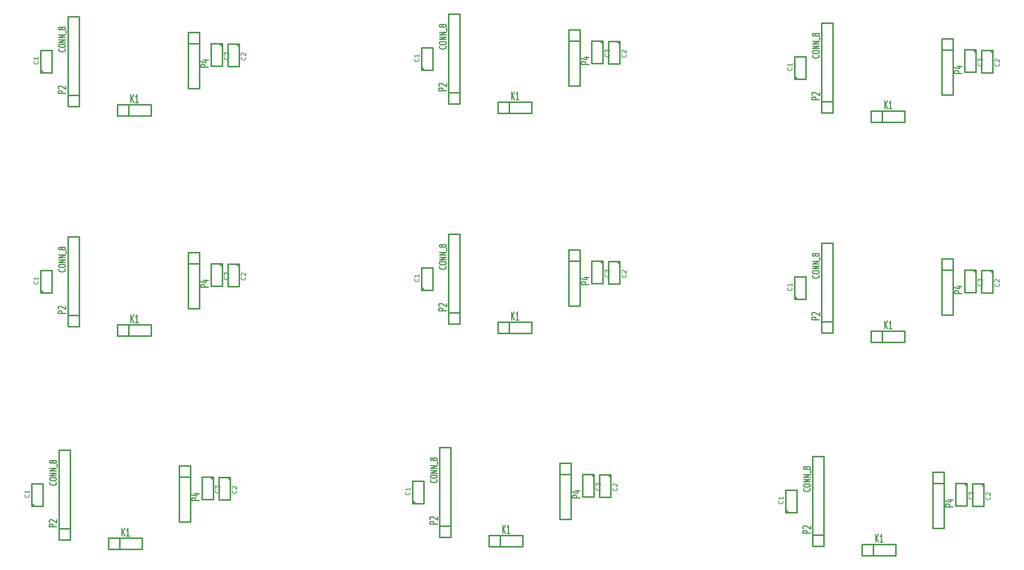
<source format=gto>
G04 (created by PCBNEW-RS274X (2011-05-25)-stable) date mar 27 dic 2011 13:05:06 UYST*
G01*
G70*
G90*
%MOIN*%
G04 Gerber Fmt 3.4, Leading zero omitted, Abs format*
%FSLAX34Y34*%
G04 APERTURE LIST*
%ADD10C,0.006000*%
%ADD11C,0.012000*%
%ADD12C,0.010700*%
%ADD13C,0.010000*%
%ADD14C,0.008000*%
%ADD15C,0.010600*%
G04 APERTURE END LIST*
G54D10*
G54D11*
X82031Y-59336D02*
X82031Y-51336D01*
X82031Y-51336D02*
X83031Y-51336D01*
X83031Y-51336D02*
X83031Y-59336D01*
X83031Y-59336D02*
X82031Y-59336D01*
X83031Y-58336D02*
X82031Y-58336D01*
X95759Y-53749D02*
X95759Y-55729D01*
X95759Y-55729D02*
X94759Y-55729D01*
X94759Y-55729D02*
X94759Y-53729D01*
X94759Y-53729D02*
X95759Y-53729D01*
X95509Y-53729D02*
X95759Y-53979D01*
X97267Y-53785D02*
X97267Y-55765D01*
X97267Y-55765D02*
X96267Y-55765D01*
X96267Y-55765D02*
X96267Y-53765D01*
X96267Y-53765D02*
X97267Y-53765D01*
X97017Y-53765D02*
X97267Y-54015D01*
X79614Y-56316D02*
X79614Y-54336D01*
X79614Y-54336D02*
X80614Y-54336D01*
X80614Y-54336D02*
X80614Y-56336D01*
X80614Y-56336D02*
X79614Y-56336D01*
X79864Y-56336D02*
X79614Y-56086D01*
X86421Y-60174D02*
X86421Y-59174D01*
X86421Y-59174D02*
X89421Y-59174D01*
X89421Y-59174D02*
X89421Y-60174D01*
X89421Y-60174D02*
X86421Y-60174D01*
X87421Y-59174D02*
X87421Y-60174D01*
X92724Y-52733D02*
X93724Y-52733D01*
X93724Y-52733D02*
X93724Y-57733D01*
X93724Y-57733D02*
X92724Y-57733D01*
X92724Y-57733D02*
X92724Y-52733D01*
X92724Y-53733D02*
X93724Y-53733D01*
X92724Y-52733D02*
X93724Y-52733D01*
X93724Y-52733D02*
X93724Y-57733D01*
X93724Y-57733D02*
X92724Y-57733D01*
X92724Y-57733D02*
X92724Y-52733D01*
X92724Y-53733D02*
X93724Y-53733D01*
X86421Y-60174D02*
X86421Y-59174D01*
X86421Y-59174D02*
X89421Y-59174D01*
X89421Y-59174D02*
X89421Y-60174D01*
X89421Y-60174D02*
X86421Y-60174D01*
X87421Y-59174D02*
X87421Y-60174D01*
X79614Y-56316D02*
X79614Y-54336D01*
X79614Y-54336D02*
X80614Y-54336D01*
X80614Y-54336D02*
X80614Y-56336D01*
X80614Y-56336D02*
X79614Y-56336D01*
X79864Y-56336D02*
X79614Y-56086D01*
X97267Y-53785D02*
X97267Y-55765D01*
X97267Y-55765D02*
X96267Y-55765D01*
X96267Y-55765D02*
X96267Y-53765D01*
X96267Y-53765D02*
X97267Y-53765D01*
X97017Y-53765D02*
X97267Y-54015D01*
X95759Y-53749D02*
X95759Y-55729D01*
X95759Y-55729D02*
X94759Y-55729D01*
X94759Y-55729D02*
X94759Y-53729D01*
X94759Y-53729D02*
X95759Y-53729D01*
X95509Y-53729D02*
X95759Y-53979D01*
X82031Y-59336D02*
X82031Y-51336D01*
X82031Y-51336D02*
X83031Y-51336D01*
X83031Y-51336D02*
X83031Y-59336D01*
X83031Y-59336D02*
X82031Y-59336D01*
X83031Y-58336D02*
X82031Y-58336D01*
X82031Y-59336D02*
X82031Y-51336D01*
X82031Y-51336D02*
X83031Y-51336D01*
X83031Y-51336D02*
X83031Y-59336D01*
X83031Y-59336D02*
X82031Y-59336D01*
X83031Y-58336D02*
X82031Y-58336D01*
X95759Y-53749D02*
X95759Y-55729D01*
X95759Y-55729D02*
X94759Y-55729D01*
X94759Y-55729D02*
X94759Y-53729D01*
X94759Y-53729D02*
X95759Y-53729D01*
X95509Y-53729D02*
X95759Y-53979D01*
X97267Y-53785D02*
X97267Y-55765D01*
X97267Y-55765D02*
X96267Y-55765D01*
X96267Y-55765D02*
X96267Y-53765D01*
X96267Y-53765D02*
X97267Y-53765D01*
X97017Y-53765D02*
X97267Y-54015D01*
X79614Y-56316D02*
X79614Y-54336D01*
X79614Y-54336D02*
X80614Y-54336D01*
X80614Y-54336D02*
X80614Y-56336D01*
X80614Y-56336D02*
X79614Y-56336D01*
X79864Y-56336D02*
X79614Y-56086D01*
X86421Y-60174D02*
X86421Y-59174D01*
X86421Y-59174D02*
X89421Y-59174D01*
X89421Y-59174D02*
X89421Y-60174D01*
X89421Y-60174D02*
X86421Y-60174D01*
X87421Y-59174D02*
X87421Y-60174D01*
X92724Y-52733D02*
X93724Y-52733D01*
X93724Y-52733D02*
X93724Y-57733D01*
X93724Y-57733D02*
X92724Y-57733D01*
X92724Y-57733D02*
X92724Y-52733D01*
X92724Y-53733D02*
X93724Y-53733D01*
X92724Y-52733D02*
X93724Y-52733D01*
X93724Y-52733D02*
X93724Y-57733D01*
X93724Y-57733D02*
X92724Y-57733D01*
X92724Y-57733D02*
X92724Y-52733D01*
X92724Y-53733D02*
X93724Y-53733D01*
X86421Y-60174D02*
X86421Y-59174D01*
X86421Y-59174D02*
X89421Y-59174D01*
X89421Y-59174D02*
X89421Y-60174D01*
X89421Y-60174D02*
X86421Y-60174D01*
X87421Y-59174D02*
X87421Y-60174D01*
X79614Y-56316D02*
X79614Y-54336D01*
X79614Y-54336D02*
X80614Y-54336D01*
X80614Y-54336D02*
X80614Y-56336D01*
X80614Y-56336D02*
X79614Y-56336D01*
X79864Y-56336D02*
X79614Y-56086D01*
X97267Y-53785D02*
X97267Y-55765D01*
X97267Y-55765D02*
X96267Y-55765D01*
X96267Y-55765D02*
X96267Y-53765D01*
X96267Y-53765D02*
X97267Y-53765D01*
X97017Y-53765D02*
X97267Y-54015D01*
X95759Y-53749D02*
X95759Y-55729D01*
X95759Y-55729D02*
X94759Y-55729D01*
X94759Y-55729D02*
X94759Y-53729D01*
X94759Y-53729D02*
X95759Y-53729D01*
X95509Y-53729D02*
X95759Y-53979D01*
X82031Y-59336D02*
X82031Y-51336D01*
X82031Y-51336D02*
X83031Y-51336D01*
X83031Y-51336D02*
X83031Y-59336D01*
X83031Y-59336D02*
X82031Y-59336D01*
X83031Y-58336D02*
X82031Y-58336D01*
X82031Y-59336D02*
X82031Y-51336D01*
X82031Y-51336D02*
X83031Y-51336D01*
X83031Y-51336D02*
X83031Y-59336D01*
X83031Y-59336D02*
X82031Y-59336D01*
X83031Y-58336D02*
X82031Y-58336D01*
X95759Y-53749D02*
X95759Y-55729D01*
X95759Y-55729D02*
X94759Y-55729D01*
X94759Y-55729D02*
X94759Y-53729D01*
X94759Y-53729D02*
X95759Y-53729D01*
X95509Y-53729D02*
X95759Y-53979D01*
X97267Y-53785D02*
X97267Y-55765D01*
X97267Y-55765D02*
X96267Y-55765D01*
X96267Y-55765D02*
X96267Y-53765D01*
X96267Y-53765D02*
X97267Y-53765D01*
X97017Y-53765D02*
X97267Y-54015D01*
X79614Y-56316D02*
X79614Y-54336D01*
X79614Y-54336D02*
X80614Y-54336D01*
X80614Y-54336D02*
X80614Y-56336D01*
X80614Y-56336D02*
X79614Y-56336D01*
X79864Y-56336D02*
X79614Y-56086D01*
X86421Y-60174D02*
X86421Y-59174D01*
X86421Y-59174D02*
X89421Y-59174D01*
X89421Y-59174D02*
X89421Y-60174D01*
X89421Y-60174D02*
X86421Y-60174D01*
X87421Y-59174D02*
X87421Y-60174D01*
X92724Y-52733D02*
X93724Y-52733D01*
X93724Y-52733D02*
X93724Y-57733D01*
X93724Y-57733D02*
X92724Y-57733D01*
X92724Y-57733D02*
X92724Y-52733D01*
X92724Y-53733D02*
X93724Y-53733D01*
X92724Y-52733D02*
X93724Y-52733D01*
X93724Y-52733D02*
X93724Y-57733D01*
X93724Y-57733D02*
X92724Y-57733D01*
X92724Y-57733D02*
X92724Y-52733D01*
X92724Y-53733D02*
X93724Y-53733D01*
X86421Y-60174D02*
X86421Y-59174D01*
X86421Y-59174D02*
X89421Y-59174D01*
X89421Y-59174D02*
X89421Y-60174D01*
X89421Y-60174D02*
X86421Y-60174D01*
X87421Y-59174D02*
X87421Y-60174D01*
X79614Y-56316D02*
X79614Y-54336D01*
X79614Y-54336D02*
X80614Y-54336D01*
X80614Y-54336D02*
X80614Y-56336D01*
X80614Y-56336D02*
X79614Y-56336D01*
X79864Y-56336D02*
X79614Y-56086D01*
X97267Y-53785D02*
X97267Y-55765D01*
X97267Y-55765D02*
X96267Y-55765D01*
X96267Y-55765D02*
X96267Y-53765D01*
X96267Y-53765D02*
X97267Y-53765D01*
X97017Y-53765D02*
X97267Y-54015D01*
X95759Y-53749D02*
X95759Y-55729D01*
X95759Y-55729D02*
X94759Y-55729D01*
X94759Y-55729D02*
X94759Y-53729D01*
X94759Y-53729D02*
X95759Y-53729D01*
X95509Y-53729D02*
X95759Y-53979D01*
X82031Y-59336D02*
X82031Y-51336D01*
X82031Y-51336D02*
X83031Y-51336D01*
X83031Y-51336D02*
X83031Y-59336D01*
X83031Y-59336D02*
X82031Y-59336D01*
X83031Y-58336D02*
X82031Y-58336D01*
X82031Y-59336D02*
X82031Y-51336D01*
X82031Y-51336D02*
X83031Y-51336D01*
X83031Y-51336D02*
X83031Y-59336D01*
X83031Y-59336D02*
X82031Y-59336D01*
X83031Y-58336D02*
X82031Y-58336D01*
X95759Y-53749D02*
X95759Y-55729D01*
X95759Y-55729D02*
X94759Y-55729D01*
X94759Y-55729D02*
X94759Y-53729D01*
X94759Y-53729D02*
X95759Y-53729D01*
X95509Y-53729D02*
X95759Y-53979D01*
X97267Y-53785D02*
X97267Y-55765D01*
X97267Y-55765D02*
X96267Y-55765D01*
X96267Y-55765D02*
X96267Y-53765D01*
X96267Y-53765D02*
X97267Y-53765D01*
X97017Y-53765D02*
X97267Y-54015D01*
X79614Y-56316D02*
X79614Y-54336D01*
X79614Y-54336D02*
X80614Y-54336D01*
X80614Y-54336D02*
X80614Y-56336D01*
X80614Y-56336D02*
X79614Y-56336D01*
X79864Y-56336D02*
X79614Y-56086D01*
X86421Y-60174D02*
X86421Y-59174D01*
X86421Y-59174D02*
X89421Y-59174D01*
X89421Y-59174D02*
X89421Y-60174D01*
X89421Y-60174D02*
X86421Y-60174D01*
X87421Y-59174D02*
X87421Y-60174D01*
X92724Y-52733D02*
X93724Y-52733D01*
X93724Y-52733D02*
X93724Y-57733D01*
X93724Y-57733D02*
X92724Y-57733D01*
X92724Y-57733D02*
X92724Y-52733D01*
X92724Y-53733D02*
X93724Y-53733D01*
X92724Y-52733D02*
X93724Y-52733D01*
X93724Y-52733D02*
X93724Y-57733D01*
X93724Y-57733D02*
X92724Y-57733D01*
X92724Y-57733D02*
X92724Y-52733D01*
X92724Y-53733D02*
X93724Y-53733D01*
X86421Y-60174D02*
X86421Y-59174D01*
X86421Y-59174D02*
X89421Y-59174D01*
X89421Y-59174D02*
X89421Y-60174D01*
X89421Y-60174D02*
X86421Y-60174D01*
X87421Y-59174D02*
X87421Y-60174D01*
X79614Y-56316D02*
X79614Y-54336D01*
X79614Y-54336D02*
X80614Y-54336D01*
X80614Y-54336D02*
X80614Y-56336D01*
X80614Y-56336D02*
X79614Y-56336D01*
X79864Y-56336D02*
X79614Y-56086D01*
X97267Y-53785D02*
X97267Y-55765D01*
X97267Y-55765D02*
X96267Y-55765D01*
X96267Y-55765D02*
X96267Y-53765D01*
X96267Y-53765D02*
X97267Y-53765D01*
X97017Y-53765D02*
X97267Y-54015D01*
X95759Y-53749D02*
X95759Y-55729D01*
X95759Y-55729D02*
X94759Y-55729D01*
X94759Y-55729D02*
X94759Y-53729D01*
X94759Y-53729D02*
X95759Y-53729D01*
X95509Y-53729D02*
X95759Y-53979D01*
X82031Y-59336D02*
X82031Y-51336D01*
X82031Y-51336D02*
X83031Y-51336D01*
X83031Y-51336D02*
X83031Y-59336D01*
X83031Y-59336D02*
X82031Y-59336D01*
X83031Y-58336D02*
X82031Y-58336D01*
X14953Y-58777D02*
X14953Y-50777D01*
X14953Y-50777D02*
X15953Y-50777D01*
X15953Y-50777D02*
X15953Y-58777D01*
X15953Y-58777D02*
X14953Y-58777D01*
X15953Y-57777D02*
X14953Y-57777D01*
X28681Y-53190D02*
X28681Y-55170D01*
X28681Y-55170D02*
X27681Y-55170D01*
X27681Y-55170D02*
X27681Y-53170D01*
X27681Y-53170D02*
X28681Y-53170D01*
X28431Y-53170D02*
X28681Y-53420D01*
X30189Y-53226D02*
X30189Y-55206D01*
X30189Y-55206D02*
X29189Y-55206D01*
X29189Y-55206D02*
X29189Y-53206D01*
X29189Y-53206D02*
X30189Y-53206D01*
X29939Y-53206D02*
X30189Y-53456D01*
X12536Y-55757D02*
X12536Y-53777D01*
X12536Y-53777D02*
X13536Y-53777D01*
X13536Y-53777D02*
X13536Y-55777D01*
X13536Y-55777D02*
X12536Y-55777D01*
X12786Y-55777D02*
X12536Y-55527D01*
X19343Y-59615D02*
X19343Y-58615D01*
X19343Y-58615D02*
X22343Y-58615D01*
X22343Y-58615D02*
X22343Y-59615D01*
X22343Y-59615D02*
X19343Y-59615D01*
X20343Y-58615D02*
X20343Y-59615D01*
X25646Y-52174D02*
X26646Y-52174D01*
X26646Y-52174D02*
X26646Y-57174D01*
X26646Y-57174D02*
X25646Y-57174D01*
X25646Y-57174D02*
X25646Y-52174D01*
X25646Y-53174D02*
X26646Y-53174D01*
X25646Y-52174D02*
X26646Y-52174D01*
X26646Y-52174D02*
X26646Y-57174D01*
X26646Y-57174D02*
X25646Y-57174D01*
X25646Y-57174D02*
X25646Y-52174D01*
X25646Y-53174D02*
X26646Y-53174D01*
X19343Y-59615D02*
X19343Y-58615D01*
X19343Y-58615D02*
X22343Y-58615D01*
X22343Y-58615D02*
X22343Y-59615D01*
X22343Y-59615D02*
X19343Y-59615D01*
X20343Y-58615D02*
X20343Y-59615D01*
X12536Y-55757D02*
X12536Y-53777D01*
X12536Y-53777D02*
X13536Y-53777D01*
X13536Y-53777D02*
X13536Y-55777D01*
X13536Y-55777D02*
X12536Y-55777D01*
X12786Y-55777D02*
X12536Y-55527D01*
X30189Y-53226D02*
X30189Y-55206D01*
X30189Y-55206D02*
X29189Y-55206D01*
X29189Y-55206D02*
X29189Y-53206D01*
X29189Y-53206D02*
X30189Y-53206D01*
X29939Y-53206D02*
X30189Y-53456D01*
X28681Y-53190D02*
X28681Y-55170D01*
X28681Y-55170D02*
X27681Y-55170D01*
X27681Y-55170D02*
X27681Y-53170D01*
X27681Y-53170D02*
X28681Y-53170D01*
X28431Y-53170D02*
X28681Y-53420D01*
X14953Y-58777D02*
X14953Y-50777D01*
X14953Y-50777D02*
X15953Y-50777D01*
X15953Y-50777D02*
X15953Y-58777D01*
X15953Y-58777D02*
X14953Y-58777D01*
X15953Y-57777D02*
X14953Y-57777D01*
X14953Y-58777D02*
X14953Y-50777D01*
X14953Y-50777D02*
X15953Y-50777D01*
X15953Y-50777D02*
X15953Y-58777D01*
X15953Y-58777D02*
X14953Y-58777D01*
X15953Y-57777D02*
X14953Y-57777D01*
X28681Y-53190D02*
X28681Y-55170D01*
X28681Y-55170D02*
X27681Y-55170D01*
X27681Y-55170D02*
X27681Y-53170D01*
X27681Y-53170D02*
X28681Y-53170D01*
X28431Y-53170D02*
X28681Y-53420D01*
X30189Y-53226D02*
X30189Y-55206D01*
X30189Y-55206D02*
X29189Y-55206D01*
X29189Y-55206D02*
X29189Y-53206D01*
X29189Y-53206D02*
X30189Y-53206D01*
X29939Y-53206D02*
X30189Y-53456D01*
X12536Y-55757D02*
X12536Y-53777D01*
X12536Y-53777D02*
X13536Y-53777D01*
X13536Y-53777D02*
X13536Y-55777D01*
X13536Y-55777D02*
X12536Y-55777D01*
X12786Y-55777D02*
X12536Y-55527D01*
X19343Y-59615D02*
X19343Y-58615D01*
X19343Y-58615D02*
X22343Y-58615D01*
X22343Y-58615D02*
X22343Y-59615D01*
X22343Y-59615D02*
X19343Y-59615D01*
X20343Y-58615D02*
X20343Y-59615D01*
X25646Y-52174D02*
X26646Y-52174D01*
X26646Y-52174D02*
X26646Y-57174D01*
X26646Y-57174D02*
X25646Y-57174D01*
X25646Y-57174D02*
X25646Y-52174D01*
X25646Y-53174D02*
X26646Y-53174D01*
X25646Y-52174D02*
X26646Y-52174D01*
X26646Y-52174D02*
X26646Y-57174D01*
X26646Y-57174D02*
X25646Y-57174D01*
X25646Y-57174D02*
X25646Y-52174D01*
X25646Y-53174D02*
X26646Y-53174D01*
X19343Y-59615D02*
X19343Y-58615D01*
X19343Y-58615D02*
X22343Y-58615D01*
X22343Y-58615D02*
X22343Y-59615D01*
X22343Y-59615D02*
X19343Y-59615D01*
X20343Y-58615D02*
X20343Y-59615D01*
X12536Y-55757D02*
X12536Y-53777D01*
X12536Y-53777D02*
X13536Y-53777D01*
X13536Y-53777D02*
X13536Y-55777D01*
X13536Y-55777D02*
X12536Y-55777D01*
X12786Y-55777D02*
X12536Y-55527D01*
X30189Y-53226D02*
X30189Y-55206D01*
X30189Y-55206D02*
X29189Y-55206D01*
X29189Y-55206D02*
X29189Y-53206D01*
X29189Y-53206D02*
X30189Y-53206D01*
X29939Y-53206D02*
X30189Y-53456D01*
X28681Y-53190D02*
X28681Y-55170D01*
X28681Y-55170D02*
X27681Y-55170D01*
X27681Y-55170D02*
X27681Y-53170D01*
X27681Y-53170D02*
X28681Y-53170D01*
X28431Y-53170D02*
X28681Y-53420D01*
X14953Y-58777D02*
X14953Y-50777D01*
X14953Y-50777D02*
X15953Y-50777D01*
X15953Y-50777D02*
X15953Y-58777D01*
X15953Y-58777D02*
X14953Y-58777D01*
X15953Y-57777D02*
X14953Y-57777D01*
X14953Y-58777D02*
X14953Y-50777D01*
X14953Y-50777D02*
X15953Y-50777D01*
X15953Y-50777D02*
X15953Y-58777D01*
X15953Y-58777D02*
X14953Y-58777D01*
X15953Y-57777D02*
X14953Y-57777D01*
X28681Y-53190D02*
X28681Y-55170D01*
X28681Y-55170D02*
X27681Y-55170D01*
X27681Y-55170D02*
X27681Y-53170D01*
X27681Y-53170D02*
X28681Y-53170D01*
X28431Y-53170D02*
X28681Y-53420D01*
X30189Y-53226D02*
X30189Y-55206D01*
X30189Y-55206D02*
X29189Y-55206D01*
X29189Y-55206D02*
X29189Y-53206D01*
X29189Y-53206D02*
X30189Y-53206D01*
X29939Y-53206D02*
X30189Y-53456D01*
X12536Y-55757D02*
X12536Y-53777D01*
X12536Y-53777D02*
X13536Y-53777D01*
X13536Y-53777D02*
X13536Y-55777D01*
X13536Y-55777D02*
X12536Y-55777D01*
X12786Y-55777D02*
X12536Y-55527D01*
X19343Y-59615D02*
X19343Y-58615D01*
X19343Y-58615D02*
X22343Y-58615D01*
X22343Y-58615D02*
X22343Y-59615D01*
X22343Y-59615D02*
X19343Y-59615D01*
X20343Y-58615D02*
X20343Y-59615D01*
X25646Y-52174D02*
X26646Y-52174D01*
X26646Y-52174D02*
X26646Y-57174D01*
X26646Y-57174D02*
X25646Y-57174D01*
X25646Y-57174D02*
X25646Y-52174D01*
X25646Y-53174D02*
X26646Y-53174D01*
X25646Y-52174D02*
X26646Y-52174D01*
X26646Y-52174D02*
X26646Y-57174D01*
X26646Y-57174D02*
X25646Y-57174D01*
X25646Y-57174D02*
X25646Y-52174D01*
X25646Y-53174D02*
X26646Y-53174D01*
X19343Y-59615D02*
X19343Y-58615D01*
X19343Y-58615D02*
X22343Y-58615D01*
X22343Y-58615D02*
X22343Y-59615D01*
X22343Y-59615D02*
X19343Y-59615D01*
X20343Y-58615D02*
X20343Y-59615D01*
X12536Y-55757D02*
X12536Y-53777D01*
X12536Y-53777D02*
X13536Y-53777D01*
X13536Y-53777D02*
X13536Y-55777D01*
X13536Y-55777D02*
X12536Y-55777D01*
X12786Y-55777D02*
X12536Y-55527D01*
X30189Y-53226D02*
X30189Y-55206D01*
X30189Y-55206D02*
X29189Y-55206D01*
X29189Y-55206D02*
X29189Y-53206D01*
X29189Y-53206D02*
X30189Y-53206D01*
X29939Y-53206D02*
X30189Y-53456D01*
X28681Y-53190D02*
X28681Y-55170D01*
X28681Y-55170D02*
X27681Y-55170D01*
X27681Y-55170D02*
X27681Y-53170D01*
X27681Y-53170D02*
X28681Y-53170D01*
X28431Y-53170D02*
X28681Y-53420D01*
X14953Y-58777D02*
X14953Y-50777D01*
X14953Y-50777D02*
X15953Y-50777D01*
X15953Y-50777D02*
X15953Y-58777D01*
X15953Y-58777D02*
X14953Y-58777D01*
X15953Y-57777D02*
X14953Y-57777D01*
X14953Y-58777D02*
X14953Y-50777D01*
X14953Y-50777D02*
X15953Y-50777D01*
X15953Y-50777D02*
X15953Y-58777D01*
X15953Y-58777D02*
X14953Y-58777D01*
X15953Y-57777D02*
X14953Y-57777D01*
X28681Y-53190D02*
X28681Y-55170D01*
X28681Y-55170D02*
X27681Y-55170D01*
X27681Y-55170D02*
X27681Y-53170D01*
X27681Y-53170D02*
X28681Y-53170D01*
X28431Y-53170D02*
X28681Y-53420D01*
X30189Y-53226D02*
X30189Y-55206D01*
X30189Y-55206D02*
X29189Y-55206D01*
X29189Y-55206D02*
X29189Y-53206D01*
X29189Y-53206D02*
X30189Y-53206D01*
X29939Y-53206D02*
X30189Y-53456D01*
X12536Y-55757D02*
X12536Y-53777D01*
X12536Y-53777D02*
X13536Y-53777D01*
X13536Y-53777D02*
X13536Y-55777D01*
X13536Y-55777D02*
X12536Y-55777D01*
X12786Y-55777D02*
X12536Y-55527D01*
X19343Y-59615D02*
X19343Y-58615D01*
X19343Y-58615D02*
X22343Y-58615D01*
X22343Y-58615D02*
X22343Y-59615D01*
X22343Y-59615D02*
X19343Y-59615D01*
X20343Y-58615D02*
X20343Y-59615D01*
X25646Y-52174D02*
X26646Y-52174D01*
X26646Y-52174D02*
X26646Y-57174D01*
X26646Y-57174D02*
X25646Y-57174D01*
X25646Y-57174D02*
X25646Y-52174D01*
X25646Y-53174D02*
X26646Y-53174D01*
X25646Y-52174D02*
X26646Y-52174D01*
X26646Y-52174D02*
X26646Y-57174D01*
X26646Y-57174D02*
X25646Y-57174D01*
X25646Y-57174D02*
X25646Y-52174D01*
X25646Y-53174D02*
X26646Y-53174D01*
X19343Y-59615D02*
X19343Y-58615D01*
X19343Y-58615D02*
X22343Y-58615D01*
X22343Y-58615D02*
X22343Y-59615D01*
X22343Y-59615D02*
X19343Y-59615D01*
X20343Y-58615D02*
X20343Y-59615D01*
X12536Y-55757D02*
X12536Y-53777D01*
X12536Y-53777D02*
X13536Y-53777D01*
X13536Y-53777D02*
X13536Y-55777D01*
X13536Y-55777D02*
X12536Y-55777D01*
X12786Y-55777D02*
X12536Y-55527D01*
X30189Y-53226D02*
X30189Y-55206D01*
X30189Y-55206D02*
X29189Y-55206D01*
X29189Y-55206D02*
X29189Y-53206D01*
X29189Y-53206D02*
X30189Y-53206D01*
X29939Y-53206D02*
X30189Y-53456D01*
X28681Y-53190D02*
X28681Y-55170D01*
X28681Y-55170D02*
X27681Y-55170D01*
X27681Y-55170D02*
X27681Y-53170D01*
X27681Y-53170D02*
X28681Y-53170D01*
X28431Y-53170D02*
X28681Y-53420D01*
X14953Y-58777D02*
X14953Y-50777D01*
X14953Y-50777D02*
X15953Y-50777D01*
X15953Y-50777D02*
X15953Y-58777D01*
X15953Y-58777D02*
X14953Y-58777D01*
X15953Y-57777D02*
X14953Y-57777D01*
X48831Y-58537D02*
X48831Y-50537D01*
X48831Y-50537D02*
X49831Y-50537D01*
X49831Y-50537D02*
X49831Y-58537D01*
X49831Y-58537D02*
X48831Y-58537D01*
X49831Y-57537D02*
X48831Y-57537D01*
X62559Y-52950D02*
X62559Y-54930D01*
X62559Y-54930D02*
X61559Y-54930D01*
X61559Y-54930D02*
X61559Y-52930D01*
X61559Y-52930D02*
X62559Y-52930D01*
X62309Y-52930D02*
X62559Y-53180D01*
X64067Y-52986D02*
X64067Y-54966D01*
X64067Y-54966D02*
X63067Y-54966D01*
X63067Y-54966D02*
X63067Y-52966D01*
X63067Y-52966D02*
X64067Y-52966D01*
X63817Y-52966D02*
X64067Y-53216D01*
X46414Y-55517D02*
X46414Y-53537D01*
X46414Y-53537D02*
X47414Y-53537D01*
X47414Y-53537D02*
X47414Y-55537D01*
X47414Y-55537D02*
X46414Y-55537D01*
X46664Y-55537D02*
X46414Y-55287D01*
X53221Y-59375D02*
X53221Y-58375D01*
X53221Y-58375D02*
X56221Y-58375D01*
X56221Y-58375D02*
X56221Y-59375D01*
X56221Y-59375D02*
X53221Y-59375D01*
X54221Y-58375D02*
X54221Y-59375D01*
X59524Y-51934D02*
X60524Y-51934D01*
X60524Y-51934D02*
X60524Y-56934D01*
X60524Y-56934D02*
X59524Y-56934D01*
X59524Y-56934D02*
X59524Y-51934D01*
X59524Y-52934D02*
X60524Y-52934D01*
X59524Y-51934D02*
X60524Y-51934D01*
X60524Y-51934D02*
X60524Y-56934D01*
X60524Y-56934D02*
X59524Y-56934D01*
X59524Y-56934D02*
X59524Y-51934D01*
X59524Y-52934D02*
X60524Y-52934D01*
X53221Y-59375D02*
X53221Y-58375D01*
X53221Y-58375D02*
X56221Y-58375D01*
X56221Y-58375D02*
X56221Y-59375D01*
X56221Y-59375D02*
X53221Y-59375D01*
X54221Y-58375D02*
X54221Y-59375D01*
X46414Y-55517D02*
X46414Y-53537D01*
X46414Y-53537D02*
X47414Y-53537D01*
X47414Y-53537D02*
X47414Y-55537D01*
X47414Y-55537D02*
X46414Y-55537D01*
X46664Y-55537D02*
X46414Y-55287D01*
X64067Y-52986D02*
X64067Y-54966D01*
X64067Y-54966D02*
X63067Y-54966D01*
X63067Y-54966D02*
X63067Y-52966D01*
X63067Y-52966D02*
X64067Y-52966D01*
X63817Y-52966D02*
X64067Y-53216D01*
X62559Y-52950D02*
X62559Y-54930D01*
X62559Y-54930D02*
X61559Y-54930D01*
X61559Y-54930D02*
X61559Y-52930D01*
X61559Y-52930D02*
X62559Y-52930D01*
X62309Y-52930D02*
X62559Y-53180D01*
X48831Y-58537D02*
X48831Y-50537D01*
X48831Y-50537D02*
X49831Y-50537D01*
X49831Y-50537D02*
X49831Y-58537D01*
X49831Y-58537D02*
X48831Y-58537D01*
X49831Y-57537D02*
X48831Y-57537D01*
X48831Y-58537D02*
X48831Y-50537D01*
X48831Y-50537D02*
X49831Y-50537D01*
X49831Y-50537D02*
X49831Y-58537D01*
X49831Y-58537D02*
X48831Y-58537D01*
X49831Y-57537D02*
X48831Y-57537D01*
X62559Y-52950D02*
X62559Y-54930D01*
X62559Y-54930D02*
X61559Y-54930D01*
X61559Y-54930D02*
X61559Y-52930D01*
X61559Y-52930D02*
X62559Y-52930D01*
X62309Y-52930D02*
X62559Y-53180D01*
X64067Y-52986D02*
X64067Y-54966D01*
X64067Y-54966D02*
X63067Y-54966D01*
X63067Y-54966D02*
X63067Y-52966D01*
X63067Y-52966D02*
X64067Y-52966D01*
X63817Y-52966D02*
X64067Y-53216D01*
X46414Y-55517D02*
X46414Y-53537D01*
X46414Y-53537D02*
X47414Y-53537D01*
X47414Y-53537D02*
X47414Y-55537D01*
X47414Y-55537D02*
X46414Y-55537D01*
X46664Y-55537D02*
X46414Y-55287D01*
X53221Y-59375D02*
X53221Y-58375D01*
X53221Y-58375D02*
X56221Y-58375D01*
X56221Y-58375D02*
X56221Y-59375D01*
X56221Y-59375D02*
X53221Y-59375D01*
X54221Y-58375D02*
X54221Y-59375D01*
X59524Y-51934D02*
X60524Y-51934D01*
X60524Y-51934D02*
X60524Y-56934D01*
X60524Y-56934D02*
X59524Y-56934D01*
X59524Y-56934D02*
X59524Y-51934D01*
X59524Y-52934D02*
X60524Y-52934D01*
X59524Y-51934D02*
X60524Y-51934D01*
X60524Y-51934D02*
X60524Y-56934D01*
X60524Y-56934D02*
X59524Y-56934D01*
X59524Y-56934D02*
X59524Y-51934D01*
X59524Y-52934D02*
X60524Y-52934D01*
X53221Y-59375D02*
X53221Y-58375D01*
X53221Y-58375D02*
X56221Y-58375D01*
X56221Y-58375D02*
X56221Y-59375D01*
X56221Y-59375D02*
X53221Y-59375D01*
X54221Y-58375D02*
X54221Y-59375D01*
X46414Y-55517D02*
X46414Y-53537D01*
X46414Y-53537D02*
X47414Y-53537D01*
X47414Y-53537D02*
X47414Y-55537D01*
X47414Y-55537D02*
X46414Y-55537D01*
X46664Y-55537D02*
X46414Y-55287D01*
X64067Y-52986D02*
X64067Y-54966D01*
X64067Y-54966D02*
X63067Y-54966D01*
X63067Y-54966D02*
X63067Y-52966D01*
X63067Y-52966D02*
X64067Y-52966D01*
X63817Y-52966D02*
X64067Y-53216D01*
X62559Y-52950D02*
X62559Y-54930D01*
X62559Y-54930D02*
X61559Y-54930D01*
X61559Y-54930D02*
X61559Y-52930D01*
X61559Y-52930D02*
X62559Y-52930D01*
X62309Y-52930D02*
X62559Y-53180D01*
X48831Y-58537D02*
X48831Y-50537D01*
X48831Y-50537D02*
X49831Y-50537D01*
X49831Y-50537D02*
X49831Y-58537D01*
X49831Y-58537D02*
X48831Y-58537D01*
X49831Y-57537D02*
X48831Y-57537D01*
X48831Y-58537D02*
X48831Y-50537D01*
X48831Y-50537D02*
X49831Y-50537D01*
X49831Y-50537D02*
X49831Y-58537D01*
X49831Y-58537D02*
X48831Y-58537D01*
X49831Y-57537D02*
X48831Y-57537D01*
X62559Y-52950D02*
X62559Y-54930D01*
X62559Y-54930D02*
X61559Y-54930D01*
X61559Y-54930D02*
X61559Y-52930D01*
X61559Y-52930D02*
X62559Y-52930D01*
X62309Y-52930D02*
X62559Y-53180D01*
X64067Y-52986D02*
X64067Y-54966D01*
X64067Y-54966D02*
X63067Y-54966D01*
X63067Y-54966D02*
X63067Y-52966D01*
X63067Y-52966D02*
X64067Y-52966D01*
X63817Y-52966D02*
X64067Y-53216D01*
X46414Y-55517D02*
X46414Y-53537D01*
X46414Y-53537D02*
X47414Y-53537D01*
X47414Y-53537D02*
X47414Y-55537D01*
X47414Y-55537D02*
X46414Y-55537D01*
X46664Y-55537D02*
X46414Y-55287D01*
X53221Y-59375D02*
X53221Y-58375D01*
X53221Y-58375D02*
X56221Y-58375D01*
X56221Y-58375D02*
X56221Y-59375D01*
X56221Y-59375D02*
X53221Y-59375D01*
X54221Y-58375D02*
X54221Y-59375D01*
X59524Y-51934D02*
X60524Y-51934D01*
X60524Y-51934D02*
X60524Y-56934D01*
X60524Y-56934D02*
X59524Y-56934D01*
X59524Y-56934D02*
X59524Y-51934D01*
X59524Y-52934D02*
X60524Y-52934D01*
X59524Y-51934D02*
X60524Y-51934D01*
X60524Y-51934D02*
X60524Y-56934D01*
X60524Y-56934D02*
X59524Y-56934D01*
X59524Y-56934D02*
X59524Y-51934D01*
X59524Y-52934D02*
X60524Y-52934D01*
X53221Y-59375D02*
X53221Y-58375D01*
X53221Y-58375D02*
X56221Y-58375D01*
X56221Y-58375D02*
X56221Y-59375D01*
X56221Y-59375D02*
X53221Y-59375D01*
X54221Y-58375D02*
X54221Y-59375D01*
X46414Y-55517D02*
X46414Y-53537D01*
X46414Y-53537D02*
X47414Y-53537D01*
X47414Y-53537D02*
X47414Y-55537D01*
X47414Y-55537D02*
X46414Y-55537D01*
X46664Y-55537D02*
X46414Y-55287D01*
X64067Y-52986D02*
X64067Y-54966D01*
X64067Y-54966D02*
X63067Y-54966D01*
X63067Y-54966D02*
X63067Y-52966D01*
X63067Y-52966D02*
X64067Y-52966D01*
X63817Y-52966D02*
X64067Y-53216D01*
X62559Y-52950D02*
X62559Y-54930D01*
X62559Y-54930D02*
X61559Y-54930D01*
X61559Y-54930D02*
X61559Y-52930D01*
X61559Y-52930D02*
X62559Y-52930D01*
X62309Y-52930D02*
X62559Y-53180D01*
X48831Y-58537D02*
X48831Y-50537D01*
X48831Y-50537D02*
X49831Y-50537D01*
X49831Y-50537D02*
X49831Y-58537D01*
X49831Y-58537D02*
X48831Y-58537D01*
X49831Y-57537D02*
X48831Y-57537D01*
X48831Y-58537D02*
X48831Y-50537D01*
X48831Y-50537D02*
X49831Y-50537D01*
X49831Y-50537D02*
X49831Y-58537D01*
X49831Y-58537D02*
X48831Y-58537D01*
X49831Y-57537D02*
X48831Y-57537D01*
X62559Y-52950D02*
X62559Y-54930D01*
X62559Y-54930D02*
X61559Y-54930D01*
X61559Y-54930D02*
X61559Y-52930D01*
X61559Y-52930D02*
X62559Y-52930D01*
X62309Y-52930D02*
X62559Y-53180D01*
X64067Y-52986D02*
X64067Y-54966D01*
X64067Y-54966D02*
X63067Y-54966D01*
X63067Y-54966D02*
X63067Y-52966D01*
X63067Y-52966D02*
X64067Y-52966D01*
X63817Y-52966D02*
X64067Y-53216D01*
X46414Y-55517D02*
X46414Y-53537D01*
X46414Y-53537D02*
X47414Y-53537D01*
X47414Y-53537D02*
X47414Y-55537D01*
X47414Y-55537D02*
X46414Y-55537D01*
X46664Y-55537D02*
X46414Y-55287D01*
X53221Y-59375D02*
X53221Y-58375D01*
X53221Y-58375D02*
X56221Y-58375D01*
X56221Y-58375D02*
X56221Y-59375D01*
X56221Y-59375D02*
X53221Y-59375D01*
X54221Y-58375D02*
X54221Y-59375D01*
X59524Y-51934D02*
X60524Y-51934D01*
X60524Y-51934D02*
X60524Y-56934D01*
X60524Y-56934D02*
X59524Y-56934D01*
X59524Y-56934D02*
X59524Y-51934D01*
X59524Y-52934D02*
X60524Y-52934D01*
X59524Y-51934D02*
X60524Y-51934D01*
X60524Y-51934D02*
X60524Y-56934D01*
X60524Y-56934D02*
X59524Y-56934D01*
X59524Y-56934D02*
X59524Y-51934D01*
X59524Y-52934D02*
X60524Y-52934D01*
X53221Y-59375D02*
X53221Y-58375D01*
X53221Y-58375D02*
X56221Y-58375D01*
X56221Y-58375D02*
X56221Y-59375D01*
X56221Y-59375D02*
X53221Y-59375D01*
X54221Y-58375D02*
X54221Y-59375D01*
X46414Y-55517D02*
X46414Y-53537D01*
X46414Y-53537D02*
X47414Y-53537D01*
X47414Y-53537D02*
X47414Y-55537D01*
X47414Y-55537D02*
X46414Y-55537D01*
X46664Y-55537D02*
X46414Y-55287D01*
X64067Y-52986D02*
X64067Y-54966D01*
X64067Y-54966D02*
X63067Y-54966D01*
X63067Y-54966D02*
X63067Y-52966D01*
X63067Y-52966D02*
X64067Y-52966D01*
X63817Y-52966D02*
X64067Y-53216D01*
X62559Y-52950D02*
X62559Y-54930D01*
X62559Y-54930D02*
X61559Y-54930D01*
X61559Y-54930D02*
X61559Y-52930D01*
X61559Y-52930D02*
X62559Y-52930D01*
X62309Y-52930D02*
X62559Y-53180D01*
X48831Y-58537D02*
X48831Y-50537D01*
X48831Y-50537D02*
X49831Y-50537D01*
X49831Y-50537D02*
X49831Y-58537D01*
X49831Y-58537D02*
X48831Y-58537D01*
X49831Y-57537D02*
X48831Y-57537D01*
X49630Y-39537D02*
X49630Y-31537D01*
X49630Y-31537D02*
X50630Y-31537D01*
X50630Y-31537D02*
X50630Y-39537D01*
X50630Y-39537D02*
X49630Y-39537D01*
X50630Y-38537D02*
X49630Y-38537D01*
X63358Y-33950D02*
X63358Y-35930D01*
X63358Y-35930D02*
X62358Y-35930D01*
X62358Y-35930D02*
X62358Y-33930D01*
X62358Y-33930D02*
X63358Y-33930D01*
X63108Y-33930D02*
X63358Y-34180D01*
X64866Y-33986D02*
X64866Y-35966D01*
X64866Y-35966D02*
X63866Y-35966D01*
X63866Y-35966D02*
X63866Y-33966D01*
X63866Y-33966D02*
X64866Y-33966D01*
X64616Y-33966D02*
X64866Y-34216D01*
X47213Y-36517D02*
X47213Y-34537D01*
X47213Y-34537D02*
X48213Y-34537D01*
X48213Y-34537D02*
X48213Y-36537D01*
X48213Y-36537D02*
X47213Y-36537D01*
X47463Y-36537D02*
X47213Y-36287D01*
X54020Y-40375D02*
X54020Y-39375D01*
X54020Y-39375D02*
X57020Y-39375D01*
X57020Y-39375D02*
X57020Y-40375D01*
X57020Y-40375D02*
X54020Y-40375D01*
X55020Y-39375D02*
X55020Y-40375D01*
X60323Y-32934D02*
X61323Y-32934D01*
X61323Y-32934D02*
X61323Y-37934D01*
X61323Y-37934D02*
X60323Y-37934D01*
X60323Y-37934D02*
X60323Y-32934D01*
X60323Y-33934D02*
X61323Y-33934D01*
X60323Y-32934D02*
X61323Y-32934D01*
X61323Y-32934D02*
X61323Y-37934D01*
X61323Y-37934D02*
X60323Y-37934D01*
X60323Y-37934D02*
X60323Y-32934D01*
X60323Y-33934D02*
X61323Y-33934D01*
X54020Y-40375D02*
X54020Y-39375D01*
X54020Y-39375D02*
X57020Y-39375D01*
X57020Y-39375D02*
X57020Y-40375D01*
X57020Y-40375D02*
X54020Y-40375D01*
X55020Y-39375D02*
X55020Y-40375D01*
X47213Y-36517D02*
X47213Y-34537D01*
X47213Y-34537D02*
X48213Y-34537D01*
X48213Y-34537D02*
X48213Y-36537D01*
X48213Y-36537D02*
X47213Y-36537D01*
X47463Y-36537D02*
X47213Y-36287D01*
X64866Y-33986D02*
X64866Y-35966D01*
X64866Y-35966D02*
X63866Y-35966D01*
X63866Y-35966D02*
X63866Y-33966D01*
X63866Y-33966D02*
X64866Y-33966D01*
X64616Y-33966D02*
X64866Y-34216D01*
X63358Y-33950D02*
X63358Y-35930D01*
X63358Y-35930D02*
X62358Y-35930D01*
X62358Y-35930D02*
X62358Y-33930D01*
X62358Y-33930D02*
X63358Y-33930D01*
X63108Y-33930D02*
X63358Y-34180D01*
X49630Y-39537D02*
X49630Y-31537D01*
X49630Y-31537D02*
X50630Y-31537D01*
X50630Y-31537D02*
X50630Y-39537D01*
X50630Y-39537D02*
X49630Y-39537D01*
X50630Y-38537D02*
X49630Y-38537D01*
X49630Y-39537D02*
X49630Y-31537D01*
X49630Y-31537D02*
X50630Y-31537D01*
X50630Y-31537D02*
X50630Y-39537D01*
X50630Y-39537D02*
X49630Y-39537D01*
X50630Y-38537D02*
X49630Y-38537D01*
X63358Y-33950D02*
X63358Y-35930D01*
X63358Y-35930D02*
X62358Y-35930D01*
X62358Y-35930D02*
X62358Y-33930D01*
X62358Y-33930D02*
X63358Y-33930D01*
X63108Y-33930D02*
X63358Y-34180D01*
X64866Y-33986D02*
X64866Y-35966D01*
X64866Y-35966D02*
X63866Y-35966D01*
X63866Y-35966D02*
X63866Y-33966D01*
X63866Y-33966D02*
X64866Y-33966D01*
X64616Y-33966D02*
X64866Y-34216D01*
X47213Y-36517D02*
X47213Y-34537D01*
X47213Y-34537D02*
X48213Y-34537D01*
X48213Y-34537D02*
X48213Y-36537D01*
X48213Y-36537D02*
X47213Y-36537D01*
X47463Y-36537D02*
X47213Y-36287D01*
X54020Y-40375D02*
X54020Y-39375D01*
X54020Y-39375D02*
X57020Y-39375D01*
X57020Y-39375D02*
X57020Y-40375D01*
X57020Y-40375D02*
X54020Y-40375D01*
X55020Y-39375D02*
X55020Y-40375D01*
X60323Y-32934D02*
X61323Y-32934D01*
X61323Y-32934D02*
X61323Y-37934D01*
X61323Y-37934D02*
X60323Y-37934D01*
X60323Y-37934D02*
X60323Y-32934D01*
X60323Y-33934D02*
X61323Y-33934D01*
X60323Y-32934D02*
X61323Y-32934D01*
X61323Y-32934D02*
X61323Y-37934D01*
X61323Y-37934D02*
X60323Y-37934D01*
X60323Y-37934D02*
X60323Y-32934D01*
X60323Y-33934D02*
X61323Y-33934D01*
X54020Y-40375D02*
X54020Y-39375D01*
X54020Y-39375D02*
X57020Y-39375D01*
X57020Y-39375D02*
X57020Y-40375D01*
X57020Y-40375D02*
X54020Y-40375D01*
X55020Y-39375D02*
X55020Y-40375D01*
X47213Y-36517D02*
X47213Y-34537D01*
X47213Y-34537D02*
X48213Y-34537D01*
X48213Y-34537D02*
X48213Y-36537D01*
X48213Y-36537D02*
X47213Y-36537D01*
X47463Y-36537D02*
X47213Y-36287D01*
X64866Y-33986D02*
X64866Y-35966D01*
X64866Y-35966D02*
X63866Y-35966D01*
X63866Y-35966D02*
X63866Y-33966D01*
X63866Y-33966D02*
X64866Y-33966D01*
X64616Y-33966D02*
X64866Y-34216D01*
X63358Y-33950D02*
X63358Y-35930D01*
X63358Y-35930D02*
X62358Y-35930D01*
X62358Y-35930D02*
X62358Y-33930D01*
X62358Y-33930D02*
X63358Y-33930D01*
X63108Y-33930D02*
X63358Y-34180D01*
X49630Y-39537D02*
X49630Y-31537D01*
X49630Y-31537D02*
X50630Y-31537D01*
X50630Y-31537D02*
X50630Y-39537D01*
X50630Y-39537D02*
X49630Y-39537D01*
X50630Y-38537D02*
X49630Y-38537D01*
X49630Y-39537D02*
X49630Y-31537D01*
X49630Y-31537D02*
X50630Y-31537D01*
X50630Y-31537D02*
X50630Y-39537D01*
X50630Y-39537D02*
X49630Y-39537D01*
X50630Y-38537D02*
X49630Y-38537D01*
X63358Y-33950D02*
X63358Y-35930D01*
X63358Y-35930D02*
X62358Y-35930D01*
X62358Y-35930D02*
X62358Y-33930D01*
X62358Y-33930D02*
X63358Y-33930D01*
X63108Y-33930D02*
X63358Y-34180D01*
X64866Y-33986D02*
X64866Y-35966D01*
X64866Y-35966D02*
X63866Y-35966D01*
X63866Y-35966D02*
X63866Y-33966D01*
X63866Y-33966D02*
X64866Y-33966D01*
X64616Y-33966D02*
X64866Y-34216D01*
X47213Y-36517D02*
X47213Y-34537D01*
X47213Y-34537D02*
X48213Y-34537D01*
X48213Y-34537D02*
X48213Y-36537D01*
X48213Y-36537D02*
X47213Y-36537D01*
X47463Y-36537D02*
X47213Y-36287D01*
X54020Y-40375D02*
X54020Y-39375D01*
X54020Y-39375D02*
X57020Y-39375D01*
X57020Y-39375D02*
X57020Y-40375D01*
X57020Y-40375D02*
X54020Y-40375D01*
X55020Y-39375D02*
X55020Y-40375D01*
X60323Y-32934D02*
X61323Y-32934D01*
X61323Y-32934D02*
X61323Y-37934D01*
X61323Y-37934D02*
X60323Y-37934D01*
X60323Y-37934D02*
X60323Y-32934D01*
X60323Y-33934D02*
X61323Y-33934D01*
X60323Y-32934D02*
X61323Y-32934D01*
X61323Y-32934D02*
X61323Y-37934D01*
X61323Y-37934D02*
X60323Y-37934D01*
X60323Y-37934D02*
X60323Y-32934D01*
X60323Y-33934D02*
X61323Y-33934D01*
X54020Y-40375D02*
X54020Y-39375D01*
X54020Y-39375D02*
X57020Y-39375D01*
X57020Y-39375D02*
X57020Y-40375D01*
X57020Y-40375D02*
X54020Y-40375D01*
X55020Y-39375D02*
X55020Y-40375D01*
X47213Y-36517D02*
X47213Y-34537D01*
X47213Y-34537D02*
X48213Y-34537D01*
X48213Y-34537D02*
X48213Y-36537D01*
X48213Y-36537D02*
X47213Y-36537D01*
X47463Y-36537D02*
X47213Y-36287D01*
X64866Y-33986D02*
X64866Y-35966D01*
X64866Y-35966D02*
X63866Y-35966D01*
X63866Y-35966D02*
X63866Y-33966D01*
X63866Y-33966D02*
X64866Y-33966D01*
X64616Y-33966D02*
X64866Y-34216D01*
X63358Y-33950D02*
X63358Y-35930D01*
X63358Y-35930D02*
X62358Y-35930D01*
X62358Y-35930D02*
X62358Y-33930D01*
X62358Y-33930D02*
X63358Y-33930D01*
X63108Y-33930D02*
X63358Y-34180D01*
X49630Y-39537D02*
X49630Y-31537D01*
X49630Y-31537D02*
X50630Y-31537D01*
X50630Y-31537D02*
X50630Y-39537D01*
X50630Y-39537D02*
X49630Y-39537D01*
X50630Y-38537D02*
X49630Y-38537D01*
X49630Y-39537D02*
X49630Y-31537D01*
X49630Y-31537D02*
X50630Y-31537D01*
X50630Y-31537D02*
X50630Y-39537D01*
X50630Y-39537D02*
X49630Y-39537D01*
X50630Y-38537D02*
X49630Y-38537D01*
X63358Y-33950D02*
X63358Y-35930D01*
X63358Y-35930D02*
X62358Y-35930D01*
X62358Y-35930D02*
X62358Y-33930D01*
X62358Y-33930D02*
X63358Y-33930D01*
X63108Y-33930D02*
X63358Y-34180D01*
X64866Y-33986D02*
X64866Y-35966D01*
X64866Y-35966D02*
X63866Y-35966D01*
X63866Y-35966D02*
X63866Y-33966D01*
X63866Y-33966D02*
X64866Y-33966D01*
X64616Y-33966D02*
X64866Y-34216D01*
X47213Y-36517D02*
X47213Y-34537D01*
X47213Y-34537D02*
X48213Y-34537D01*
X48213Y-34537D02*
X48213Y-36537D01*
X48213Y-36537D02*
X47213Y-36537D01*
X47463Y-36537D02*
X47213Y-36287D01*
X54020Y-40375D02*
X54020Y-39375D01*
X54020Y-39375D02*
X57020Y-39375D01*
X57020Y-39375D02*
X57020Y-40375D01*
X57020Y-40375D02*
X54020Y-40375D01*
X55020Y-39375D02*
X55020Y-40375D01*
X60323Y-32934D02*
X61323Y-32934D01*
X61323Y-32934D02*
X61323Y-37934D01*
X61323Y-37934D02*
X60323Y-37934D01*
X60323Y-37934D02*
X60323Y-32934D01*
X60323Y-33934D02*
X61323Y-33934D01*
X60323Y-32934D02*
X61323Y-32934D01*
X61323Y-32934D02*
X61323Y-37934D01*
X61323Y-37934D02*
X60323Y-37934D01*
X60323Y-37934D02*
X60323Y-32934D01*
X60323Y-33934D02*
X61323Y-33934D01*
X54020Y-40375D02*
X54020Y-39375D01*
X54020Y-39375D02*
X57020Y-39375D01*
X57020Y-39375D02*
X57020Y-40375D01*
X57020Y-40375D02*
X54020Y-40375D01*
X55020Y-39375D02*
X55020Y-40375D01*
X47213Y-36517D02*
X47213Y-34537D01*
X47213Y-34537D02*
X48213Y-34537D01*
X48213Y-34537D02*
X48213Y-36537D01*
X48213Y-36537D02*
X47213Y-36537D01*
X47463Y-36537D02*
X47213Y-36287D01*
X64866Y-33986D02*
X64866Y-35966D01*
X64866Y-35966D02*
X63866Y-35966D01*
X63866Y-35966D02*
X63866Y-33966D01*
X63866Y-33966D02*
X64866Y-33966D01*
X64616Y-33966D02*
X64866Y-34216D01*
X63358Y-33950D02*
X63358Y-35930D01*
X63358Y-35930D02*
X62358Y-35930D01*
X62358Y-35930D02*
X62358Y-33930D01*
X62358Y-33930D02*
X63358Y-33930D01*
X63108Y-33930D02*
X63358Y-34180D01*
X49630Y-39537D02*
X49630Y-31537D01*
X49630Y-31537D02*
X50630Y-31537D01*
X50630Y-31537D02*
X50630Y-39537D01*
X50630Y-39537D02*
X49630Y-39537D01*
X50630Y-38537D02*
X49630Y-38537D01*
X15752Y-39777D02*
X15752Y-31777D01*
X15752Y-31777D02*
X16752Y-31777D01*
X16752Y-31777D02*
X16752Y-39777D01*
X16752Y-39777D02*
X15752Y-39777D01*
X16752Y-38777D02*
X15752Y-38777D01*
X29480Y-34190D02*
X29480Y-36170D01*
X29480Y-36170D02*
X28480Y-36170D01*
X28480Y-36170D02*
X28480Y-34170D01*
X28480Y-34170D02*
X29480Y-34170D01*
X29230Y-34170D02*
X29480Y-34420D01*
X30988Y-34226D02*
X30988Y-36206D01*
X30988Y-36206D02*
X29988Y-36206D01*
X29988Y-36206D02*
X29988Y-34206D01*
X29988Y-34206D02*
X30988Y-34206D01*
X30738Y-34206D02*
X30988Y-34456D01*
X13335Y-36757D02*
X13335Y-34777D01*
X13335Y-34777D02*
X14335Y-34777D01*
X14335Y-34777D02*
X14335Y-36777D01*
X14335Y-36777D02*
X13335Y-36777D01*
X13585Y-36777D02*
X13335Y-36527D01*
X20142Y-40615D02*
X20142Y-39615D01*
X20142Y-39615D02*
X23142Y-39615D01*
X23142Y-39615D02*
X23142Y-40615D01*
X23142Y-40615D02*
X20142Y-40615D01*
X21142Y-39615D02*
X21142Y-40615D01*
X26445Y-33174D02*
X27445Y-33174D01*
X27445Y-33174D02*
X27445Y-38174D01*
X27445Y-38174D02*
X26445Y-38174D01*
X26445Y-38174D02*
X26445Y-33174D01*
X26445Y-34174D02*
X27445Y-34174D01*
X26445Y-33174D02*
X27445Y-33174D01*
X27445Y-33174D02*
X27445Y-38174D01*
X27445Y-38174D02*
X26445Y-38174D01*
X26445Y-38174D02*
X26445Y-33174D01*
X26445Y-34174D02*
X27445Y-34174D01*
X20142Y-40615D02*
X20142Y-39615D01*
X20142Y-39615D02*
X23142Y-39615D01*
X23142Y-39615D02*
X23142Y-40615D01*
X23142Y-40615D02*
X20142Y-40615D01*
X21142Y-39615D02*
X21142Y-40615D01*
X13335Y-36757D02*
X13335Y-34777D01*
X13335Y-34777D02*
X14335Y-34777D01*
X14335Y-34777D02*
X14335Y-36777D01*
X14335Y-36777D02*
X13335Y-36777D01*
X13585Y-36777D02*
X13335Y-36527D01*
X30988Y-34226D02*
X30988Y-36206D01*
X30988Y-36206D02*
X29988Y-36206D01*
X29988Y-36206D02*
X29988Y-34206D01*
X29988Y-34206D02*
X30988Y-34206D01*
X30738Y-34206D02*
X30988Y-34456D01*
X29480Y-34190D02*
X29480Y-36170D01*
X29480Y-36170D02*
X28480Y-36170D01*
X28480Y-36170D02*
X28480Y-34170D01*
X28480Y-34170D02*
X29480Y-34170D01*
X29230Y-34170D02*
X29480Y-34420D01*
X15752Y-39777D02*
X15752Y-31777D01*
X15752Y-31777D02*
X16752Y-31777D01*
X16752Y-31777D02*
X16752Y-39777D01*
X16752Y-39777D02*
X15752Y-39777D01*
X16752Y-38777D02*
X15752Y-38777D01*
X15752Y-39777D02*
X15752Y-31777D01*
X15752Y-31777D02*
X16752Y-31777D01*
X16752Y-31777D02*
X16752Y-39777D01*
X16752Y-39777D02*
X15752Y-39777D01*
X16752Y-38777D02*
X15752Y-38777D01*
X29480Y-34190D02*
X29480Y-36170D01*
X29480Y-36170D02*
X28480Y-36170D01*
X28480Y-36170D02*
X28480Y-34170D01*
X28480Y-34170D02*
X29480Y-34170D01*
X29230Y-34170D02*
X29480Y-34420D01*
X30988Y-34226D02*
X30988Y-36206D01*
X30988Y-36206D02*
X29988Y-36206D01*
X29988Y-36206D02*
X29988Y-34206D01*
X29988Y-34206D02*
X30988Y-34206D01*
X30738Y-34206D02*
X30988Y-34456D01*
X13335Y-36757D02*
X13335Y-34777D01*
X13335Y-34777D02*
X14335Y-34777D01*
X14335Y-34777D02*
X14335Y-36777D01*
X14335Y-36777D02*
X13335Y-36777D01*
X13585Y-36777D02*
X13335Y-36527D01*
X20142Y-40615D02*
X20142Y-39615D01*
X20142Y-39615D02*
X23142Y-39615D01*
X23142Y-39615D02*
X23142Y-40615D01*
X23142Y-40615D02*
X20142Y-40615D01*
X21142Y-39615D02*
X21142Y-40615D01*
X26445Y-33174D02*
X27445Y-33174D01*
X27445Y-33174D02*
X27445Y-38174D01*
X27445Y-38174D02*
X26445Y-38174D01*
X26445Y-38174D02*
X26445Y-33174D01*
X26445Y-34174D02*
X27445Y-34174D01*
X26445Y-33174D02*
X27445Y-33174D01*
X27445Y-33174D02*
X27445Y-38174D01*
X27445Y-38174D02*
X26445Y-38174D01*
X26445Y-38174D02*
X26445Y-33174D01*
X26445Y-34174D02*
X27445Y-34174D01*
X20142Y-40615D02*
X20142Y-39615D01*
X20142Y-39615D02*
X23142Y-39615D01*
X23142Y-39615D02*
X23142Y-40615D01*
X23142Y-40615D02*
X20142Y-40615D01*
X21142Y-39615D02*
X21142Y-40615D01*
X13335Y-36757D02*
X13335Y-34777D01*
X13335Y-34777D02*
X14335Y-34777D01*
X14335Y-34777D02*
X14335Y-36777D01*
X14335Y-36777D02*
X13335Y-36777D01*
X13585Y-36777D02*
X13335Y-36527D01*
X30988Y-34226D02*
X30988Y-36206D01*
X30988Y-36206D02*
X29988Y-36206D01*
X29988Y-36206D02*
X29988Y-34206D01*
X29988Y-34206D02*
X30988Y-34206D01*
X30738Y-34206D02*
X30988Y-34456D01*
X29480Y-34190D02*
X29480Y-36170D01*
X29480Y-36170D02*
X28480Y-36170D01*
X28480Y-36170D02*
X28480Y-34170D01*
X28480Y-34170D02*
X29480Y-34170D01*
X29230Y-34170D02*
X29480Y-34420D01*
X15752Y-39777D02*
X15752Y-31777D01*
X15752Y-31777D02*
X16752Y-31777D01*
X16752Y-31777D02*
X16752Y-39777D01*
X16752Y-39777D02*
X15752Y-39777D01*
X16752Y-38777D02*
X15752Y-38777D01*
X15752Y-39777D02*
X15752Y-31777D01*
X15752Y-31777D02*
X16752Y-31777D01*
X16752Y-31777D02*
X16752Y-39777D01*
X16752Y-39777D02*
X15752Y-39777D01*
X16752Y-38777D02*
X15752Y-38777D01*
X29480Y-34190D02*
X29480Y-36170D01*
X29480Y-36170D02*
X28480Y-36170D01*
X28480Y-36170D02*
X28480Y-34170D01*
X28480Y-34170D02*
X29480Y-34170D01*
X29230Y-34170D02*
X29480Y-34420D01*
X30988Y-34226D02*
X30988Y-36206D01*
X30988Y-36206D02*
X29988Y-36206D01*
X29988Y-36206D02*
X29988Y-34206D01*
X29988Y-34206D02*
X30988Y-34206D01*
X30738Y-34206D02*
X30988Y-34456D01*
X13335Y-36757D02*
X13335Y-34777D01*
X13335Y-34777D02*
X14335Y-34777D01*
X14335Y-34777D02*
X14335Y-36777D01*
X14335Y-36777D02*
X13335Y-36777D01*
X13585Y-36777D02*
X13335Y-36527D01*
X20142Y-40615D02*
X20142Y-39615D01*
X20142Y-39615D02*
X23142Y-39615D01*
X23142Y-39615D02*
X23142Y-40615D01*
X23142Y-40615D02*
X20142Y-40615D01*
X21142Y-39615D02*
X21142Y-40615D01*
X26445Y-33174D02*
X27445Y-33174D01*
X27445Y-33174D02*
X27445Y-38174D01*
X27445Y-38174D02*
X26445Y-38174D01*
X26445Y-38174D02*
X26445Y-33174D01*
X26445Y-34174D02*
X27445Y-34174D01*
X26445Y-33174D02*
X27445Y-33174D01*
X27445Y-33174D02*
X27445Y-38174D01*
X27445Y-38174D02*
X26445Y-38174D01*
X26445Y-38174D02*
X26445Y-33174D01*
X26445Y-34174D02*
X27445Y-34174D01*
X20142Y-40615D02*
X20142Y-39615D01*
X20142Y-39615D02*
X23142Y-39615D01*
X23142Y-39615D02*
X23142Y-40615D01*
X23142Y-40615D02*
X20142Y-40615D01*
X21142Y-39615D02*
X21142Y-40615D01*
X13335Y-36757D02*
X13335Y-34777D01*
X13335Y-34777D02*
X14335Y-34777D01*
X14335Y-34777D02*
X14335Y-36777D01*
X14335Y-36777D02*
X13335Y-36777D01*
X13585Y-36777D02*
X13335Y-36527D01*
X30988Y-34226D02*
X30988Y-36206D01*
X30988Y-36206D02*
X29988Y-36206D01*
X29988Y-36206D02*
X29988Y-34206D01*
X29988Y-34206D02*
X30988Y-34206D01*
X30738Y-34206D02*
X30988Y-34456D01*
X29480Y-34190D02*
X29480Y-36170D01*
X29480Y-36170D02*
X28480Y-36170D01*
X28480Y-36170D02*
X28480Y-34170D01*
X28480Y-34170D02*
X29480Y-34170D01*
X29230Y-34170D02*
X29480Y-34420D01*
X15752Y-39777D02*
X15752Y-31777D01*
X15752Y-31777D02*
X16752Y-31777D01*
X16752Y-31777D02*
X16752Y-39777D01*
X16752Y-39777D02*
X15752Y-39777D01*
X16752Y-38777D02*
X15752Y-38777D01*
X15752Y-39777D02*
X15752Y-31777D01*
X15752Y-31777D02*
X16752Y-31777D01*
X16752Y-31777D02*
X16752Y-39777D01*
X16752Y-39777D02*
X15752Y-39777D01*
X16752Y-38777D02*
X15752Y-38777D01*
X29480Y-34190D02*
X29480Y-36170D01*
X29480Y-36170D02*
X28480Y-36170D01*
X28480Y-36170D02*
X28480Y-34170D01*
X28480Y-34170D02*
X29480Y-34170D01*
X29230Y-34170D02*
X29480Y-34420D01*
X30988Y-34226D02*
X30988Y-36206D01*
X30988Y-36206D02*
X29988Y-36206D01*
X29988Y-36206D02*
X29988Y-34206D01*
X29988Y-34206D02*
X30988Y-34206D01*
X30738Y-34206D02*
X30988Y-34456D01*
X13335Y-36757D02*
X13335Y-34777D01*
X13335Y-34777D02*
X14335Y-34777D01*
X14335Y-34777D02*
X14335Y-36777D01*
X14335Y-36777D02*
X13335Y-36777D01*
X13585Y-36777D02*
X13335Y-36527D01*
X20142Y-40615D02*
X20142Y-39615D01*
X20142Y-39615D02*
X23142Y-39615D01*
X23142Y-39615D02*
X23142Y-40615D01*
X23142Y-40615D02*
X20142Y-40615D01*
X21142Y-39615D02*
X21142Y-40615D01*
X26445Y-33174D02*
X27445Y-33174D01*
X27445Y-33174D02*
X27445Y-38174D01*
X27445Y-38174D02*
X26445Y-38174D01*
X26445Y-38174D02*
X26445Y-33174D01*
X26445Y-34174D02*
X27445Y-34174D01*
X26445Y-33174D02*
X27445Y-33174D01*
X27445Y-33174D02*
X27445Y-38174D01*
X27445Y-38174D02*
X26445Y-38174D01*
X26445Y-38174D02*
X26445Y-33174D01*
X26445Y-34174D02*
X27445Y-34174D01*
X20142Y-40615D02*
X20142Y-39615D01*
X20142Y-39615D02*
X23142Y-39615D01*
X23142Y-39615D02*
X23142Y-40615D01*
X23142Y-40615D02*
X20142Y-40615D01*
X21142Y-39615D02*
X21142Y-40615D01*
X13335Y-36757D02*
X13335Y-34777D01*
X13335Y-34777D02*
X14335Y-34777D01*
X14335Y-34777D02*
X14335Y-36777D01*
X14335Y-36777D02*
X13335Y-36777D01*
X13585Y-36777D02*
X13335Y-36527D01*
X30988Y-34226D02*
X30988Y-36206D01*
X30988Y-36206D02*
X29988Y-36206D01*
X29988Y-36206D02*
X29988Y-34206D01*
X29988Y-34206D02*
X30988Y-34206D01*
X30738Y-34206D02*
X30988Y-34456D01*
X29480Y-34190D02*
X29480Y-36170D01*
X29480Y-36170D02*
X28480Y-36170D01*
X28480Y-36170D02*
X28480Y-34170D01*
X28480Y-34170D02*
X29480Y-34170D01*
X29230Y-34170D02*
X29480Y-34420D01*
X15752Y-39777D02*
X15752Y-31777D01*
X15752Y-31777D02*
X16752Y-31777D01*
X16752Y-31777D02*
X16752Y-39777D01*
X16752Y-39777D02*
X15752Y-39777D01*
X16752Y-38777D02*
X15752Y-38777D01*
X82830Y-40336D02*
X82830Y-32336D01*
X82830Y-32336D02*
X83830Y-32336D01*
X83830Y-32336D02*
X83830Y-40336D01*
X83830Y-40336D02*
X82830Y-40336D01*
X83830Y-39336D02*
X82830Y-39336D01*
X96558Y-34749D02*
X96558Y-36729D01*
X96558Y-36729D02*
X95558Y-36729D01*
X95558Y-36729D02*
X95558Y-34729D01*
X95558Y-34729D02*
X96558Y-34729D01*
X96308Y-34729D02*
X96558Y-34979D01*
X98066Y-34785D02*
X98066Y-36765D01*
X98066Y-36765D02*
X97066Y-36765D01*
X97066Y-36765D02*
X97066Y-34765D01*
X97066Y-34765D02*
X98066Y-34765D01*
X97816Y-34765D02*
X98066Y-35015D01*
X80413Y-37316D02*
X80413Y-35336D01*
X80413Y-35336D02*
X81413Y-35336D01*
X81413Y-35336D02*
X81413Y-37336D01*
X81413Y-37336D02*
X80413Y-37336D01*
X80663Y-37336D02*
X80413Y-37086D01*
X87220Y-41174D02*
X87220Y-40174D01*
X87220Y-40174D02*
X90220Y-40174D01*
X90220Y-40174D02*
X90220Y-41174D01*
X90220Y-41174D02*
X87220Y-41174D01*
X88220Y-40174D02*
X88220Y-41174D01*
X93523Y-33733D02*
X94523Y-33733D01*
X94523Y-33733D02*
X94523Y-38733D01*
X94523Y-38733D02*
X93523Y-38733D01*
X93523Y-38733D02*
X93523Y-33733D01*
X93523Y-34733D02*
X94523Y-34733D01*
X93523Y-33733D02*
X94523Y-33733D01*
X94523Y-33733D02*
X94523Y-38733D01*
X94523Y-38733D02*
X93523Y-38733D01*
X93523Y-38733D02*
X93523Y-33733D01*
X93523Y-34733D02*
X94523Y-34733D01*
X87220Y-41174D02*
X87220Y-40174D01*
X87220Y-40174D02*
X90220Y-40174D01*
X90220Y-40174D02*
X90220Y-41174D01*
X90220Y-41174D02*
X87220Y-41174D01*
X88220Y-40174D02*
X88220Y-41174D01*
X80413Y-37316D02*
X80413Y-35336D01*
X80413Y-35336D02*
X81413Y-35336D01*
X81413Y-35336D02*
X81413Y-37336D01*
X81413Y-37336D02*
X80413Y-37336D01*
X80663Y-37336D02*
X80413Y-37086D01*
X98066Y-34785D02*
X98066Y-36765D01*
X98066Y-36765D02*
X97066Y-36765D01*
X97066Y-36765D02*
X97066Y-34765D01*
X97066Y-34765D02*
X98066Y-34765D01*
X97816Y-34765D02*
X98066Y-35015D01*
X96558Y-34749D02*
X96558Y-36729D01*
X96558Y-36729D02*
X95558Y-36729D01*
X95558Y-36729D02*
X95558Y-34729D01*
X95558Y-34729D02*
X96558Y-34729D01*
X96308Y-34729D02*
X96558Y-34979D01*
X82830Y-40336D02*
X82830Y-32336D01*
X82830Y-32336D02*
X83830Y-32336D01*
X83830Y-32336D02*
X83830Y-40336D01*
X83830Y-40336D02*
X82830Y-40336D01*
X83830Y-39336D02*
X82830Y-39336D01*
X82830Y-40336D02*
X82830Y-32336D01*
X82830Y-32336D02*
X83830Y-32336D01*
X83830Y-32336D02*
X83830Y-40336D01*
X83830Y-40336D02*
X82830Y-40336D01*
X83830Y-39336D02*
X82830Y-39336D01*
X96558Y-34749D02*
X96558Y-36729D01*
X96558Y-36729D02*
X95558Y-36729D01*
X95558Y-36729D02*
X95558Y-34729D01*
X95558Y-34729D02*
X96558Y-34729D01*
X96308Y-34729D02*
X96558Y-34979D01*
X98066Y-34785D02*
X98066Y-36765D01*
X98066Y-36765D02*
X97066Y-36765D01*
X97066Y-36765D02*
X97066Y-34765D01*
X97066Y-34765D02*
X98066Y-34765D01*
X97816Y-34765D02*
X98066Y-35015D01*
X80413Y-37316D02*
X80413Y-35336D01*
X80413Y-35336D02*
X81413Y-35336D01*
X81413Y-35336D02*
X81413Y-37336D01*
X81413Y-37336D02*
X80413Y-37336D01*
X80663Y-37336D02*
X80413Y-37086D01*
X87220Y-41174D02*
X87220Y-40174D01*
X87220Y-40174D02*
X90220Y-40174D01*
X90220Y-40174D02*
X90220Y-41174D01*
X90220Y-41174D02*
X87220Y-41174D01*
X88220Y-40174D02*
X88220Y-41174D01*
X93523Y-33733D02*
X94523Y-33733D01*
X94523Y-33733D02*
X94523Y-38733D01*
X94523Y-38733D02*
X93523Y-38733D01*
X93523Y-38733D02*
X93523Y-33733D01*
X93523Y-34733D02*
X94523Y-34733D01*
X93523Y-33733D02*
X94523Y-33733D01*
X94523Y-33733D02*
X94523Y-38733D01*
X94523Y-38733D02*
X93523Y-38733D01*
X93523Y-38733D02*
X93523Y-33733D01*
X93523Y-34733D02*
X94523Y-34733D01*
X87220Y-41174D02*
X87220Y-40174D01*
X87220Y-40174D02*
X90220Y-40174D01*
X90220Y-40174D02*
X90220Y-41174D01*
X90220Y-41174D02*
X87220Y-41174D01*
X88220Y-40174D02*
X88220Y-41174D01*
X80413Y-37316D02*
X80413Y-35336D01*
X80413Y-35336D02*
X81413Y-35336D01*
X81413Y-35336D02*
X81413Y-37336D01*
X81413Y-37336D02*
X80413Y-37336D01*
X80663Y-37336D02*
X80413Y-37086D01*
X98066Y-34785D02*
X98066Y-36765D01*
X98066Y-36765D02*
X97066Y-36765D01*
X97066Y-36765D02*
X97066Y-34765D01*
X97066Y-34765D02*
X98066Y-34765D01*
X97816Y-34765D02*
X98066Y-35015D01*
X96558Y-34749D02*
X96558Y-36729D01*
X96558Y-36729D02*
X95558Y-36729D01*
X95558Y-36729D02*
X95558Y-34729D01*
X95558Y-34729D02*
X96558Y-34729D01*
X96308Y-34729D02*
X96558Y-34979D01*
X82830Y-40336D02*
X82830Y-32336D01*
X82830Y-32336D02*
X83830Y-32336D01*
X83830Y-32336D02*
X83830Y-40336D01*
X83830Y-40336D02*
X82830Y-40336D01*
X83830Y-39336D02*
X82830Y-39336D01*
X82830Y-40336D02*
X82830Y-32336D01*
X82830Y-32336D02*
X83830Y-32336D01*
X83830Y-32336D02*
X83830Y-40336D01*
X83830Y-40336D02*
X82830Y-40336D01*
X83830Y-39336D02*
X82830Y-39336D01*
X96558Y-34749D02*
X96558Y-36729D01*
X96558Y-36729D02*
X95558Y-36729D01*
X95558Y-36729D02*
X95558Y-34729D01*
X95558Y-34729D02*
X96558Y-34729D01*
X96308Y-34729D02*
X96558Y-34979D01*
X98066Y-34785D02*
X98066Y-36765D01*
X98066Y-36765D02*
X97066Y-36765D01*
X97066Y-36765D02*
X97066Y-34765D01*
X97066Y-34765D02*
X98066Y-34765D01*
X97816Y-34765D02*
X98066Y-35015D01*
X80413Y-37316D02*
X80413Y-35336D01*
X80413Y-35336D02*
X81413Y-35336D01*
X81413Y-35336D02*
X81413Y-37336D01*
X81413Y-37336D02*
X80413Y-37336D01*
X80663Y-37336D02*
X80413Y-37086D01*
X87220Y-41174D02*
X87220Y-40174D01*
X87220Y-40174D02*
X90220Y-40174D01*
X90220Y-40174D02*
X90220Y-41174D01*
X90220Y-41174D02*
X87220Y-41174D01*
X88220Y-40174D02*
X88220Y-41174D01*
X93523Y-33733D02*
X94523Y-33733D01*
X94523Y-33733D02*
X94523Y-38733D01*
X94523Y-38733D02*
X93523Y-38733D01*
X93523Y-38733D02*
X93523Y-33733D01*
X93523Y-34733D02*
X94523Y-34733D01*
X93523Y-33733D02*
X94523Y-33733D01*
X94523Y-33733D02*
X94523Y-38733D01*
X94523Y-38733D02*
X93523Y-38733D01*
X93523Y-38733D02*
X93523Y-33733D01*
X93523Y-34733D02*
X94523Y-34733D01*
X87220Y-41174D02*
X87220Y-40174D01*
X87220Y-40174D02*
X90220Y-40174D01*
X90220Y-40174D02*
X90220Y-41174D01*
X90220Y-41174D02*
X87220Y-41174D01*
X88220Y-40174D02*
X88220Y-41174D01*
X80413Y-37316D02*
X80413Y-35336D01*
X80413Y-35336D02*
X81413Y-35336D01*
X81413Y-35336D02*
X81413Y-37336D01*
X81413Y-37336D02*
X80413Y-37336D01*
X80663Y-37336D02*
X80413Y-37086D01*
X98066Y-34785D02*
X98066Y-36765D01*
X98066Y-36765D02*
X97066Y-36765D01*
X97066Y-36765D02*
X97066Y-34765D01*
X97066Y-34765D02*
X98066Y-34765D01*
X97816Y-34765D02*
X98066Y-35015D01*
X96558Y-34749D02*
X96558Y-36729D01*
X96558Y-36729D02*
X95558Y-36729D01*
X95558Y-36729D02*
X95558Y-34729D01*
X95558Y-34729D02*
X96558Y-34729D01*
X96308Y-34729D02*
X96558Y-34979D01*
X82830Y-40336D02*
X82830Y-32336D01*
X82830Y-32336D02*
X83830Y-32336D01*
X83830Y-32336D02*
X83830Y-40336D01*
X83830Y-40336D02*
X82830Y-40336D01*
X83830Y-39336D02*
X82830Y-39336D01*
X82830Y-40336D02*
X82830Y-32336D01*
X82830Y-32336D02*
X83830Y-32336D01*
X83830Y-32336D02*
X83830Y-40336D01*
X83830Y-40336D02*
X82830Y-40336D01*
X83830Y-39336D02*
X82830Y-39336D01*
X96558Y-34749D02*
X96558Y-36729D01*
X96558Y-36729D02*
X95558Y-36729D01*
X95558Y-36729D02*
X95558Y-34729D01*
X95558Y-34729D02*
X96558Y-34729D01*
X96308Y-34729D02*
X96558Y-34979D01*
X98066Y-34785D02*
X98066Y-36765D01*
X98066Y-36765D02*
X97066Y-36765D01*
X97066Y-36765D02*
X97066Y-34765D01*
X97066Y-34765D02*
X98066Y-34765D01*
X97816Y-34765D02*
X98066Y-35015D01*
X80413Y-37316D02*
X80413Y-35336D01*
X80413Y-35336D02*
X81413Y-35336D01*
X81413Y-35336D02*
X81413Y-37336D01*
X81413Y-37336D02*
X80413Y-37336D01*
X80663Y-37336D02*
X80413Y-37086D01*
X87220Y-41174D02*
X87220Y-40174D01*
X87220Y-40174D02*
X90220Y-40174D01*
X90220Y-40174D02*
X90220Y-41174D01*
X90220Y-41174D02*
X87220Y-41174D01*
X88220Y-40174D02*
X88220Y-41174D01*
X93523Y-33733D02*
X94523Y-33733D01*
X94523Y-33733D02*
X94523Y-38733D01*
X94523Y-38733D02*
X93523Y-38733D01*
X93523Y-38733D02*
X93523Y-33733D01*
X93523Y-34733D02*
X94523Y-34733D01*
X93523Y-33733D02*
X94523Y-33733D01*
X94523Y-33733D02*
X94523Y-38733D01*
X94523Y-38733D02*
X93523Y-38733D01*
X93523Y-38733D02*
X93523Y-33733D01*
X93523Y-34733D02*
X94523Y-34733D01*
X87220Y-41174D02*
X87220Y-40174D01*
X87220Y-40174D02*
X90220Y-40174D01*
X90220Y-40174D02*
X90220Y-41174D01*
X90220Y-41174D02*
X87220Y-41174D01*
X88220Y-40174D02*
X88220Y-41174D01*
X80413Y-37316D02*
X80413Y-35336D01*
X80413Y-35336D02*
X81413Y-35336D01*
X81413Y-35336D02*
X81413Y-37336D01*
X81413Y-37336D02*
X80413Y-37336D01*
X80663Y-37336D02*
X80413Y-37086D01*
X98066Y-34785D02*
X98066Y-36765D01*
X98066Y-36765D02*
X97066Y-36765D01*
X97066Y-36765D02*
X97066Y-34765D01*
X97066Y-34765D02*
X98066Y-34765D01*
X97816Y-34765D02*
X98066Y-35015D01*
X96558Y-34749D02*
X96558Y-36729D01*
X96558Y-36729D02*
X95558Y-36729D01*
X95558Y-36729D02*
X95558Y-34729D01*
X95558Y-34729D02*
X96558Y-34729D01*
X96308Y-34729D02*
X96558Y-34979D01*
X82830Y-40336D02*
X82830Y-32336D01*
X82830Y-32336D02*
X83830Y-32336D01*
X83830Y-32336D02*
X83830Y-40336D01*
X83830Y-40336D02*
X82830Y-40336D01*
X83830Y-39336D02*
X82830Y-39336D01*
X82830Y-20733D02*
X82830Y-12733D01*
X82830Y-12733D02*
X83830Y-12733D01*
X83830Y-12733D02*
X83830Y-20733D01*
X83830Y-20733D02*
X82830Y-20733D01*
X83830Y-19733D02*
X82830Y-19733D01*
X96558Y-15146D02*
X96558Y-17126D01*
X96558Y-17126D02*
X95558Y-17126D01*
X95558Y-17126D02*
X95558Y-15126D01*
X95558Y-15126D02*
X96558Y-15126D01*
X96308Y-15126D02*
X96558Y-15376D01*
X98066Y-15182D02*
X98066Y-17162D01*
X98066Y-17162D02*
X97066Y-17162D01*
X97066Y-17162D02*
X97066Y-15162D01*
X97066Y-15162D02*
X98066Y-15162D01*
X97816Y-15162D02*
X98066Y-15412D01*
X80413Y-17713D02*
X80413Y-15733D01*
X80413Y-15733D02*
X81413Y-15733D01*
X81413Y-15733D02*
X81413Y-17733D01*
X81413Y-17733D02*
X80413Y-17733D01*
X80663Y-17733D02*
X80413Y-17483D01*
X87220Y-21571D02*
X87220Y-20571D01*
X87220Y-20571D02*
X90220Y-20571D01*
X90220Y-20571D02*
X90220Y-21571D01*
X90220Y-21571D02*
X87220Y-21571D01*
X88220Y-20571D02*
X88220Y-21571D01*
X93523Y-14130D02*
X94523Y-14130D01*
X94523Y-14130D02*
X94523Y-19130D01*
X94523Y-19130D02*
X93523Y-19130D01*
X93523Y-19130D02*
X93523Y-14130D01*
X93523Y-15130D02*
X94523Y-15130D01*
X93523Y-14130D02*
X94523Y-14130D01*
X94523Y-14130D02*
X94523Y-19130D01*
X94523Y-19130D02*
X93523Y-19130D01*
X93523Y-19130D02*
X93523Y-14130D01*
X93523Y-15130D02*
X94523Y-15130D01*
X87220Y-21571D02*
X87220Y-20571D01*
X87220Y-20571D02*
X90220Y-20571D01*
X90220Y-20571D02*
X90220Y-21571D01*
X90220Y-21571D02*
X87220Y-21571D01*
X88220Y-20571D02*
X88220Y-21571D01*
X80413Y-17713D02*
X80413Y-15733D01*
X80413Y-15733D02*
X81413Y-15733D01*
X81413Y-15733D02*
X81413Y-17733D01*
X81413Y-17733D02*
X80413Y-17733D01*
X80663Y-17733D02*
X80413Y-17483D01*
X98066Y-15182D02*
X98066Y-17162D01*
X98066Y-17162D02*
X97066Y-17162D01*
X97066Y-17162D02*
X97066Y-15162D01*
X97066Y-15162D02*
X98066Y-15162D01*
X97816Y-15162D02*
X98066Y-15412D01*
X96558Y-15146D02*
X96558Y-17126D01*
X96558Y-17126D02*
X95558Y-17126D01*
X95558Y-17126D02*
X95558Y-15126D01*
X95558Y-15126D02*
X96558Y-15126D01*
X96308Y-15126D02*
X96558Y-15376D01*
X82830Y-20733D02*
X82830Y-12733D01*
X82830Y-12733D02*
X83830Y-12733D01*
X83830Y-12733D02*
X83830Y-20733D01*
X83830Y-20733D02*
X82830Y-20733D01*
X83830Y-19733D02*
X82830Y-19733D01*
X82830Y-20733D02*
X82830Y-12733D01*
X82830Y-12733D02*
X83830Y-12733D01*
X83830Y-12733D02*
X83830Y-20733D01*
X83830Y-20733D02*
X82830Y-20733D01*
X83830Y-19733D02*
X82830Y-19733D01*
X96558Y-15146D02*
X96558Y-17126D01*
X96558Y-17126D02*
X95558Y-17126D01*
X95558Y-17126D02*
X95558Y-15126D01*
X95558Y-15126D02*
X96558Y-15126D01*
X96308Y-15126D02*
X96558Y-15376D01*
X98066Y-15182D02*
X98066Y-17162D01*
X98066Y-17162D02*
X97066Y-17162D01*
X97066Y-17162D02*
X97066Y-15162D01*
X97066Y-15162D02*
X98066Y-15162D01*
X97816Y-15162D02*
X98066Y-15412D01*
X80413Y-17713D02*
X80413Y-15733D01*
X80413Y-15733D02*
X81413Y-15733D01*
X81413Y-15733D02*
X81413Y-17733D01*
X81413Y-17733D02*
X80413Y-17733D01*
X80663Y-17733D02*
X80413Y-17483D01*
X87220Y-21571D02*
X87220Y-20571D01*
X87220Y-20571D02*
X90220Y-20571D01*
X90220Y-20571D02*
X90220Y-21571D01*
X90220Y-21571D02*
X87220Y-21571D01*
X88220Y-20571D02*
X88220Y-21571D01*
X93523Y-14130D02*
X94523Y-14130D01*
X94523Y-14130D02*
X94523Y-19130D01*
X94523Y-19130D02*
X93523Y-19130D01*
X93523Y-19130D02*
X93523Y-14130D01*
X93523Y-15130D02*
X94523Y-15130D01*
X93523Y-14130D02*
X94523Y-14130D01*
X94523Y-14130D02*
X94523Y-19130D01*
X94523Y-19130D02*
X93523Y-19130D01*
X93523Y-19130D02*
X93523Y-14130D01*
X93523Y-15130D02*
X94523Y-15130D01*
X87220Y-21571D02*
X87220Y-20571D01*
X87220Y-20571D02*
X90220Y-20571D01*
X90220Y-20571D02*
X90220Y-21571D01*
X90220Y-21571D02*
X87220Y-21571D01*
X88220Y-20571D02*
X88220Y-21571D01*
X80413Y-17713D02*
X80413Y-15733D01*
X80413Y-15733D02*
X81413Y-15733D01*
X81413Y-15733D02*
X81413Y-17733D01*
X81413Y-17733D02*
X80413Y-17733D01*
X80663Y-17733D02*
X80413Y-17483D01*
X98066Y-15182D02*
X98066Y-17162D01*
X98066Y-17162D02*
X97066Y-17162D01*
X97066Y-17162D02*
X97066Y-15162D01*
X97066Y-15162D02*
X98066Y-15162D01*
X97816Y-15162D02*
X98066Y-15412D01*
X96558Y-15146D02*
X96558Y-17126D01*
X96558Y-17126D02*
X95558Y-17126D01*
X95558Y-17126D02*
X95558Y-15126D01*
X95558Y-15126D02*
X96558Y-15126D01*
X96308Y-15126D02*
X96558Y-15376D01*
X82830Y-20733D02*
X82830Y-12733D01*
X82830Y-12733D02*
X83830Y-12733D01*
X83830Y-12733D02*
X83830Y-20733D01*
X83830Y-20733D02*
X82830Y-20733D01*
X83830Y-19733D02*
X82830Y-19733D01*
X82830Y-20733D02*
X82830Y-12733D01*
X82830Y-12733D02*
X83830Y-12733D01*
X83830Y-12733D02*
X83830Y-20733D01*
X83830Y-20733D02*
X82830Y-20733D01*
X83830Y-19733D02*
X82830Y-19733D01*
X96558Y-15146D02*
X96558Y-17126D01*
X96558Y-17126D02*
X95558Y-17126D01*
X95558Y-17126D02*
X95558Y-15126D01*
X95558Y-15126D02*
X96558Y-15126D01*
X96308Y-15126D02*
X96558Y-15376D01*
X98066Y-15182D02*
X98066Y-17162D01*
X98066Y-17162D02*
X97066Y-17162D01*
X97066Y-17162D02*
X97066Y-15162D01*
X97066Y-15162D02*
X98066Y-15162D01*
X97816Y-15162D02*
X98066Y-15412D01*
X80413Y-17713D02*
X80413Y-15733D01*
X80413Y-15733D02*
X81413Y-15733D01*
X81413Y-15733D02*
X81413Y-17733D01*
X81413Y-17733D02*
X80413Y-17733D01*
X80663Y-17733D02*
X80413Y-17483D01*
X87220Y-21571D02*
X87220Y-20571D01*
X87220Y-20571D02*
X90220Y-20571D01*
X90220Y-20571D02*
X90220Y-21571D01*
X90220Y-21571D02*
X87220Y-21571D01*
X88220Y-20571D02*
X88220Y-21571D01*
X93523Y-14130D02*
X94523Y-14130D01*
X94523Y-14130D02*
X94523Y-19130D01*
X94523Y-19130D02*
X93523Y-19130D01*
X93523Y-19130D02*
X93523Y-14130D01*
X93523Y-15130D02*
X94523Y-15130D01*
X93523Y-14130D02*
X94523Y-14130D01*
X94523Y-14130D02*
X94523Y-19130D01*
X94523Y-19130D02*
X93523Y-19130D01*
X93523Y-19130D02*
X93523Y-14130D01*
X93523Y-15130D02*
X94523Y-15130D01*
X87220Y-21571D02*
X87220Y-20571D01*
X87220Y-20571D02*
X90220Y-20571D01*
X90220Y-20571D02*
X90220Y-21571D01*
X90220Y-21571D02*
X87220Y-21571D01*
X88220Y-20571D02*
X88220Y-21571D01*
X80413Y-17713D02*
X80413Y-15733D01*
X80413Y-15733D02*
X81413Y-15733D01*
X81413Y-15733D02*
X81413Y-17733D01*
X81413Y-17733D02*
X80413Y-17733D01*
X80663Y-17733D02*
X80413Y-17483D01*
X98066Y-15182D02*
X98066Y-17162D01*
X98066Y-17162D02*
X97066Y-17162D01*
X97066Y-17162D02*
X97066Y-15162D01*
X97066Y-15162D02*
X98066Y-15162D01*
X97816Y-15162D02*
X98066Y-15412D01*
X96558Y-15146D02*
X96558Y-17126D01*
X96558Y-17126D02*
X95558Y-17126D01*
X95558Y-17126D02*
X95558Y-15126D01*
X95558Y-15126D02*
X96558Y-15126D01*
X96308Y-15126D02*
X96558Y-15376D01*
X82830Y-20733D02*
X82830Y-12733D01*
X82830Y-12733D02*
X83830Y-12733D01*
X83830Y-12733D02*
X83830Y-20733D01*
X83830Y-20733D02*
X82830Y-20733D01*
X83830Y-19733D02*
X82830Y-19733D01*
X82830Y-20733D02*
X82830Y-12733D01*
X82830Y-12733D02*
X83830Y-12733D01*
X83830Y-12733D02*
X83830Y-20733D01*
X83830Y-20733D02*
X82830Y-20733D01*
X83830Y-19733D02*
X82830Y-19733D01*
X96558Y-15146D02*
X96558Y-17126D01*
X96558Y-17126D02*
X95558Y-17126D01*
X95558Y-17126D02*
X95558Y-15126D01*
X95558Y-15126D02*
X96558Y-15126D01*
X96308Y-15126D02*
X96558Y-15376D01*
X98066Y-15182D02*
X98066Y-17162D01*
X98066Y-17162D02*
X97066Y-17162D01*
X97066Y-17162D02*
X97066Y-15162D01*
X97066Y-15162D02*
X98066Y-15162D01*
X97816Y-15162D02*
X98066Y-15412D01*
X80413Y-17713D02*
X80413Y-15733D01*
X80413Y-15733D02*
X81413Y-15733D01*
X81413Y-15733D02*
X81413Y-17733D01*
X81413Y-17733D02*
X80413Y-17733D01*
X80663Y-17733D02*
X80413Y-17483D01*
X87220Y-21571D02*
X87220Y-20571D01*
X87220Y-20571D02*
X90220Y-20571D01*
X90220Y-20571D02*
X90220Y-21571D01*
X90220Y-21571D02*
X87220Y-21571D01*
X88220Y-20571D02*
X88220Y-21571D01*
X93523Y-14130D02*
X94523Y-14130D01*
X94523Y-14130D02*
X94523Y-19130D01*
X94523Y-19130D02*
X93523Y-19130D01*
X93523Y-19130D02*
X93523Y-14130D01*
X93523Y-15130D02*
X94523Y-15130D01*
X93523Y-14130D02*
X94523Y-14130D01*
X94523Y-14130D02*
X94523Y-19130D01*
X94523Y-19130D02*
X93523Y-19130D01*
X93523Y-19130D02*
X93523Y-14130D01*
X93523Y-15130D02*
X94523Y-15130D01*
X87220Y-21571D02*
X87220Y-20571D01*
X87220Y-20571D02*
X90220Y-20571D01*
X90220Y-20571D02*
X90220Y-21571D01*
X90220Y-21571D02*
X87220Y-21571D01*
X88220Y-20571D02*
X88220Y-21571D01*
X80413Y-17713D02*
X80413Y-15733D01*
X80413Y-15733D02*
X81413Y-15733D01*
X81413Y-15733D02*
X81413Y-17733D01*
X81413Y-17733D02*
X80413Y-17733D01*
X80663Y-17733D02*
X80413Y-17483D01*
X98066Y-15182D02*
X98066Y-17162D01*
X98066Y-17162D02*
X97066Y-17162D01*
X97066Y-17162D02*
X97066Y-15162D01*
X97066Y-15162D02*
X98066Y-15162D01*
X97816Y-15162D02*
X98066Y-15412D01*
X96558Y-15146D02*
X96558Y-17126D01*
X96558Y-17126D02*
X95558Y-17126D01*
X95558Y-17126D02*
X95558Y-15126D01*
X95558Y-15126D02*
X96558Y-15126D01*
X96308Y-15126D02*
X96558Y-15376D01*
X82830Y-20733D02*
X82830Y-12733D01*
X82830Y-12733D02*
X83830Y-12733D01*
X83830Y-12733D02*
X83830Y-20733D01*
X83830Y-20733D02*
X82830Y-20733D01*
X83830Y-19733D02*
X82830Y-19733D01*
X15752Y-20174D02*
X15752Y-12174D01*
X15752Y-12174D02*
X16752Y-12174D01*
X16752Y-12174D02*
X16752Y-20174D01*
X16752Y-20174D02*
X15752Y-20174D01*
X16752Y-19174D02*
X15752Y-19174D01*
X29480Y-14587D02*
X29480Y-16567D01*
X29480Y-16567D02*
X28480Y-16567D01*
X28480Y-16567D02*
X28480Y-14567D01*
X28480Y-14567D02*
X29480Y-14567D01*
X29230Y-14567D02*
X29480Y-14817D01*
X30988Y-14623D02*
X30988Y-16603D01*
X30988Y-16603D02*
X29988Y-16603D01*
X29988Y-16603D02*
X29988Y-14603D01*
X29988Y-14603D02*
X30988Y-14603D01*
X30738Y-14603D02*
X30988Y-14853D01*
X13335Y-17154D02*
X13335Y-15174D01*
X13335Y-15174D02*
X14335Y-15174D01*
X14335Y-15174D02*
X14335Y-17174D01*
X14335Y-17174D02*
X13335Y-17174D01*
X13585Y-17174D02*
X13335Y-16924D01*
X20142Y-21012D02*
X20142Y-20012D01*
X20142Y-20012D02*
X23142Y-20012D01*
X23142Y-20012D02*
X23142Y-21012D01*
X23142Y-21012D02*
X20142Y-21012D01*
X21142Y-20012D02*
X21142Y-21012D01*
X26445Y-13571D02*
X27445Y-13571D01*
X27445Y-13571D02*
X27445Y-18571D01*
X27445Y-18571D02*
X26445Y-18571D01*
X26445Y-18571D02*
X26445Y-13571D01*
X26445Y-14571D02*
X27445Y-14571D01*
X26445Y-13571D02*
X27445Y-13571D01*
X27445Y-13571D02*
X27445Y-18571D01*
X27445Y-18571D02*
X26445Y-18571D01*
X26445Y-18571D02*
X26445Y-13571D01*
X26445Y-14571D02*
X27445Y-14571D01*
X20142Y-21012D02*
X20142Y-20012D01*
X20142Y-20012D02*
X23142Y-20012D01*
X23142Y-20012D02*
X23142Y-21012D01*
X23142Y-21012D02*
X20142Y-21012D01*
X21142Y-20012D02*
X21142Y-21012D01*
X13335Y-17154D02*
X13335Y-15174D01*
X13335Y-15174D02*
X14335Y-15174D01*
X14335Y-15174D02*
X14335Y-17174D01*
X14335Y-17174D02*
X13335Y-17174D01*
X13585Y-17174D02*
X13335Y-16924D01*
X30988Y-14623D02*
X30988Y-16603D01*
X30988Y-16603D02*
X29988Y-16603D01*
X29988Y-16603D02*
X29988Y-14603D01*
X29988Y-14603D02*
X30988Y-14603D01*
X30738Y-14603D02*
X30988Y-14853D01*
X29480Y-14587D02*
X29480Y-16567D01*
X29480Y-16567D02*
X28480Y-16567D01*
X28480Y-16567D02*
X28480Y-14567D01*
X28480Y-14567D02*
X29480Y-14567D01*
X29230Y-14567D02*
X29480Y-14817D01*
X15752Y-20174D02*
X15752Y-12174D01*
X15752Y-12174D02*
X16752Y-12174D01*
X16752Y-12174D02*
X16752Y-20174D01*
X16752Y-20174D02*
X15752Y-20174D01*
X16752Y-19174D02*
X15752Y-19174D01*
X15752Y-20174D02*
X15752Y-12174D01*
X15752Y-12174D02*
X16752Y-12174D01*
X16752Y-12174D02*
X16752Y-20174D01*
X16752Y-20174D02*
X15752Y-20174D01*
X16752Y-19174D02*
X15752Y-19174D01*
X29480Y-14587D02*
X29480Y-16567D01*
X29480Y-16567D02*
X28480Y-16567D01*
X28480Y-16567D02*
X28480Y-14567D01*
X28480Y-14567D02*
X29480Y-14567D01*
X29230Y-14567D02*
X29480Y-14817D01*
X30988Y-14623D02*
X30988Y-16603D01*
X30988Y-16603D02*
X29988Y-16603D01*
X29988Y-16603D02*
X29988Y-14603D01*
X29988Y-14603D02*
X30988Y-14603D01*
X30738Y-14603D02*
X30988Y-14853D01*
X13335Y-17154D02*
X13335Y-15174D01*
X13335Y-15174D02*
X14335Y-15174D01*
X14335Y-15174D02*
X14335Y-17174D01*
X14335Y-17174D02*
X13335Y-17174D01*
X13585Y-17174D02*
X13335Y-16924D01*
X20142Y-21012D02*
X20142Y-20012D01*
X20142Y-20012D02*
X23142Y-20012D01*
X23142Y-20012D02*
X23142Y-21012D01*
X23142Y-21012D02*
X20142Y-21012D01*
X21142Y-20012D02*
X21142Y-21012D01*
X26445Y-13571D02*
X27445Y-13571D01*
X27445Y-13571D02*
X27445Y-18571D01*
X27445Y-18571D02*
X26445Y-18571D01*
X26445Y-18571D02*
X26445Y-13571D01*
X26445Y-14571D02*
X27445Y-14571D01*
X26445Y-13571D02*
X27445Y-13571D01*
X27445Y-13571D02*
X27445Y-18571D01*
X27445Y-18571D02*
X26445Y-18571D01*
X26445Y-18571D02*
X26445Y-13571D01*
X26445Y-14571D02*
X27445Y-14571D01*
X20142Y-21012D02*
X20142Y-20012D01*
X20142Y-20012D02*
X23142Y-20012D01*
X23142Y-20012D02*
X23142Y-21012D01*
X23142Y-21012D02*
X20142Y-21012D01*
X21142Y-20012D02*
X21142Y-21012D01*
X13335Y-17154D02*
X13335Y-15174D01*
X13335Y-15174D02*
X14335Y-15174D01*
X14335Y-15174D02*
X14335Y-17174D01*
X14335Y-17174D02*
X13335Y-17174D01*
X13585Y-17174D02*
X13335Y-16924D01*
X30988Y-14623D02*
X30988Y-16603D01*
X30988Y-16603D02*
X29988Y-16603D01*
X29988Y-16603D02*
X29988Y-14603D01*
X29988Y-14603D02*
X30988Y-14603D01*
X30738Y-14603D02*
X30988Y-14853D01*
X29480Y-14587D02*
X29480Y-16567D01*
X29480Y-16567D02*
X28480Y-16567D01*
X28480Y-16567D02*
X28480Y-14567D01*
X28480Y-14567D02*
X29480Y-14567D01*
X29230Y-14567D02*
X29480Y-14817D01*
X15752Y-20174D02*
X15752Y-12174D01*
X15752Y-12174D02*
X16752Y-12174D01*
X16752Y-12174D02*
X16752Y-20174D01*
X16752Y-20174D02*
X15752Y-20174D01*
X16752Y-19174D02*
X15752Y-19174D01*
X15752Y-20174D02*
X15752Y-12174D01*
X15752Y-12174D02*
X16752Y-12174D01*
X16752Y-12174D02*
X16752Y-20174D01*
X16752Y-20174D02*
X15752Y-20174D01*
X16752Y-19174D02*
X15752Y-19174D01*
X29480Y-14587D02*
X29480Y-16567D01*
X29480Y-16567D02*
X28480Y-16567D01*
X28480Y-16567D02*
X28480Y-14567D01*
X28480Y-14567D02*
X29480Y-14567D01*
X29230Y-14567D02*
X29480Y-14817D01*
X30988Y-14623D02*
X30988Y-16603D01*
X30988Y-16603D02*
X29988Y-16603D01*
X29988Y-16603D02*
X29988Y-14603D01*
X29988Y-14603D02*
X30988Y-14603D01*
X30738Y-14603D02*
X30988Y-14853D01*
X13335Y-17154D02*
X13335Y-15174D01*
X13335Y-15174D02*
X14335Y-15174D01*
X14335Y-15174D02*
X14335Y-17174D01*
X14335Y-17174D02*
X13335Y-17174D01*
X13585Y-17174D02*
X13335Y-16924D01*
X20142Y-21012D02*
X20142Y-20012D01*
X20142Y-20012D02*
X23142Y-20012D01*
X23142Y-20012D02*
X23142Y-21012D01*
X23142Y-21012D02*
X20142Y-21012D01*
X21142Y-20012D02*
X21142Y-21012D01*
X26445Y-13571D02*
X27445Y-13571D01*
X27445Y-13571D02*
X27445Y-18571D01*
X27445Y-18571D02*
X26445Y-18571D01*
X26445Y-18571D02*
X26445Y-13571D01*
X26445Y-14571D02*
X27445Y-14571D01*
X26445Y-13571D02*
X27445Y-13571D01*
X27445Y-13571D02*
X27445Y-18571D01*
X27445Y-18571D02*
X26445Y-18571D01*
X26445Y-18571D02*
X26445Y-13571D01*
X26445Y-14571D02*
X27445Y-14571D01*
X20142Y-21012D02*
X20142Y-20012D01*
X20142Y-20012D02*
X23142Y-20012D01*
X23142Y-20012D02*
X23142Y-21012D01*
X23142Y-21012D02*
X20142Y-21012D01*
X21142Y-20012D02*
X21142Y-21012D01*
X13335Y-17154D02*
X13335Y-15174D01*
X13335Y-15174D02*
X14335Y-15174D01*
X14335Y-15174D02*
X14335Y-17174D01*
X14335Y-17174D02*
X13335Y-17174D01*
X13585Y-17174D02*
X13335Y-16924D01*
X30988Y-14623D02*
X30988Y-16603D01*
X30988Y-16603D02*
X29988Y-16603D01*
X29988Y-16603D02*
X29988Y-14603D01*
X29988Y-14603D02*
X30988Y-14603D01*
X30738Y-14603D02*
X30988Y-14853D01*
X29480Y-14587D02*
X29480Y-16567D01*
X29480Y-16567D02*
X28480Y-16567D01*
X28480Y-16567D02*
X28480Y-14567D01*
X28480Y-14567D02*
X29480Y-14567D01*
X29230Y-14567D02*
X29480Y-14817D01*
X15752Y-20174D02*
X15752Y-12174D01*
X15752Y-12174D02*
X16752Y-12174D01*
X16752Y-12174D02*
X16752Y-20174D01*
X16752Y-20174D02*
X15752Y-20174D01*
X16752Y-19174D02*
X15752Y-19174D01*
X15752Y-20174D02*
X15752Y-12174D01*
X15752Y-12174D02*
X16752Y-12174D01*
X16752Y-12174D02*
X16752Y-20174D01*
X16752Y-20174D02*
X15752Y-20174D01*
X16752Y-19174D02*
X15752Y-19174D01*
X29480Y-14587D02*
X29480Y-16567D01*
X29480Y-16567D02*
X28480Y-16567D01*
X28480Y-16567D02*
X28480Y-14567D01*
X28480Y-14567D02*
X29480Y-14567D01*
X29230Y-14567D02*
X29480Y-14817D01*
X30988Y-14623D02*
X30988Y-16603D01*
X30988Y-16603D02*
X29988Y-16603D01*
X29988Y-16603D02*
X29988Y-14603D01*
X29988Y-14603D02*
X30988Y-14603D01*
X30738Y-14603D02*
X30988Y-14853D01*
X13335Y-17154D02*
X13335Y-15174D01*
X13335Y-15174D02*
X14335Y-15174D01*
X14335Y-15174D02*
X14335Y-17174D01*
X14335Y-17174D02*
X13335Y-17174D01*
X13585Y-17174D02*
X13335Y-16924D01*
X20142Y-21012D02*
X20142Y-20012D01*
X20142Y-20012D02*
X23142Y-20012D01*
X23142Y-20012D02*
X23142Y-21012D01*
X23142Y-21012D02*
X20142Y-21012D01*
X21142Y-20012D02*
X21142Y-21012D01*
X26445Y-13571D02*
X27445Y-13571D01*
X27445Y-13571D02*
X27445Y-18571D01*
X27445Y-18571D02*
X26445Y-18571D01*
X26445Y-18571D02*
X26445Y-13571D01*
X26445Y-14571D02*
X27445Y-14571D01*
X26445Y-13571D02*
X27445Y-13571D01*
X27445Y-13571D02*
X27445Y-18571D01*
X27445Y-18571D02*
X26445Y-18571D01*
X26445Y-18571D02*
X26445Y-13571D01*
X26445Y-14571D02*
X27445Y-14571D01*
X20142Y-21012D02*
X20142Y-20012D01*
X20142Y-20012D02*
X23142Y-20012D01*
X23142Y-20012D02*
X23142Y-21012D01*
X23142Y-21012D02*
X20142Y-21012D01*
X21142Y-20012D02*
X21142Y-21012D01*
X13335Y-17154D02*
X13335Y-15174D01*
X13335Y-15174D02*
X14335Y-15174D01*
X14335Y-15174D02*
X14335Y-17174D01*
X14335Y-17174D02*
X13335Y-17174D01*
X13585Y-17174D02*
X13335Y-16924D01*
X30988Y-14623D02*
X30988Y-16603D01*
X30988Y-16603D02*
X29988Y-16603D01*
X29988Y-16603D02*
X29988Y-14603D01*
X29988Y-14603D02*
X30988Y-14603D01*
X30738Y-14603D02*
X30988Y-14853D01*
X29480Y-14587D02*
X29480Y-16567D01*
X29480Y-16567D02*
X28480Y-16567D01*
X28480Y-16567D02*
X28480Y-14567D01*
X28480Y-14567D02*
X29480Y-14567D01*
X29230Y-14567D02*
X29480Y-14817D01*
X15752Y-20174D02*
X15752Y-12174D01*
X15752Y-12174D02*
X16752Y-12174D01*
X16752Y-12174D02*
X16752Y-20174D01*
X16752Y-20174D02*
X15752Y-20174D01*
X16752Y-19174D02*
X15752Y-19174D01*
X49630Y-19934D02*
X49630Y-11934D01*
X49630Y-11934D02*
X50630Y-11934D01*
X50630Y-11934D02*
X50630Y-19934D01*
X50630Y-19934D02*
X49630Y-19934D01*
X50630Y-18934D02*
X49630Y-18934D01*
X63358Y-14347D02*
X63358Y-16327D01*
X63358Y-16327D02*
X62358Y-16327D01*
X62358Y-16327D02*
X62358Y-14327D01*
X62358Y-14327D02*
X63358Y-14327D01*
X63108Y-14327D02*
X63358Y-14577D01*
X64866Y-14383D02*
X64866Y-16363D01*
X64866Y-16363D02*
X63866Y-16363D01*
X63866Y-16363D02*
X63866Y-14363D01*
X63866Y-14363D02*
X64866Y-14363D01*
X64616Y-14363D02*
X64866Y-14613D01*
X47213Y-16914D02*
X47213Y-14934D01*
X47213Y-14934D02*
X48213Y-14934D01*
X48213Y-14934D02*
X48213Y-16934D01*
X48213Y-16934D02*
X47213Y-16934D01*
X47463Y-16934D02*
X47213Y-16684D01*
X54020Y-20772D02*
X54020Y-19772D01*
X54020Y-19772D02*
X57020Y-19772D01*
X57020Y-19772D02*
X57020Y-20772D01*
X57020Y-20772D02*
X54020Y-20772D01*
X55020Y-19772D02*
X55020Y-20772D01*
X60323Y-13331D02*
X61323Y-13331D01*
X61323Y-13331D02*
X61323Y-18331D01*
X61323Y-18331D02*
X60323Y-18331D01*
X60323Y-18331D02*
X60323Y-13331D01*
X60323Y-14331D02*
X61323Y-14331D01*
X60323Y-13331D02*
X61323Y-13331D01*
X61323Y-13331D02*
X61323Y-18331D01*
X61323Y-18331D02*
X60323Y-18331D01*
X60323Y-18331D02*
X60323Y-13331D01*
X60323Y-14331D02*
X61323Y-14331D01*
X54020Y-20772D02*
X54020Y-19772D01*
X54020Y-19772D02*
X57020Y-19772D01*
X57020Y-19772D02*
X57020Y-20772D01*
X57020Y-20772D02*
X54020Y-20772D01*
X55020Y-19772D02*
X55020Y-20772D01*
X47213Y-16914D02*
X47213Y-14934D01*
X47213Y-14934D02*
X48213Y-14934D01*
X48213Y-14934D02*
X48213Y-16934D01*
X48213Y-16934D02*
X47213Y-16934D01*
X47463Y-16934D02*
X47213Y-16684D01*
X64866Y-14383D02*
X64866Y-16363D01*
X64866Y-16363D02*
X63866Y-16363D01*
X63866Y-16363D02*
X63866Y-14363D01*
X63866Y-14363D02*
X64866Y-14363D01*
X64616Y-14363D02*
X64866Y-14613D01*
X63358Y-14347D02*
X63358Y-16327D01*
X63358Y-16327D02*
X62358Y-16327D01*
X62358Y-16327D02*
X62358Y-14327D01*
X62358Y-14327D02*
X63358Y-14327D01*
X63108Y-14327D02*
X63358Y-14577D01*
X49630Y-19934D02*
X49630Y-11934D01*
X49630Y-11934D02*
X50630Y-11934D01*
X50630Y-11934D02*
X50630Y-19934D01*
X50630Y-19934D02*
X49630Y-19934D01*
X50630Y-18934D02*
X49630Y-18934D01*
X49630Y-19934D02*
X49630Y-11934D01*
X49630Y-11934D02*
X50630Y-11934D01*
X50630Y-11934D02*
X50630Y-19934D01*
X50630Y-19934D02*
X49630Y-19934D01*
X50630Y-18934D02*
X49630Y-18934D01*
X63358Y-14347D02*
X63358Y-16327D01*
X63358Y-16327D02*
X62358Y-16327D01*
X62358Y-16327D02*
X62358Y-14327D01*
X62358Y-14327D02*
X63358Y-14327D01*
X63108Y-14327D02*
X63358Y-14577D01*
X64866Y-14383D02*
X64866Y-16363D01*
X64866Y-16363D02*
X63866Y-16363D01*
X63866Y-16363D02*
X63866Y-14363D01*
X63866Y-14363D02*
X64866Y-14363D01*
X64616Y-14363D02*
X64866Y-14613D01*
X47213Y-16914D02*
X47213Y-14934D01*
X47213Y-14934D02*
X48213Y-14934D01*
X48213Y-14934D02*
X48213Y-16934D01*
X48213Y-16934D02*
X47213Y-16934D01*
X47463Y-16934D02*
X47213Y-16684D01*
X54020Y-20772D02*
X54020Y-19772D01*
X54020Y-19772D02*
X57020Y-19772D01*
X57020Y-19772D02*
X57020Y-20772D01*
X57020Y-20772D02*
X54020Y-20772D01*
X55020Y-19772D02*
X55020Y-20772D01*
X60323Y-13331D02*
X61323Y-13331D01*
X61323Y-13331D02*
X61323Y-18331D01*
X61323Y-18331D02*
X60323Y-18331D01*
X60323Y-18331D02*
X60323Y-13331D01*
X60323Y-14331D02*
X61323Y-14331D01*
X60323Y-13331D02*
X61323Y-13331D01*
X61323Y-13331D02*
X61323Y-18331D01*
X61323Y-18331D02*
X60323Y-18331D01*
X60323Y-18331D02*
X60323Y-13331D01*
X60323Y-14331D02*
X61323Y-14331D01*
X54020Y-20772D02*
X54020Y-19772D01*
X54020Y-19772D02*
X57020Y-19772D01*
X57020Y-19772D02*
X57020Y-20772D01*
X57020Y-20772D02*
X54020Y-20772D01*
X55020Y-19772D02*
X55020Y-20772D01*
X47213Y-16914D02*
X47213Y-14934D01*
X47213Y-14934D02*
X48213Y-14934D01*
X48213Y-14934D02*
X48213Y-16934D01*
X48213Y-16934D02*
X47213Y-16934D01*
X47463Y-16934D02*
X47213Y-16684D01*
X64866Y-14383D02*
X64866Y-16363D01*
X64866Y-16363D02*
X63866Y-16363D01*
X63866Y-16363D02*
X63866Y-14363D01*
X63866Y-14363D02*
X64866Y-14363D01*
X64616Y-14363D02*
X64866Y-14613D01*
X63358Y-14347D02*
X63358Y-16327D01*
X63358Y-16327D02*
X62358Y-16327D01*
X62358Y-16327D02*
X62358Y-14327D01*
X62358Y-14327D02*
X63358Y-14327D01*
X63108Y-14327D02*
X63358Y-14577D01*
X49630Y-19934D02*
X49630Y-11934D01*
X49630Y-11934D02*
X50630Y-11934D01*
X50630Y-11934D02*
X50630Y-19934D01*
X50630Y-19934D02*
X49630Y-19934D01*
X50630Y-18934D02*
X49630Y-18934D01*
X49630Y-19934D02*
X49630Y-11934D01*
X49630Y-11934D02*
X50630Y-11934D01*
X50630Y-11934D02*
X50630Y-19934D01*
X50630Y-19934D02*
X49630Y-19934D01*
X50630Y-18934D02*
X49630Y-18934D01*
X63358Y-14347D02*
X63358Y-16327D01*
X63358Y-16327D02*
X62358Y-16327D01*
X62358Y-16327D02*
X62358Y-14327D01*
X62358Y-14327D02*
X63358Y-14327D01*
X63108Y-14327D02*
X63358Y-14577D01*
X64866Y-14383D02*
X64866Y-16363D01*
X64866Y-16363D02*
X63866Y-16363D01*
X63866Y-16363D02*
X63866Y-14363D01*
X63866Y-14363D02*
X64866Y-14363D01*
X64616Y-14363D02*
X64866Y-14613D01*
X47213Y-16914D02*
X47213Y-14934D01*
X47213Y-14934D02*
X48213Y-14934D01*
X48213Y-14934D02*
X48213Y-16934D01*
X48213Y-16934D02*
X47213Y-16934D01*
X47463Y-16934D02*
X47213Y-16684D01*
X54020Y-20772D02*
X54020Y-19772D01*
X54020Y-19772D02*
X57020Y-19772D01*
X57020Y-19772D02*
X57020Y-20772D01*
X57020Y-20772D02*
X54020Y-20772D01*
X55020Y-19772D02*
X55020Y-20772D01*
X60323Y-13331D02*
X61323Y-13331D01*
X61323Y-13331D02*
X61323Y-18331D01*
X61323Y-18331D02*
X60323Y-18331D01*
X60323Y-18331D02*
X60323Y-13331D01*
X60323Y-14331D02*
X61323Y-14331D01*
X60323Y-13331D02*
X61323Y-13331D01*
X61323Y-13331D02*
X61323Y-18331D01*
X61323Y-18331D02*
X60323Y-18331D01*
X60323Y-18331D02*
X60323Y-13331D01*
X60323Y-14331D02*
X61323Y-14331D01*
X54020Y-20772D02*
X54020Y-19772D01*
X54020Y-19772D02*
X57020Y-19772D01*
X57020Y-19772D02*
X57020Y-20772D01*
X57020Y-20772D02*
X54020Y-20772D01*
X55020Y-19772D02*
X55020Y-20772D01*
X47213Y-16914D02*
X47213Y-14934D01*
X47213Y-14934D02*
X48213Y-14934D01*
X48213Y-14934D02*
X48213Y-16934D01*
X48213Y-16934D02*
X47213Y-16934D01*
X47463Y-16934D02*
X47213Y-16684D01*
X64866Y-14383D02*
X64866Y-16363D01*
X64866Y-16363D02*
X63866Y-16363D01*
X63866Y-16363D02*
X63866Y-14363D01*
X63866Y-14363D02*
X64866Y-14363D01*
X64616Y-14363D02*
X64866Y-14613D01*
X63358Y-14347D02*
X63358Y-16327D01*
X63358Y-16327D02*
X62358Y-16327D01*
X62358Y-16327D02*
X62358Y-14327D01*
X62358Y-14327D02*
X63358Y-14327D01*
X63108Y-14327D02*
X63358Y-14577D01*
X49630Y-19934D02*
X49630Y-11934D01*
X49630Y-11934D02*
X50630Y-11934D01*
X50630Y-11934D02*
X50630Y-19934D01*
X50630Y-19934D02*
X49630Y-19934D01*
X50630Y-18934D02*
X49630Y-18934D01*
X49630Y-19934D02*
X49630Y-11934D01*
X49630Y-11934D02*
X50630Y-11934D01*
X50630Y-11934D02*
X50630Y-19934D01*
X50630Y-19934D02*
X49630Y-19934D01*
X50630Y-18934D02*
X49630Y-18934D01*
X63358Y-14347D02*
X63358Y-16327D01*
X63358Y-16327D02*
X62358Y-16327D01*
X62358Y-16327D02*
X62358Y-14327D01*
X62358Y-14327D02*
X63358Y-14327D01*
X63108Y-14327D02*
X63358Y-14577D01*
X64866Y-14383D02*
X64866Y-16363D01*
X64866Y-16363D02*
X63866Y-16363D01*
X63866Y-16363D02*
X63866Y-14363D01*
X63866Y-14363D02*
X64866Y-14363D01*
X64616Y-14363D02*
X64866Y-14613D01*
X47213Y-16914D02*
X47213Y-14934D01*
X47213Y-14934D02*
X48213Y-14934D01*
X48213Y-14934D02*
X48213Y-16934D01*
X48213Y-16934D02*
X47213Y-16934D01*
X47463Y-16934D02*
X47213Y-16684D01*
X54020Y-20772D02*
X54020Y-19772D01*
X54020Y-19772D02*
X57020Y-19772D01*
X57020Y-19772D02*
X57020Y-20772D01*
X57020Y-20772D02*
X54020Y-20772D01*
X55020Y-19772D02*
X55020Y-20772D01*
X60323Y-13331D02*
X61323Y-13331D01*
X61323Y-13331D02*
X61323Y-18331D01*
X61323Y-18331D02*
X60323Y-18331D01*
X60323Y-18331D02*
X60323Y-13331D01*
X60323Y-14331D02*
X61323Y-14331D01*
X60323Y-13331D02*
X61323Y-13331D01*
X61323Y-13331D02*
X61323Y-18331D01*
X61323Y-18331D02*
X60323Y-18331D01*
X60323Y-18331D02*
X60323Y-13331D01*
X60323Y-14331D02*
X61323Y-14331D01*
X54020Y-20772D02*
X54020Y-19772D01*
X54020Y-19772D02*
X57020Y-19772D01*
X57020Y-19772D02*
X57020Y-20772D01*
X57020Y-20772D02*
X54020Y-20772D01*
X55020Y-19772D02*
X55020Y-20772D01*
X47213Y-16914D02*
X47213Y-14934D01*
X47213Y-14934D02*
X48213Y-14934D01*
X48213Y-14934D02*
X48213Y-16934D01*
X48213Y-16934D02*
X47213Y-16934D01*
X47463Y-16934D02*
X47213Y-16684D01*
X64866Y-14383D02*
X64866Y-16363D01*
X64866Y-16363D02*
X63866Y-16363D01*
X63866Y-16363D02*
X63866Y-14363D01*
X63866Y-14363D02*
X64866Y-14363D01*
X64616Y-14363D02*
X64866Y-14613D01*
X63358Y-14347D02*
X63358Y-16327D01*
X63358Y-16327D02*
X62358Y-16327D01*
X62358Y-16327D02*
X62358Y-14327D01*
X62358Y-14327D02*
X63358Y-14327D01*
X63108Y-14327D02*
X63358Y-14577D01*
X49630Y-19934D02*
X49630Y-11934D01*
X49630Y-11934D02*
X50630Y-11934D01*
X50630Y-11934D02*
X50630Y-19934D01*
X50630Y-19934D02*
X49630Y-19934D01*
X50630Y-18934D02*
X49630Y-18934D01*
G54D12*
X81806Y-58152D02*
X81125Y-58152D01*
X81125Y-57989D01*
X81158Y-57948D01*
X81190Y-57928D01*
X81255Y-57908D01*
X81352Y-57908D01*
X81417Y-57928D01*
X81449Y-57948D01*
X81482Y-57989D01*
X81482Y-58152D01*
X81190Y-57744D02*
X81158Y-57724D01*
X81125Y-57683D01*
X81125Y-57581D01*
X81158Y-57541D01*
X81190Y-57520D01*
X81255Y-57500D01*
X81320Y-57500D01*
X81417Y-57520D01*
X81806Y-57765D01*
X81806Y-57500D01*
G54D13*
X81717Y-54183D02*
X81745Y-54202D01*
X81774Y-54259D01*
X81774Y-54297D01*
X81745Y-54355D01*
X81688Y-54393D01*
X81631Y-54412D01*
X81517Y-54431D01*
X81431Y-54431D01*
X81317Y-54412D01*
X81260Y-54393D01*
X81202Y-54355D01*
X81174Y-54297D01*
X81174Y-54259D01*
X81202Y-54202D01*
X81231Y-54183D01*
X81174Y-53936D02*
X81174Y-53859D01*
X81202Y-53821D01*
X81260Y-53783D01*
X81374Y-53764D01*
X81574Y-53764D01*
X81688Y-53783D01*
X81745Y-53821D01*
X81774Y-53859D01*
X81774Y-53936D01*
X81745Y-53974D01*
X81688Y-54012D01*
X81574Y-54031D01*
X81374Y-54031D01*
X81260Y-54012D01*
X81202Y-53974D01*
X81174Y-53936D01*
X81774Y-53593D02*
X81174Y-53593D01*
X81774Y-53364D01*
X81174Y-53364D01*
X81774Y-53174D02*
X81174Y-53174D01*
X81774Y-52945D01*
X81174Y-52945D01*
X81831Y-52850D02*
X81831Y-52545D01*
X81431Y-52393D02*
X81402Y-52431D01*
X81374Y-52450D01*
X81317Y-52469D01*
X81288Y-52469D01*
X81231Y-52450D01*
X81202Y-52431D01*
X81174Y-52393D01*
X81174Y-52316D01*
X81202Y-52278D01*
X81231Y-52259D01*
X81288Y-52240D01*
X81317Y-52240D01*
X81374Y-52259D01*
X81402Y-52278D01*
X81431Y-52316D01*
X81431Y-52393D01*
X81460Y-52431D01*
X81488Y-52450D01*
X81545Y-52469D01*
X81660Y-52469D01*
X81717Y-52450D01*
X81745Y-52431D01*
X81774Y-52393D01*
X81774Y-52316D01*
X81745Y-52278D01*
X81717Y-52259D01*
X81660Y-52240D01*
X81545Y-52240D01*
X81488Y-52259D01*
X81460Y-52278D01*
X81431Y-52316D01*
G54D14*
X96283Y-54895D02*
X96302Y-54914D01*
X96321Y-54971D01*
X96321Y-55009D01*
X96302Y-55067D01*
X96264Y-55105D01*
X96226Y-55124D01*
X96149Y-55143D01*
X96092Y-55143D01*
X96016Y-55124D01*
X95978Y-55105D01*
X95940Y-55067D01*
X95921Y-55009D01*
X95921Y-54971D01*
X95940Y-54914D01*
X95959Y-54895D01*
X95921Y-54762D02*
X95921Y-54514D01*
X96073Y-54648D01*
X96073Y-54590D01*
X96092Y-54552D01*
X96111Y-54533D01*
X96149Y-54514D01*
X96245Y-54514D01*
X96283Y-54533D01*
X96302Y-54552D01*
X96321Y-54590D01*
X96321Y-54705D01*
X96302Y-54743D01*
X96283Y-54762D01*
X97791Y-54931D02*
X97810Y-54950D01*
X97829Y-55007D01*
X97829Y-55045D01*
X97810Y-55103D01*
X97772Y-55141D01*
X97734Y-55160D01*
X97657Y-55179D01*
X97600Y-55179D01*
X97524Y-55160D01*
X97486Y-55141D01*
X97448Y-55103D01*
X97429Y-55045D01*
X97429Y-55007D01*
X97448Y-54950D01*
X97467Y-54931D01*
X97467Y-54779D02*
X97448Y-54760D01*
X97429Y-54722D01*
X97429Y-54626D01*
X97448Y-54588D01*
X97467Y-54569D01*
X97505Y-54550D01*
X97543Y-54550D01*
X97600Y-54569D01*
X97829Y-54798D01*
X97829Y-54550D01*
X79338Y-55302D02*
X79357Y-55321D01*
X79376Y-55378D01*
X79376Y-55416D01*
X79357Y-55474D01*
X79319Y-55512D01*
X79281Y-55531D01*
X79204Y-55550D01*
X79147Y-55550D01*
X79071Y-55531D01*
X79033Y-55512D01*
X78995Y-55474D01*
X78976Y-55416D01*
X78976Y-55378D01*
X78995Y-55321D01*
X79014Y-55302D01*
X79376Y-54921D02*
X79376Y-55150D01*
X79376Y-55036D02*
X78976Y-55036D01*
X79033Y-55074D01*
X79071Y-55112D01*
X79090Y-55150D01*
G54D15*
X87608Y-58959D02*
X87608Y-58254D01*
X87850Y-58959D02*
X87669Y-58556D01*
X87850Y-58254D02*
X87608Y-58657D01*
X88254Y-58959D02*
X88012Y-58959D01*
X88133Y-58959D02*
X88133Y-58254D01*
X88093Y-58355D01*
X88052Y-58422D01*
X88012Y-58455D01*
G54D12*
X94499Y-55799D02*
X93818Y-55799D01*
X93818Y-55636D01*
X93851Y-55595D01*
X93883Y-55575D01*
X93948Y-55555D01*
X94045Y-55555D01*
X94110Y-55575D01*
X94142Y-55595D01*
X94175Y-55636D01*
X94175Y-55799D01*
X94045Y-55188D02*
X94499Y-55188D01*
X93786Y-55290D02*
X94272Y-55391D01*
X94272Y-55127D01*
X94499Y-55799D02*
X93818Y-55799D01*
X93818Y-55636D01*
X93851Y-55595D01*
X93883Y-55575D01*
X93948Y-55555D01*
X94045Y-55555D01*
X94110Y-55575D01*
X94142Y-55595D01*
X94175Y-55636D01*
X94175Y-55799D01*
X94045Y-55188D02*
X94499Y-55188D01*
X93786Y-55290D02*
X94272Y-55391D01*
X94272Y-55127D01*
G54D15*
X87608Y-58959D02*
X87608Y-58254D01*
X87850Y-58959D02*
X87669Y-58556D01*
X87850Y-58254D02*
X87608Y-58657D01*
X88254Y-58959D02*
X88012Y-58959D01*
X88133Y-58959D02*
X88133Y-58254D01*
X88093Y-58355D01*
X88052Y-58422D01*
X88012Y-58455D01*
G54D14*
X79338Y-55302D02*
X79357Y-55321D01*
X79376Y-55378D01*
X79376Y-55416D01*
X79357Y-55474D01*
X79319Y-55512D01*
X79281Y-55531D01*
X79204Y-55550D01*
X79147Y-55550D01*
X79071Y-55531D01*
X79033Y-55512D01*
X78995Y-55474D01*
X78976Y-55416D01*
X78976Y-55378D01*
X78995Y-55321D01*
X79014Y-55302D01*
X79376Y-54921D02*
X79376Y-55150D01*
X79376Y-55036D02*
X78976Y-55036D01*
X79033Y-55074D01*
X79071Y-55112D01*
X79090Y-55150D01*
X97791Y-54931D02*
X97810Y-54950D01*
X97829Y-55007D01*
X97829Y-55045D01*
X97810Y-55103D01*
X97772Y-55141D01*
X97734Y-55160D01*
X97657Y-55179D01*
X97600Y-55179D01*
X97524Y-55160D01*
X97486Y-55141D01*
X97448Y-55103D01*
X97429Y-55045D01*
X97429Y-55007D01*
X97448Y-54950D01*
X97467Y-54931D01*
X97467Y-54779D02*
X97448Y-54760D01*
X97429Y-54722D01*
X97429Y-54626D01*
X97448Y-54588D01*
X97467Y-54569D01*
X97505Y-54550D01*
X97543Y-54550D01*
X97600Y-54569D01*
X97829Y-54798D01*
X97829Y-54550D01*
X96283Y-54895D02*
X96302Y-54914D01*
X96321Y-54971D01*
X96321Y-55009D01*
X96302Y-55067D01*
X96264Y-55105D01*
X96226Y-55124D01*
X96149Y-55143D01*
X96092Y-55143D01*
X96016Y-55124D01*
X95978Y-55105D01*
X95940Y-55067D01*
X95921Y-55009D01*
X95921Y-54971D01*
X95940Y-54914D01*
X95959Y-54895D01*
X95921Y-54762D02*
X95921Y-54514D01*
X96073Y-54648D01*
X96073Y-54590D01*
X96092Y-54552D01*
X96111Y-54533D01*
X96149Y-54514D01*
X96245Y-54514D01*
X96283Y-54533D01*
X96302Y-54552D01*
X96321Y-54590D01*
X96321Y-54705D01*
X96302Y-54743D01*
X96283Y-54762D01*
G54D12*
X81806Y-58152D02*
X81125Y-58152D01*
X81125Y-57989D01*
X81158Y-57948D01*
X81190Y-57928D01*
X81255Y-57908D01*
X81352Y-57908D01*
X81417Y-57928D01*
X81449Y-57948D01*
X81482Y-57989D01*
X81482Y-58152D01*
X81190Y-57744D02*
X81158Y-57724D01*
X81125Y-57683D01*
X81125Y-57581D01*
X81158Y-57541D01*
X81190Y-57520D01*
X81255Y-57500D01*
X81320Y-57500D01*
X81417Y-57520D01*
X81806Y-57765D01*
X81806Y-57500D01*
G54D13*
X81717Y-54183D02*
X81745Y-54202D01*
X81774Y-54259D01*
X81774Y-54297D01*
X81745Y-54355D01*
X81688Y-54393D01*
X81631Y-54412D01*
X81517Y-54431D01*
X81431Y-54431D01*
X81317Y-54412D01*
X81260Y-54393D01*
X81202Y-54355D01*
X81174Y-54297D01*
X81174Y-54259D01*
X81202Y-54202D01*
X81231Y-54183D01*
X81174Y-53936D02*
X81174Y-53859D01*
X81202Y-53821D01*
X81260Y-53783D01*
X81374Y-53764D01*
X81574Y-53764D01*
X81688Y-53783D01*
X81745Y-53821D01*
X81774Y-53859D01*
X81774Y-53936D01*
X81745Y-53974D01*
X81688Y-54012D01*
X81574Y-54031D01*
X81374Y-54031D01*
X81260Y-54012D01*
X81202Y-53974D01*
X81174Y-53936D01*
X81774Y-53593D02*
X81174Y-53593D01*
X81774Y-53364D01*
X81174Y-53364D01*
X81774Y-53174D02*
X81174Y-53174D01*
X81774Y-52945D01*
X81174Y-52945D01*
X81831Y-52850D02*
X81831Y-52545D01*
X81431Y-52393D02*
X81402Y-52431D01*
X81374Y-52450D01*
X81317Y-52469D01*
X81288Y-52469D01*
X81231Y-52450D01*
X81202Y-52431D01*
X81174Y-52393D01*
X81174Y-52316D01*
X81202Y-52278D01*
X81231Y-52259D01*
X81288Y-52240D01*
X81317Y-52240D01*
X81374Y-52259D01*
X81402Y-52278D01*
X81431Y-52316D01*
X81431Y-52393D01*
X81460Y-52431D01*
X81488Y-52450D01*
X81545Y-52469D01*
X81660Y-52469D01*
X81717Y-52450D01*
X81745Y-52431D01*
X81774Y-52393D01*
X81774Y-52316D01*
X81745Y-52278D01*
X81717Y-52259D01*
X81660Y-52240D01*
X81545Y-52240D01*
X81488Y-52259D01*
X81460Y-52278D01*
X81431Y-52316D01*
G54D12*
X81806Y-58152D02*
X81125Y-58152D01*
X81125Y-57989D01*
X81158Y-57948D01*
X81190Y-57928D01*
X81255Y-57908D01*
X81352Y-57908D01*
X81417Y-57928D01*
X81449Y-57948D01*
X81482Y-57989D01*
X81482Y-58152D01*
X81190Y-57744D02*
X81158Y-57724D01*
X81125Y-57683D01*
X81125Y-57581D01*
X81158Y-57541D01*
X81190Y-57520D01*
X81255Y-57500D01*
X81320Y-57500D01*
X81417Y-57520D01*
X81806Y-57765D01*
X81806Y-57500D01*
G54D13*
X81717Y-54183D02*
X81745Y-54202D01*
X81774Y-54259D01*
X81774Y-54297D01*
X81745Y-54355D01*
X81688Y-54393D01*
X81631Y-54412D01*
X81517Y-54431D01*
X81431Y-54431D01*
X81317Y-54412D01*
X81260Y-54393D01*
X81202Y-54355D01*
X81174Y-54297D01*
X81174Y-54259D01*
X81202Y-54202D01*
X81231Y-54183D01*
X81174Y-53936D02*
X81174Y-53859D01*
X81202Y-53821D01*
X81260Y-53783D01*
X81374Y-53764D01*
X81574Y-53764D01*
X81688Y-53783D01*
X81745Y-53821D01*
X81774Y-53859D01*
X81774Y-53936D01*
X81745Y-53974D01*
X81688Y-54012D01*
X81574Y-54031D01*
X81374Y-54031D01*
X81260Y-54012D01*
X81202Y-53974D01*
X81174Y-53936D01*
X81774Y-53593D02*
X81174Y-53593D01*
X81774Y-53364D01*
X81174Y-53364D01*
X81774Y-53174D02*
X81174Y-53174D01*
X81774Y-52945D01*
X81174Y-52945D01*
X81831Y-52850D02*
X81831Y-52545D01*
X81431Y-52393D02*
X81402Y-52431D01*
X81374Y-52450D01*
X81317Y-52469D01*
X81288Y-52469D01*
X81231Y-52450D01*
X81202Y-52431D01*
X81174Y-52393D01*
X81174Y-52316D01*
X81202Y-52278D01*
X81231Y-52259D01*
X81288Y-52240D01*
X81317Y-52240D01*
X81374Y-52259D01*
X81402Y-52278D01*
X81431Y-52316D01*
X81431Y-52393D01*
X81460Y-52431D01*
X81488Y-52450D01*
X81545Y-52469D01*
X81660Y-52469D01*
X81717Y-52450D01*
X81745Y-52431D01*
X81774Y-52393D01*
X81774Y-52316D01*
X81745Y-52278D01*
X81717Y-52259D01*
X81660Y-52240D01*
X81545Y-52240D01*
X81488Y-52259D01*
X81460Y-52278D01*
X81431Y-52316D01*
G54D14*
X96283Y-54895D02*
X96302Y-54914D01*
X96321Y-54971D01*
X96321Y-55009D01*
X96302Y-55067D01*
X96264Y-55105D01*
X96226Y-55124D01*
X96149Y-55143D01*
X96092Y-55143D01*
X96016Y-55124D01*
X95978Y-55105D01*
X95940Y-55067D01*
X95921Y-55009D01*
X95921Y-54971D01*
X95940Y-54914D01*
X95959Y-54895D01*
X95921Y-54762D02*
X95921Y-54514D01*
X96073Y-54648D01*
X96073Y-54590D01*
X96092Y-54552D01*
X96111Y-54533D01*
X96149Y-54514D01*
X96245Y-54514D01*
X96283Y-54533D01*
X96302Y-54552D01*
X96321Y-54590D01*
X96321Y-54705D01*
X96302Y-54743D01*
X96283Y-54762D01*
X97791Y-54931D02*
X97810Y-54950D01*
X97829Y-55007D01*
X97829Y-55045D01*
X97810Y-55103D01*
X97772Y-55141D01*
X97734Y-55160D01*
X97657Y-55179D01*
X97600Y-55179D01*
X97524Y-55160D01*
X97486Y-55141D01*
X97448Y-55103D01*
X97429Y-55045D01*
X97429Y-55007D01*
X97448Y-54950D01*
X97467Y-54931D01*
X97467Y-54779D02*
X97448Y-54760D01*
X97429Y-54722D01*
X97429Y-54626D01*
X97448Y-54588D01*
X97467Y-54569D01*
X97505Y-54550D01*
X97543Y-54550D01*
X97600Y-54569D01*
X97829Y-54798D01*
X97829Y-54550D01*
X79338Y-55302D02*
X79357Y-55321D01*
X79376Y-55378D01*
X79376Y-55416D01*
X79357Y-55474D01*
X79319Y-55512D01*
X79281Y-55531D01*
X79204Y-55550D01*
X79147Y-55550D01*
X79071Y-55531D01*
X79033Y-55512D01*
X78995Y-55474D01*
X78976Y-55416D01*
X78976Y-55378D01*
X78995Y-55321D01*
X79014Y-55302D01*
X79376Y-54921D02*
X79376Y-55150D01*
X79376Y-55036D02*
X78976Y-55036D01*
X79033Y-55074D01*
X79071Y-55112D01*
X79090Y-55150D01*
G54D15*
X87608Y-58959D02*
X87608Y-58254D01*
X87850Y-58959D02*
X87669Y-58556D01*
X87850Y-58254D02*
X87608Y-58657D01*
X88254Y-58959D02*
X88012Y-58959D01*
X88133Y-58959D02*
X88133Y-58254D01*
X88093Y-58355D01*
X88052Y-58422D01*
X88012Y-58455D01*
G54D12*
X94499Y-55799D02*
X93818Y-55799D01*
X93818Y-55636D01*
X93851Y-55595D01*
X93883Y-55575D01*
X93948Y-55555D01*
X94045Y-55555D01*
X94110Y-55575D01*
X94142Y-55595D01*
X94175Y-55636D01*
X94175Y-55799D01*
X94045Y-55188D02*
X94499Y-55188D01*
X93786Y-55290D02*
X94272Y-55391D01*
X94272Y-55127D01*
X94499Y-55799D02*
X93818Y-55799D01*
X93818Y-55636D01*
X93851Y-55595D01*
X93883Y-55575D01*
X93948Y-55555D01*
X94045Y-55555D01*
X94110Y-55575D01*
X94142Y-55595D01*
X94175Y-55636D01*
X94175Y-55799D01*
X94045Y-55188D02*
X94499Y-55188D01*
X93786Y-55290D02*
X94272Y-55391D01*
X94272Y-55127D01*
G54D15*
X87608Y-58959D02*
X87608Y-58254D01*
X87850Y-58959D02*
X87669Y-58556D01*
X87850Y-58254D02*
X87608Y-58657D01*
X88254Y-58959D02*
X88012Y-58959D01*
X88133Y-58959D02*
X88133Y-58254D01*
X88093Y-58355D01*
X88052Y-58422D01*
X88012Y-58455D01*
G54D14*
X79338Y-55302D02*
X79357Y-55321D01*
X79376Y-55378D01*
X79376Y-55416D01*
X79357Y-55474D01*
X79319Y-55512D01*
X79281Y-55531D01*
X79204Y-55550D01*
X79147Y-55550D01*
X79071Y-55531D01*
X79033Y-55512D01*
X78995Y-55474D01*
X78976Y-55416D01*
X78976Y-55378D01*
X78995Y-55321D01*
X79014Y-55302D01*
X79376Y-54921D02*
X79376Y-55150D01*
X79376Y-55036D02*
X78976Y-55036D01*
X79033Y-55074D01*
X79071Y-55112D01*
X79090Y-55150D01*
X97791Y-54931D02*
X97810Y-54950D01*
X97829Y-55007D01*
X97829Y-55045D01*
X97810Y-55103D01*
X97772Y-55141D01*
X97734Y-55160D01*
X97657Y-55179D01*
X97600Y-55179D01*
X97524Y-55160D01*
X97486Y-55141D01*
X97448Y-55103D01*
X97429Y-55045D01*
X97429Y-55007D01*
X97448Y-54950D01*
X97467Y-54931D01*
X97467Y-54779D02*
X97448Y-54760D01*
X97429Y-54722D01*
X97429Y-54626D01*
X97448Y-54588D01*
X97467Y-54569D01*
X97505Y-54550D01*
X97543Y-54550D01*
X97600Y-54569D01*
X97829Y-54798D01*
X97829Y-54550D01*
X96283Y-54895D02*
X96302Y-54914D01*
X96321Y-54971D01*
X96321Y-55009D01*
X96302Y-55067D01*
X96264Y-55105D01*
X96226Y-55124D01*
X96149Y-55143D01*
X96092Y-55143D01*
X96016Y-55124D01*
X95978Y-55105D01*
X95940Y-55067D01*
X95921Y-55009D01*
X95921Y-54971D01*
X95940Y-54914D01*
X95959Y-54895D01*
X95921Y-54762D02*
X95921Y-54514D01*
X96073Y-54648D01*
X96073Y-54590D01*
X96092Y-54552D01*
X96111Y-54533D01*
X96149Y-54514D01*
X96245Y-54514D01*
X96283Y-54533D01*
X96302Y-54552D01*
X96321Y-54590D01*
X96321Y-54705D01*
X96302Y-54743D01*
X96283Y-54762D01*
G54D12*
X81806Y-58152D02*
X81125Y-58152D01*
X81125Y-57989D01*
X81158Y-57948D01*
X81190Y-57928D01*
X81255Y-57908D01*
X81352Y-57908D01*
X81417Y-57928D01*
X81449Y-57948D01*
X81482Y-57989D01*
X81482Y-58152D01*
X81190Y-57744D02*
X81158Y-57724D01*
X81125Y-57683D01*
X81125Y-57581D01*
X81158Y-57541D01*
X81190Y-57520D01*
X81255Y-57500D01*
X81320Y-57500D01*
X81417Y-57520D01*
X81806Y-57765D01*
X81806Y-57500D01*
G54D13*
X81717Y-54183D02*
X81745Y-54202D01*
X81774Y-54259D01*
X81774Y-54297D01*
X81745Y-54355D01*
X81688Y-54393D01*
X81631Y-54412D01*
X81517Y-54431D01*
X81431Y-54431D01*
X81317Y-54412D01*
X81260Y-54393D01*
X81202Y-54355D01*
X81174Y-54297D01*
X81174Y-54259D01*
X81202Y-54202D01*
X81231Y-54183D01*
X81174Y-53936D02*
X81174Y-53859D01*
X81202Y-53821D01*
X81260Y-53783D01*
X81374Y-53764D01*
X81574Y-53764D01*
X81688Y-53783D01*
X81745Y-53821D01*
X81774Y-53859D01*
X81774Y-53936D01*
X81745Y-53974D01*
X81688Y-54012D01*
X81574Y-54031D01*
X81374Y-54031D01*
X81260Y-54012D01*
X81202Y-53974D01*
X81174Y-53936D01*
X81774Y-53593D02*
X81174Y-53593D01*
X81774Y-53364D01*
X81174Y-53364D01*
X81774Y-53174D02*
X81174Y-53174D01*
X81774Y-52945D01*
X81174Y-52945D01*
X81831Y-52850D02*
X81831Y-52545D01*
X81431Y-52393D02*
X81402Y-52431D01*
X81374Y-52450D01*
X81317Y-52469D01*
X81288Y-52469D01*
X81231Y-52450D01*
X81202Y-52431D01*
X81174Y-52393D01*
X81174Y-52316D01*
X81202Y-52278D01*
X81231Y-52259D01*
X81288Y-52240D01*
X81317Y-52240D01*
X81374Y-52259D01*
X81402Y-52278D01*
X81431Y-52316D01*
X81431Y-52393D01*
X81460Y-52431D01*
X81488Y-52450D01*
X81545Y-52469D01*
X81660Y-52469D01*
X81717Y-52450D01*
X81745Y-52431D01*
X81774Y-52393D01*
X81774Y-52316D01*
X81745Y-52278D01*
X81717Y-52259D01*
X81660Y-52240D01*
X81545Y-52240D01*
X81488Y-52259D01*
X81460Y-52278D01*
X81431Y-52316D01*
G54D12*
X81806Y-58152D02*
X81125Y-58152D01*
X81125Y-57989D01*
X81158Y-57948D01*
X81190Y-57928D01*
X81255Y-57908D01*
X81352Y-57908D01*
X81417Y-57928D01*
X81449Y-57948D01*
X81482Y-57989D01*
X81482Y-58152D01*
X81190Y-57744D02*
X81158Y-57724D01*
X81125Y-57683D01*
X81125Y-57581D01*
X81158Y-57541D01*
X81190Y-57520D01*
X81255Y-57500D01*
X81320Y-57500D01*
X81417Y-57520D01*
X81806Y-57765D01*
X81806Y-57500D01*
G54D13*
X81717Y-54183D02*
X81745Y-54202D01*
X81774Y-54259D01*
X81774Y-54297D01*
X81745Y-54355D01*
X81688Y-54393D01*
X81631Y-54412D01*
X81517Y-54431D01*
X81431Y-54431D01*
X81317Y-54412D01*
X81260Y-54393D01*
X81202Y-54355D01*
X81174Y-54297D01*
X81174Y-54259D01*
X81202Y-54202D01*
X81231Y-54183D01*
X81174Y-53936D02*
X81174Y-53859D01*
X81202Y-53821D01*
X81260Y-53783D01*
X81374Y-53764D01*
X81574Y-53764D01*
X81688Y-53783D01*
X81745Y-53821D01*
X81774Y-53859D01*
X81774Y-53936D01*
X81745Y-53974D01*
X81688Y-54012D01*
X81574Y-54031D01*
X81374Y-54031D01*
X81260Y-54012D01*
X81202Y-53974D01*
X81174Y-53936D01*
X81774Y-53593D02*
X81174Y-53593D01*
X81774Y-53364D01*
X81174Y-53364D01*
X81774Y-53174D02*
X81174Y-53174D01*
X81774Y-52945D01*
X81174Y-52945D01*
X81831Y-52850D02*
X81831Y-52545D01*
X81431Y-52393D02*
X81402Y-52431D01*
X81374Y-52450D01*
X81317Y-52469D01*
X81288Y-52469D01*
X81231Y-52450D01*
X81202Y-52431D01*
X81174Y-52393D01*
X81174Y-52316D01*
X81202Y-52278D01*
X81231Y-52259D01*
X81288Y-52240D01*
X81317Y-52240D01*
X81374Y-52259D01*
X81402Y-52278D01*
X81431Y-52316D01*
X81431Y-52393D01*
X81460Y-52431D01*
X81488Y-52450D01*
X81545Y-52469D01*
X81660Y-52469D01*
X81717Y-52450D01*
X81745Y-52431D01*
X81774Y-52393D01*
X81774Y-52316D01*
X81745Y-52278D01*
X81717Y-52259D01*
X81660Y-52240D01*
X81545Y-52240D01*
X81488Y-52259D01*
X81460Y-52278D01*
X81431Y-52316D01*
G54D14*
X96283Y-54895D02*
X96302Y-54914D01*
X96321Y-54971D01*
X96321Y-55009D01*
X96302Y-55067D01*
X96264Y-55105D01*
X96226Y-55124D01*
X96149Y-55143D01*
X96092Y-55143D01*
X96016Y-55124D01*
X95978Y-55105D01*
X95940Y-55067D01*
X95921Y-55009D01*
X95921Y-54971D01*
X95940Y-54914D01*
X95959Y-54895D01*
X95921Y-54762D02*
X95921Y-54514D01*
X96073Y-54648D01*
X96073Y-54590D01*
X96092Y-54552D01*
X96111Y-54533D01*
X96149Y-54514D01*
X96245Y-54514D01*
X96283Y-54533D01*
X96302Y-54552D01*
X96321Y-54590D01*
X96321Y-54705D01*
X96302Y-54743D01*
X96283Y-54762D01*
X97791Y-54931D02*
X97810Y-54950D01*
X97829Y-55007D01*
X97829Y-55045D01*
X97810Y-55103D01*
X97772Y-55141D01*
X97734Y-55160D01*
X97657Y-55179D01*
X97600Y-55179D01*
X97524Y-55160D01*
X97486Y-55141D01*
X97448Y-55103D01*
X97429Y-55045D01*
X97429Y-55007D01*
X97448Y-54950D01*
X97467Y-54931D01*
X97467Y-54779D02*
X97448Y-54760D01*
X97429Y-54722D01*
X97429Y-54626D01*
X97448Y-54588D01*
X97467Y-54569D01*
X97505Y-54550D01*
X97543Y-54550D01*
X97600Y-54569D01*
X97829Y-54798D01*
X97829Y-54550D01*
X79338Y-55302D02*
X79357Y-55321D01*
X79376Y-55378D01*
X79376Y-55416D01*
X79357Y-55474D01*
X79319Y-55512D01*
X79281Y-55531D01*
X79204Y-55550D01*
X79147Y-55550D01*
X79071Y-55531D01*
X79033Y-55512D01*
X78995Y-55474D01*
X78976Y-55416D01*
X78976Y-55378D01*
X78995Y-55321D01*
X79014Y-55302D01*
X79376Y-54921D02*
X79376Y-55150D01*
X79376Y-55036D02*
X78976Y-55036D01*
X79033Y-55074D01*
X79071Y-55112D01*
X79090Y-55150D01*
G54D15*
X87608Y-58959D02*
X87608Y-58254D01*
X87850Y-58959D02*
X87669Y-58556D01*
X87850Y-58254D02*
X87608Y-58657D01*
X88254Y-58959D02*
X88012Y-58959D01*
X88133Y-58959D02*
X88133Y-58254D01*
X88093Y-58355D01*
X88052Y-58422D01*
X88012Y-58455D01*
G54D12*
X94499Y-55799D02*
X93818Y-55799D01*
X93818Y-55636D01*
X93851Y-55595D01*
X93883Y-55575D01*
X93948Y-55555D01*
X94045Y-55555D01*
X94110Y-55575D01*
X94142Y-55595D01*
X94175Y-55636D01*
X94175Y-55799D01*
X94045Y-55188D02*
X94499Y-55188D01*
X93786Y-55290D02*
X94272Y-55391D01*
X94272Y-55127D01*
X94499Y-55799D02*
X93818Y-55799D01*
X93818Y-55636D01*
X93851Y-55595D01*
X93883Y-55575D01*
X93948Y-55555D01*
X94045Y-55555D01*
X94110Y-55575D01*
X94142Y-55595D01*
X94175Y-55636D01*
X94175Y-55799D01*
X94045Y-55188D02*
X94499Y-55188D01*
X93786Y-55290D02*
X94272Y-55391D01*
X94272Y-55127D01*
G54D15*
X87608Y-58959D02*
X87608Y-58254D01*
X87850Y-58959D02*
X87669Y-58556D01*
X87850Y-58254D02*
X87608Y-58657D01*
X88254Y-58959D02*
X88012Y-58959D01*
X88133Y-58959D02*
X88133Y-58254D01*
X88093Y-58355D01*
X88052Y-58422D01*
X88012Y-58455D01*
G54D14*
X79338Y-55302D02*
X79357Y-55321D01*
X79376Y-55378D01*
X79376Y-55416D01*
X79357Y-55474D01*
X79319Y-55512D01*
X79281Y-55531D01*
X79204Y-55550D01*
X79147Y-55550D01*
X79071Y-55531D01*
X79033Y-55512D01*
X78995Y-55474D01*
X78976Y-55416D01*
X78976Y-55378D01*
X78995Y-55321D01*
X79014Y-55302D01*
X79376Y-54921D02*
X79376Y-55150D01*
X79376Y-55036D02*
X78976Y-55036D01*
X79033Y-55074D01*
X79071Y-55112D01*
X79090Y-55150D01*
X97791Y-54931D02*
X97810Y-54950D01*
X97829Y-55007D01*
X97829Y-55045D01*
X97810Y-55103D01*
X97772Y-55141D01*
X97734Y-55160D01*
X97657Y-55179D01*
X97600Y-55179D01*
X97524Y-55160D01*
X97486Y-55141D01*
X97448Y-55103D01*
X97429Y-55045D01*
X97429Y-55007D01*
X97448Y-54950D01*
X97467Y-54931D01*
X97467Y-54779D02*
X97448Y-54760D01*
X97429Y-54722D01*
X97429Y-54626D01*
X97448Y-54588D01*
X97467Y-54569D01*
X97505Y-54550D01*
X97543Y-54550D01*
X97600Y-54569D01*
X97829Y-54798D01*
X97829Y-54550D01*
X96283Y-54895D02*
X96302Y-54914D01*
X96321Y-54971D01*
X96321Y-55009D01*
X96302Y-55067D01*
X96264Y-55105D01*
X96226Y-55124D01*
X96149Y-55143D01*
X96092Y-55143D01*
X96016Y-55124D01*
X95978Y-55105D01*
X95940Y-55067D01*
X95921Y-55009D01*
X95921Y-54971D01*
X95940Y-54914D01*
X95959Y-54895D01*
X95921Y-54762D02*
X95921Y-54514D01*
X96073Y-54648D01*
X96073Y-54590D01*
X96092Y-54552D01*
X96111Y-54533D01*
X96149Y-54514D01*
X96245Y-54514D01*
X96283Y-54533D01*
X96302Y-54552D01*
X96321Y-54590D01*
X96321Y-54705D01*
X96302Y-54743D01*
X96283Y-54762D01*
G54D12*
X81806Y-58152D02*
X81125Y-58152D01*
X81125Y-57989D01*
X81158Y-57948D01*
X81190Y-57928D01*
X81255Y-57908D01*
X81352Y-57908D01*
X81417Y-57928D01*
X81449Y-57948D01*
X81482Y-57989D01*
X81482Y-58152D01*
X81190Y-57744D02*
X81158Y-57724D01*
X81125Y-57683D01*
X81125Y-57581D01*
X81158Y-57541D01*
X81190Y-57520D01*
X81255Y-57500D01*
X81320Y-57500D01*
X81417Y-57520D01*
X81806Y-57765D01*
X81806Y-57500D01*
G54D13*
X81717Y-54183D02*
X81745Y-54202D01*
X81774Y-54259D01*
X81774Y-54297D01*
X81745Y-54355D01*
X81688Y-54393D01*
X81631Y-54412D01*
X81517Y-54431D01*
X81431Y-54431D01*
X81317Y-54412D01*
X81260Y-54393D01*
X81202Y-54355D01*
X81174Y-54297D01*
X81174Y-54259D01*
X81202Y-54202D01*
X81231Y-54183D01*
X81174Y-53936D02*
X81174Y-53859D01*
X81202Y-53821D01*
X81260Y-53783D01*
X81374Y-53764D01*
X81574Y-53764D01*
X81688Y-53783D01*
X81745Y-53821D01*
X81774Y-53859D01*
X81774Y-53936D01*
X81745Y-53974D01*
X81688Y-54012D01*
X81574Y-54031D01*
X81374Y-54031D01*
X81260Y-54012D01*
X81202Y-53974D01*
X81174Y-53936D01*
X81774Y-53593D02*
X81174Y-53593D01*
X81774Y-53364D01*
X81174Y-53364D01*
X81774Y-53174D02*
X81174Y-53174D01*
X81774Y-52945D01*
X81174Y-52945D01*
X81831Y-52850D02*
X81831Y-52545D01*
X81431Y-52393D02*
X81402Y-52431D01*
X81374Y-52450D01*
X81317Y-52469D01*
X81288Y-52469D01*
X81231Y-52450D01*
X81202Y-52431D01*
X81174Y-52393D01*
X81174Y-52316D01*
X81202Y-52278D01*
X81231Y-52259D01*
X81288Y-52240D01*
X81317Y-52240D01*
X81374Y-52259D01*
X81402Y-52278D01*
X81431Y-52316D01*
X81431Y-52393D01*
X81460Y-52431D01*
X81488Y-52450D01*
X81545Y-52469D01*
X81660Y-52469D01*
X81717Y-52450D01*
X81745Y-52431D01*
X81774Y-52393D01*
X81774Y-52316D01*
X81745Y-52278D01*
X81717Y-52259D01*
X81660Y-52240D01*
X81545Y-52240D01*
X81488Y-52259D01*
X81460Y-52278D01*
X81431Y-52316D01*
G54D12*
X81806Y-58152D02*
X81125Y-58152D01*
X81125Y-57989D01*
X81158Y-57948D01*
X81190Y-57928D01*
X81255Y-57908D01*
X81352Y-57908D01*
X81417Y-57928D01*
X81449Y-57948D01*
X81482Y-57989D01*
X81482Y-58152D01*
X81190Y-57744D02*
X81158Y-57724D01*
X81125Y-57683D01*
X81125Y-57581D01*
X81158Y-57541D01*
X81190Y-57520D01*
X81255Y-57500D01*
X81320Y-57500D01*
X81417Y-57520D01*
X81806Y-57765D01*
X81806Y-57500D01*
G54D13*
X81717Y-54183D02*
X81745Y-54202D01*
X81774Y-54259D01*
X81774Y-54297D01*
X81745Y-54355D01*
X81688Y-54393D01*
X81631Y-54412D01*
X81517Y-54431D01*
X81431Y-54431D01*
X81317Y-54412D01*
X81260Y-54393D01*
X81202Y-54355D01*
X81174Y-54297D01*
X81174Y-54259D01*
X81202Y-54202D01*
X81231Y-54183D01*
X81174Y-53936D02*
X81174Y-53859D01*
X81202Y-53821D01*
X81260Y-53783D01*
X81374Y-53764D01*
X81574Y-53764D01*
X81688Y-53783D01*
X81745Y-53821D01*
X81774Y-53859D01*
X81774Y-53936D01*
X81745Y-53974D01*
X81688Y-54012D01*
X81574Y-54031D01*
X81374Y-54031D01*
X81260Y-54012D01*
X81202Y-53974D01*
X81174Y-53936D01*
X81774Y-53593D02*
X81174Y-53593D01*
X81774Y-53364D01*
X81174Y-53364D01*
X81774Y-53174D02*
X81174Y-53174D01*
X81774Y-52945D01*
X81174Y-52945D01*
X81831Y-52850D02*
X81831Y-52545D01*
X81431Y-52393D02*
X81402Y-52431D01*
X81374Y-52450D01*
X81317Y-52469D01*
X81288Y-52469D01*
X81231Y-52450D01*
X81202Y-52431D01*
X81174Y-52393D01*
X81174Y-52316D01*
X81202Y-52278D01*
X81231Y-52259D01*
X81288Y-52240D01*
X81317Y-52240D01*
X81374Y-52259D01*
X81402Y-52278D01*
X81431Y-52316D01*
X81431Y-52393D01*
X81460Y-52431D01*
X81488Y-52450D01*
X81545Y-52469D01*
X81660Y-52469D01*
X81717Y-52450D01*
X81745Y-52431D01*
X81774Y-52393D01*
X81774Y-52316D01*
X81745Y-52278D01*
X81717Y-52259D01*
X81660Y-52240D01*
X81545Y-52240D01*
X81488Y-52259D01*
X81460Y-52278D01*
X81431Y-52316D01*
G54D14*
X96283Y-54895D02*
X96302Y-54914D01*
X96321Y-54971D01*
X96321Y-55009D01*
X96302Y-55067D01*
X96264Y-55105D01*
X96226Y-55124D01*
X96149Y-55143D01*
X96092Y-55143D01*
X96016Y-55124D01*
X95978Y-55105D01*
X95940Y-55067D01*
X95921Y-55009D01*
X95921Y-54971D01*
X95940Y-54914D01*
X95959Y-54895D01*
X95921Y-54762D02*
X95921Y-54514D01*
X96073Y-54648D01*
X96073Y-54590D01*
X96092Y-54552D01*
X96111Y-54533D01*
X96149Y-54514D01*
X96245Y-54514D01*
X96283Y-54533D01*
X96302Y-54552D01*
X96321Y-54590D01*
X96321Y-54705D01*
X96302Y-54743D01*
X96283Y-54762D01*
X97791Y-54931D02*
X97810Y-54950D01*
X97829Y-55007D01*
X97829Y-55045D01*
X97810Y-55103D01*
X97772Y-55141D01*
X97734Y-55160D01*
X97657Y-55179D01*
X97600Y-55179D01*
X97524Y-55160D01*
X97486Y-55141D01*
X97448Y-55103D01*
X97429Y-55045D01*
X97429Y-55007D01*
X97448Y-54950D01*
X97467Y-54931D01*
X97467Y-54779D02*
X97448Y-54760D01*
X97429Y-54722D01*
X97429Y-54626D01*
X97448Y-54588D01*
X97467Y-54569D01*
X97505Y-54550D01*
X97543Y-54550D01*
X97600Y-54569D01*
X97829Y-54798D01*
X97829Y-54550D01*
X79338Y-55302D02*
X79357Y-55321D01*
X79376Y-55378D01*
X79376Y-55416D01*
X79357Y-55474D01*
X79319Y-55512D01*
X79281Y-55531D01*
X79204Y-55550D01*
X79147Y-55550D01*
X79071Y-55531D01*
X79033Y-55512D01*
X78995Y-55474D01*
X78976Y-55416D01*
X78976Y-55378D01*
X78995Y-55321D01*
X79014Y-55302D01*
X79376Y-54921D02*
X79376Y-55150D01*
X79376Y-55036D02*
X78976Y-55036D01*
X79033Y-55074D01*
X79071Y-55112D01*
X79090Y-55150D01*
G54D15*
X87608Y-58959D02*
X87608Y-58254D01*
X87850Y-58959D02*
X87669Y-58556D01*
X87850Y-58254D02*
X87608Y-58657D01*
X88254Y-58959D02*
X88012Y-58959D01*
X88133Y-58959D02*
X88133Y-58254D01*
X88093Y-58355D01*
X88052Y-58422D01*
X88012Y-58455D01*
G54D12*
X94499Y-55799D02*
X93818Y-55799D01*
X93818Y-55636D01*
X93851Y-55595D01*
X93883Y-55575D01*
X93948Y-55555D01*
X94045Y-55555D01*
X94110Y-55575D01*
X94142Y-55595D01*
X94175Y-55636D01*
X94175Y-55799D01*
X94045Y-55188D02*
X94499Y-55188D01*
X93786Y-55290D02*
X94272Y-55391D01*
X94272Y-55127D01*
X94499Y-55799D02*
X93818Y-55799D01*
X93818Y-55636D01*
X93851Y-55595D01*
X93883Y-55575D01*
X93948Y-55555D01*
X94045Y-55555D01*
X94110Y-55575D01*
X94142Y-55595D01*
X94175Y-55636D01*
X94175Y-55799D01*
X94045Y-55188D02*
X94499Y-55188D01*
X93786Y-55290D02*
X94272Y-55391D01*
X94272Y-55127D01*
G54D15*
X87608Y-58959D02*
X87608Y-58254D01*
X87850Y-58959D02*
X87669Y-58556D01*
X87850Y-58254D02*
X87608Y-58657D01*
X88254Y-58959D02*
X88012Y-58959D01*
X88133Y-58959D02*
X88133Y-58254D01*
X88093Y-58355D01*
X88052Y-58422D01*
X88012Y-58455D01*
G54D14*
X79338Y-55302D02*
X79357Y-55321D01*
X79376Y-55378D01*
X79376Y-55416D01*
X79357Y-55474D01*
X79319Y-55512D01*
X79281Y-55531D01*
X79204Y-55550D01*
X79147Y-55550D01*
X79071Y-55531D01*
X79033Y-55512D01*
X78995Y-55474D01*
X78976Y-55416D01*
X78976Y-55378D01*
X78995Y-55321D01*
X79014Y-55302D01*
X79376Y-54921D02*
X79376Y-55150D01*
X79376Y-55036D02*
X78976Y-55036D01*
X79033Y-55074D01*
X79071Y-55112D01*
X79090Y-55150D01*
X97791Y-54931D02*
X97810Y-54950D01*
X97829Y-55007D01*
X97829Y-55045D01*
X97810Y-55103D01*
X97772Y-55141D01*
X97734Y-55160D01*
X97657Y-55179D01*
X97600Y-55179D01*
X97524Y-55160D01*
X97486Y-55141D01*
X97448Y-55103D01*
X97429Y-55045D01*
X97429Y-55007D01*
X97448Y-54950D01*
X97467Y-54931D01*
X97467Y-54779D02*
X97448Y-54760D01*
X97429Y-54722D01*
X97429Y-54626D01*
X97448Y-54588D01*
X97467Y-54569D01*
X97505Y-54550D01*
X97543Y-54550D01*
X97600Y-54569D01*
X97829Y-54798D01*
X97829Y-54550D01*
X96283Y-54895D02*
X96302Y-54914D01*
X96321Y-54971D01*
X96321Y-55009D01*
X96302Y-55067D01*
X96264Y-55105D01*
X96226Y-55124D01*
X96149Y-55143D01*
X96092Y-55143D01*
X96016Y-55124D01*
X95978Y-55105D01*
X95940Y-55067D01*
X95921Y-55009D01*
X95921Y-54971D01*
X95940Y-54914D01*
X95959Y-54895D01*
X95921Y-54762D02*
X95921Y-54514D01*
X96073Y-54648D01*
X96073Y-54590D01*
X96092Y-54552D01*
X96111Y-54533D01*
X96149Y-54514D01*
X96245Y-54514D01*
X96283Y-54533D01*
X96302Y-54552D01*
X96321Y-54590D01*
X96321Y-54705D01*
X96302Y-54743D01*
X96283Y-54762D01*
G54D12*
X81806Y-58152D02*
X81125Y-58152D01*
X81125Y-57989D01*
X81158Y-57948D01*
X81190Y-57928D01*
X81255Y-57908D01*
X81352Y-57908D01*
X81417Y-57928D01*
X81449Y-57948D01*
X81482Y-57989D01*
X81482Y-58152D01*
X81190Y-57744D02*
X81158Y-57724D01*
X81125Y-57683D01*
X81125Y-57581D01*
X81158Y-57541D01*
X81190Y-57520D01*
X81255Y-57500D01*
X81320Y-57500D01*
X81417Y-57520D01*
X81806Y-57765D01*
X81806Y-57500D01*
G54D13*
X81717Y-54183D02*
X81745Y-54202D01*
X81774Y-54259D01*
X81774Y-54297D01*
X81745Y-54355D01*
X81688Y-54393D01*
X81631Y-54412D01*
X81517Y-54431D01*
X81431Y-54431D01*
X81317Y-54412D01*
X81260Y-54393D01*
X81202Y-54355D01*
X81174Y-54297D01*
X81174Y-54259D01*
X81202Y-54202D01*
X81231Y-54183D01*
X81174Y-53936D02*
X81174Y-53859D01*
X81202Y-53821D01*
X81260Y-53783D01*
X81374Y-53764D01*
X81574Y-53764D01*
X81688Y-53783D01*
X81745Y-53821D01*
X81774Y-53859D01*
X81774Y-53936D01*
X81745Y-53974D01*
X81688Y-54012D01*
X81574Y-54031D01*
X81374Y-54031D01*
X81260Y-54012D01*
X81202Y-53974D01*
X81174Y-53936D01*
X81774Y-53593D02*
X81174Y-53593D01*
X81774Y-53364D01*
X81174Y-53364D01*
X81774Y-53174D02*
X81174Y-53174D01*
X81774Y-52945D01*
X81174Y-52945D01*
X81831Y-52850D02*
X81831Y-52545D01*
X81431Y-52393D02*
X81402Y-52431D01*
X81374Y-52450D01*
X81317Y-52469D01*
X81288Y-52469D01*
X81231Y-52450D01*
X81202Y-52431D01*
X81174Y-52393D01*
X81174Y-52316D01*
X81202Y-52278D01*
X81231Y-52259D01*
X81288Y-52240D01*
X81317Y-52240D01*
X81374Y-52259D01*
X81402Y-52278D01*
X81431Y-52316D01*
X81431Y-52393D01*
X81460Y-52431D01*
X81488Y-52450D01*
X81545Y-52469D01*
X81660Y-52469D01*
X81717Y-52450D01*
X81745Y-52431D01*
X81774Y-52393D01*
X81774Y-52316D01*
X81745Y-52278D01*
X81717Y-52259D01*
X81660Y-52240D01*
X81545Y-52240D01*
X81488Y-52259D01*
X81460Y-52278D01*
X81431Y-52316D01*
G54D12*
X14728Y-57593D02*
X14047Y-57593D01*
X14047Y-57430D01*
X14080Y-57389D01*
X14112Y-57369D01*
X14177Y-57349D01*
X14274Y-57349D01*
X14339Y-57369D01*
X14371Y-57389D01*
X14404Y-57430D01*
X14404Y-57593D01*
X14112Y-57185D02*
X14080Y-57165D01*
X14047Y-57124D01*
X14047Y-57022D01*
X14080Y-56982D01*
X14112Y-56961D01*
X14177Y-56941D01*
X14242Y-56941D01*
X14339Y-56961D01*
X14728Y-57206D01*
X14728Y-56941D01*
G54D13*
X14639Y-53624D02*
X14667Y-53643D01*
X14696Y-53700D01*
X14696Y-53738D01*
X14667Y-53796D01*
X14610Y-53834D01*
X14553Y-53853D01*
X14439Y-53872D01*
X14353Y-53872D01*
X14239Y-53853D01*
X14182Y-53834D01*
X14124Y-53796D01*
X14096Y-53738D01*
X14096Y-53700D01*
X14124Y-53643D01*
X14153Y-53624D01*
X14096Y-53377D02*
X14096Y-53300D01*
X14124Y-53262D01*
X14182Y-53224D01*
X14296Y-53205D01*
X14496Y-53205D01*
X14610Y-53224D01*
X14667Y-53262D01*
X14696Y-53300D01*
X14696Y-53377D01*
X14667Y-53415D01*
X14610Y-53453D01*
X14496Y-53472D01*
X14296Y-53472D01*
X14182Y-53453D01*
X14124Y-53415D01*
X14096Y-53377D01*
X14696Y-53034D02*
X14096Y-53034D01*
X14696Y-52805D01*
X14096Y-52805D01*
X14696Y-52615D02*
X14096Y-52615D01*
X14696Y-52386D01*
X14096Y-52386D01*
X14753Y-52291D02*
X14753Y-51986D01*
X14353Y-51834D02*
X14324Y-51872D01*
X14296Y-51891D01*
X14239Y-51910D01*
X14210Y-51910D01*
X14153Y-51891D01*
X14124Y-51872D01*
X14096Y-51834D01*
X14096Y-51757D01*
X14124Y-51719D01*
X14153Y-51700D01*
X14210Y-51681D01*
X14239Y-51681D01*
X14296Y-51700D01*
X14324Y-51719D01*
X14353Y-51757D01*
X14353Y-51834D01*
X14382Y-51872D01*
X14410Y-51891D01*
X14467Y-51910D01*
X14582Y-51910D01*
X14639Y-51891D01*
X14667Y-51872D01*
X14696Y-51834D01*
X14696Y-51757D01*
X14667Y-51719D01*
X14639Y-51700D01*
X14582Y-51681D01*
X14467Y-51681D01*
X14410Y-51700D01*
X14382Y-51719D01*
X14353Y-51757D01*
G54D14*
X29205Y-54336D02*
X29224Y-54355D01*
X29243Y-54412D01*
X29243Y-54450D01*
X29224Y-54508D01*
X29186Y-54546D01*
X29148Y-54565D01*
X29071Y-54584D01*
X29014Y-54584D01*
X28938Y-54565D01*
X28900Y-54546D01*
X28862Y-54508D01*
X28843Y-54450D01*
X28843Y-54412D01*
X28862Y-54355D01*
X28881Y-54336D01*
X28843Y-54203D02*
X28843Y-53955D01*
X28995Y-54089D01*
X28995Y-54031D01*
X29014Y-53993D01*
X29033Y-53974D01*
X29071Y-53955D01*
X29167Y-53955D01*
X29205Y-53974D01*
X29224Y-53993D01*
X29243Y-54031D01*
X29243Y-54146D01*
X29224Y-54184D01*
X29205Y-54203D01*
X30713Y-54372D02*
X30732Y-54391D01*
X30751Y-54448D01*
X30751Y-54486D01*
X30732Y-54544D01*
X30694Y-54582D01*
X30656Y-54601D01*
X30579Y-54620D01*
X30522Y-54620D01*
X30446Y-54601D01*
X30408Y-54582D01*
X30370Y-54544D01*
X30351Y-54486D01*
X30351Y-54448D01*
X30370Y-54391D01*
X30389Y-54372D01*
X30389Y-54220D02*
X30370Y-54201D01*
X30351Y-54163D01*
X30351Y-54067D01*
X30370Y-54029D01*
X30389Y-54010D01*
X30427Y-53991D01*
X30465Y-53991D01*
X30522Y-54010D01*
X30751Y-54239D01*
X30751Y-53991D01*
X12260Y-54743D02*
X12279Y-54762D01*
X12298Y-54819D01*
X12298Y-54857D01*
X12279Y-54915D01*
X12241Y-54953D01*
X12203Y-54972D01*
X12126Y-54991D01*
X12069Y-54991D01*
X11993Y-54972D01*
X11955Y-54953D01*
X11917Y-54915D01*
X11898Y-54857D01*
X11898Y-54819D01*
X11917Y-54762D01*
X11936Y-54743D01*
X12298Y-54362D02*
X12298Y-54591D01*
X12298Y-54477D02*
X11898Y-54477D01*
X11955Y-54515D01*
X11993Y-54553D01*
X12012Y-54591D01*
G54D15*
X20530Y-58400D02*
X20530Y-57695D01*
X20772Y-58400D02*
X20591Y-57997D01*
X20772Y-57695D02*
X20530Y-58098D01*
X21176Y-58400D02*
X20934Y-58400D01*
X21055Y-58400D02*
X21055Y-57695D01*
X21015Y-57796D01*
X20974Y-57863D01*
X20934Y-57896D01*
G54D12*
X27421Y-55240D02*
X26740Y-55240D01*
X26740Y-55077D01*
X26773Y-55036D01*
X26805Y-55016D01*
X26870Y-54996D01*
X26967Y-54996D01*
X27032Y-55016D01*
X27064Y-55036D01*
X27097Y-55077D01*
X27097Y-55240D01*
X26967Y-54629D02*
X27421Y-54629D01*
X26708Y-54731D02*
X27194Y-54832D01*
X27194Y-54568D01*
X27421Y-55240D02*
X26740Y-55240D01*
X26740Y-55077D01*
X26773Y-55036D01*
X26805Y-55016D01*
X26870Y-54996D01*
X26967Y-54996D01*
X27032Y-55016D01*
X27064Y-55036D01*
X27097Y-55077D01*
X27097Y-55240D01*
X26967Y-54629D02*
X27421Y-54629D01*
X26708Y-54731D02*
X27194Y-54832D01*
X27194Y-54568D01*
G54D15*
X20530Y-58400D02*
X20530Y-57695D01*
X20772Y-58400D02*
X20591Y-57997D01*
X20772Y-57695D02*
X20530Y-58098D01*
X21176Y-58400D02*
X20934Y-58400D01*
X21055Y-58400D02*
X21055Y-57695D01*
X21015Y-57796D01*
X20974Y-57863D01*
X20934Y-57896D01*
G54D14*
X12260Y-54743D02*
X12279Y-54762D01*
X12298Y-54819D01*
X12298Y-54857D01*
X12279Y-54915D01*
X12241Y-54953D01*
X12203Y-54972D01*
X12126Y-54991D01*
X12069Y-54991D01*
X11993Y-54972D01*
X11955Y-54953D01*
X11917Y-54915D01*
X11898Y-54857D01*
X11898Y-54819D01*
X11917Y-54762D01*
X11936Y-54743D01*
X12298Y-54362D02*
X12298Y-54591D01*
X12298Y-54477D02*
X11898Y-54477D01*
X11955Y-54515D01*
X11993Y-54553D01*
X12012Y-54591D01*
X30713Y-54372D02*
X30732Y-54391D01*
X30751Y-54448D01*
X30751Y-54486D01*
X30732Y-54544D01*
X30694Y-54582D01*
X30656Y-54601D01*
X30579Y-54620D01*
X30522Y-54620D01*
X30446Y-54601D01*
X30408Y-54582D01*
X30370Y-54544D01*
X30351Y-54486D01*
X30351Y-54448D01*
X30370Y-54391D01*
X30389Y-54372D01*
X30389Y-54220D02*
X30370Y-54201D01*
X30351Y-54163D01*
X30351Y-54067D01*
X30370Y-54029D01*
X30389Y-54010D01*
X30427Y-53991D01*
X30465Y-53991D01*
X30522Y-54010D01*
X30751Y-54239D01*
X30751Y-53991D01*
X29205Y-54336D02*
X29224Y-54355D01*
X29243Y-54412D01*
X29243Y-54450D01*
X29224Y-54508D01*
X29186Y-54546D01*
X29148Y-54565D01*
X29071Y-54584D01*
X29014Y-54584D01*
X28938Y-54565D01*
X28900Y-54546D01*
X28862Y-54508D01*
X28843Y-54450D01*
X28843Y-54412D01*
X28862Y-54355D01*
X28881Y-54336D01*
X28843Y-54203D02*
X28843Y-53955D01*
X28995Y-54089D01*
X28995Y-54031D01*
X29014Y-53993D01*
X29033Y-53974D01*
X29071Y-53955D01*
X29167Y-53955D01*
X29205Y-53974D01*
X29224Y-53993D01*
X29243Y-54031D01*
X29243Y-54146D01*
X29224Y-54184D01*
X29205Y-54203D01*
G54D12*
X14728Y-57593D02*
X14047Y-57593D01*
X14047Y-57430D01*
X14080Y-57389D01*
X14112Y-57369D01*
X14177Y-57349D01*
X14274Y-57349D01*
X14339Y-57369D01*
X14371Y-57389D01*
X14404Y-57430D01*
X14404Y-57593D01*
X14112Y-57185D02*
X14080Y-57165D01*
X14047Y-57124D01*
X14047Y-57022D01*
X14080Y-56982D01*
X14112Y-56961D01*
X14177Y-56941D01*
X14242Y-56941D01*
X14339Y-56961D01*
X14728Y-57206D01*
X14728Y-56941D01*
G54D13*
X14639Y-53624D02*
X14667Y-53643D01*
X14696Y-53700D01*
X14696Y-53738D01*
X14667Y-53796D01*
X14610Y-53834D01*
X14553Y-53853D01*
X14439Y-53872D01*
X14353Y-53872D01*
X14239Y-53853D01*
X14182Y-53834D01*
X14124Y-53796D01*
X14096Y-53738D01*
X14096Y-53700D01*
X14124Y-53643D01*
X14153Y-53624D01*
X14096Y-53377D02*
X14096Y-53300D01*
X14124Y-53262D01*
X14182Y-53224D01*
X14296Y-53205D01*
X14496Y-53205D01*
X14610Y-53224D01*
X14667Y-53262D01*
X14696Y-53300D01*
X14696Y-53377D01*
X14667Y-53415D01*
X14610Y-53453D01*
X14496Y-53472D01*
X14296Y-53472D01*
X14182Y-53453D01*
X14124Y-53415D01*
X14096Y-53377D01*
X14696Y-53034D02*
X14096Y-53034D01*
X14696Y-52805D01*
X14096Y-52805D01*
X14696Y-52615D02*
X14096Y-52615D01*
X14696Y-52386D01*
X14096Y-52386D01*
X14753Y-52291D02*
X14753Y-51986D01*
X14353Y-51834D02*
X14324Y-51872D01*
X14296Y-51891D01*
X14239Y-51910D01*
X14210Y-51910D01*
X14153Y-51891D01*
X14124Y-51872D01*
X14096Y-51834D01*
X14096Y-51757D01*
X14124Y-51719D01*
X14153Y-51700D01*
X14210Y-51681D01*
X14239Y-51681D01*
X14296Y-51700D01*
X14324Y-51719D01*
X14353Y-51757D01*
X14353Y-51834D01*
X14382Y-51872D01*
X14410Y-51891D01*
X14467Y-51910D01*
X14582Y-51910D01*
X14639Y-51891D01*
X14667Y-51872D01*
X14696Y-51834D01*
X14696Y-51757D01*
X14667Y-51719D01*
X14639Y-51700D01*
X14582Y-51681D01*
X14467Y-51681D01*
X14410Y-51700D01*
X14382Y-51719D01*
X14353Y-51757D01*
G54D12*
X14728Y-57593D02*
X14047Y-57593D01*
X14047Y-57430D01*
X14080Y-57389D01*
X14112Y-57369D01*
X14177Y-57349D01*
X14274Y-57349D01*
X14339Y-57369D01*
X14371Y-57389D01*
X14404Y-57430D01*
X14404Y-57593D01*
X14112Y-57185D02*
X14080Y-57165D01*
X14047Y-57124D01*
X14047Y-57022D01*
X14080Y-56982D01*
X14112Y-56961D01*
X14177Y-56941D01*
X14242Y-56941D01*
X14339Y-56961D01*
X14728Y-57206D01*
X14728Y-56941D01*
G54D13*
X14639Y-53624D02*
X14667Y-53643D01*
X14696Y-53700D01*
X14696Y-53738D01*
X14667Y-53796D01*
X14610Y-53834D01*
X14553Y-53853D01*
X14439Y-53872D01*
X14353Y-53872D01*
X14239Y-53853D01*
X14182Y-53834D01*
X14124Y-53796D01*
X14096Y-53738D01*
X14096Y-53700D01*
X14124Y-53643D01*
X14153Y-53624D01*
X14096Y-53377D02*
X14096Y-53300D01*
X14124Y-53262D01*
X14182Y-53224D01*
X14296Y-53205D01*
X14496Y-53205D01*
X14610Y-53224D01*
X14667Y-53262D01*
X14696Y-53300D01*
X14696Y-53377D01*
X14667Y-53415D01*
X14610Y-53453D01*
X14496Y-53472D01*
X14296Y-53472D01*
X14182Y-53453D01*
X14124Y-53415D01*
X14096Y-53377D01*
X14696Y-53034D02*
X14096Y-53034D01*
X14696Y-52805D01*
X14096Y-52805D01*
X14696Y-52615D02*
X14096Y-52615D01*
X14696Y-52386D01*
X14096Y-52386D01*
X14753Y-52291D02*
X14753Y-51986D01*
X14353Y-51834D02*
X14324Y-51872D01*
X14296Y-51891D01*
X14239Y-51910D01*
X14210Y-51910D01*
X14153Y-51891D01*
X14124Y-51872D01*
X14096Y-51834D01*
X14096Y-51757D01*
X14124Y-51719D01*
X14153Y-51700D01*
X14210Y-51681D01*
X14239Y-51681D01*
X14296Y-51700D01*
X14324Y-51719D01*
X14353Y-51757D01*
X14353Y-51834D01*
X14382Y-51872D01*
X14410Y-51891D01*
X14467Y-51910D01*
X14582Y-51910D01*
X14639Y-51891D01*
X14667Y-51872D01*
X14696Y-51834D01*
X14696Y-51757D01*
X14667Y-51719D01*
X14639Y-51700D01*
X14582Y-51681D01*
X14467Y-51681D01*
X14410Y-51700D01*
X14382Y-51719D01*
X14353Y-51757D01*
G54D14*
X29205Y-54336D02*
X29224Y-54355D01*
X29243Y-54412D01*
X29243Y-54450D01*
X29224Y-54508D01*
X29186Y-54546D01*
X29148Y-54565D01*
X29071Y-54584D01*
X29014Y-54584D01*
X28938Y-54565D01*
X28900Y-54546D01*
X28862Y-54508D01*
X28843Y-54450D01*
X28843Y-54412D01*
X28862Y-54355D01*
X28881Y-54336D01*
X28843Y-54203D02*
X28843Y-53955D01*
X28995Y-54089D01*
X28995Y-54031D01*
X29014Y-53993D01*
X29033Y-53974D01*
X29071Y-53955D01*
X29167Y-53955D01*
X29205Y-53974D01*
X29224Y-53993D01*
X29243Y-54031D01*
X29243Y-54146D01*
X29224Y-54184D01*
X29205Y-54203D01*
X30713Y-54372D02*
X30732Y-54391D01*
X30751Y-54448D01*
X30751Y-54486D01*
X30732Y-54544D01*
X30694Y-54582D01*
X30656Y-54601D01*
X30579Y-54620D01*
X30522Y-54620D01*
X30446Y-54601D01*
X30408Y-54582D01*
X30370Y-54544D01*
X30351Y-54486D01*
X30351Y-54448D01*
X30370Y-54391D01*
X30389Y-54372D01*
X30389Y-54220D02*
X30370Y-54201D01*
X30351Y-54163D01*
X30351Y-54067D01*
X30370Y-54029D01*
X30389Y-54010D01*
X30427Y-53991D01*
X30465Y-53991D01*
X30522Y-54010D01*
X30751Y-54239D01*
X30751Y-53991D01*
X12260Y-54743D02*
X12279Y-54762D01*
X12298Y-54819D01*
X12298Y-54857D01*
X12279Y-54915D01*
X12241Y-54953D01*
X12203Y-54972D01*
X12126Y-54991D01*
X12069Y-54991D01*
X11993Y-54972D01*
X11955Y-54953D01*
X11917Y-54915D01*
X11898Y-54857D01*
X11898Y-54819D01*
X11917Y-54762D01*
X11936Y-54743D01*
X12298Y-54362D02*
X12298Y-54591D01*
X12298Y-54477D02*
X11898Y-54477D01*
X11955Y-54515D01*
X11993Y-54553D01*
X12012Y-54591D01*
G54D15*
X20530Y-58400D02*
X20530Y-57695D01*
X20772Y-58400D02*
X20591Y-57997D01*
X20772Y-57695D02*
X20530Y-58098D01*
X21176Y-58400D02*
X20934Y-58400D01*
X21055Y-58400D02*
X21055Y-57695D01*
X21015Y-57796D01*
X20974Y-57863D01*
X20934Y-57896D01*
G54D12*
X27421Y-55240D02*
X26740Y-55240D01*
X26740Y-55077D01*
X26773Y-55036D01*
X26805Y-55016D01*
X26870Y-54996D01*
X26967Y-54996D01*
X27032Y-55016D01*
X27064Y-55036D01*
X27097Y-55077D01*
X27097Y-55240D01*
X26967Y-54629D02*
X27421Y-54629D01*
X26708Y-54731D02*
X27194Y-54832D01*
X27194Y-54568D01*
X27421Y-55240D02*
X26740Y-55240D01*
X26740Y-55077D01*
X26773Y-55036D01*
X26805Y-55016D01*
X26870Y-54996D01*
X26967Y-54996D01*
X27032Y-55016D01*
X27064Y-55036D01*
X27097Y-55077D01*
X27097Y-55240D01*
X26967Y-54629D02*
X27421Y-54629D01*
X26708Y-54731D02*
X27194Y-54832D01*
X27194Y-54568D01*
G54D15*
X20530Y-58400D02*
X20530Y-57695D01*
X20772Y-58400D02*
X20591Y-57997D01*
X20772Y-57695D02*
X20530Y-58098D01*
X21176Y-58400D02*
X20934Y-58400D01*
X21055Y-58400D02*
X21055Y-57695D01*
X21015Y-57796D01*
X20974Y-57863D01*
X20934Y-57896D01*
G54D14*
X12260Y-54743D02*
X12279Y-54762D01*
X12298Y-54819D01*
X12298Y-54857D01*
X12279Y-54915D01*
X12241Y-54953D01*
X12203Y-54972D01*
X12126Y-54991D01*
X12069Y-54991D01*
X11993Y-54972D01*
X11955Y-54953D01*
X11917Y-54915D01*
X11898Y-54857D01*
X11898Y-54819D01*
X11917Y-54762D01*
X11936Y-54743D01*
X12298Y-54362D02*
X12298Y-54591D01*
X12298Y-54477D02*
X11898Y-54477D01*
X11955Y-54515D01*
X11993Y-54553D01*
X12012Y-54591D01*
X30713Y-54372D02*
X30732Y-54391D01*
X30751Y-54448D01*
X30751Y-54486D01*
X30732Y-54544D01*
X30694Y-54582D01*
X30656Y-54601D01*
X30579Y-54620D01*
X30522Y-54620D01*
X30446Y-54601D01*
X30408Y-54582D01*
X30370Y-54544D01*
X30351Y-54486D01*
X30351Y-54448D01*
X30370Y-54391D01*
X30389Y-54372D01*
X30389Y-54220D02*
X30370Y-54201D01*
X30351Y-54163D01*
X30351Y-54067D01*
X30370Y-54029D01*
X30389Y-54010D01*
X30427Y-53991D01*
X30465Y-53991D01*
X30522Y-54010D01*
X30751Y-54239D01*
X30751Y-53991D01*
X29205Y-54336D02*
X29224Y-54355D01*
X29243Y-54412D01*
X29243Y-54450D01*
X29224Y-54508D01*
X29186Y-54546D01*
X29148Y-54565D01*
X29071Y-54584D01*
X29014Y-54584D01*
X28938Y-54565D01*
X28900Y-54546D01*
X28862Y-54508D01*
X28843Y-54450D01*
X28843Y-54412D01*
X28862Y-54355D01*
X28881Y-54336D01*
X28843Y-54203D02*
X28843Y-53955D01*
X28995Y-54089D01*
X28995Y-54031D01*
X29014Y-53993D01*
X29033Y-53974D01*
X29071Y-53955D01*
X29167Y-53955D01*
X29205Y-53974D01*
X29224Y-53993D01*
X29243Y-54031D01*
X29243Y-54146D01*
X29224Y-54184D01*
X29205Y-54203D01*
G54D12*
X14728Y-57593D02*
X14047Y-57593D01*
X14047Y-57430D01*
X14080Y-57389D01*
X14112Y-57369D01*
X14177Y-57349D01*
X14274Y-57349D01*
X14339Y-57369D01*
X14371Y-57389D01*
X14404Y-57430D01*
X14404Y-57593D01*
X14112Y-57185D02*
X14080Y-57165D01*
X14047Y-57124D01*
X14047Y-57022D01*
X14080Y-56982D01*
X14112Y-56961D01*
X14177Y-56941D01*
X14242Y-56941D01*
X14339Y-56961D01*
X14728Y-57206D01*
X14728Y-56941D01*
G54D13*
X14639Y-53624D02*
X14667Y-53643D01*
X14696Y-53700D01*
X14696Y-53738D01*
X14667Y-53796D01*
X14610Y-53834D01*
X14553Y-53853D01*
X14439Y-53872D01*
X14353Y-53872D01*
X14239Y-53853D01*
X14182Y-53834D01*
X14124Y-53796D01*
X14096Y-53738D01*
X14096Y-53700D01*
X14124Y-53643D01*
X14153Y-53624D01*
X14096Y-53377D02*
X14096Y-53300D01*
X14124Y-53262D01*
X14182Y-53224D01*
X14296Y-53205D01*
X14496Y-53205D01*
X14610Y-53224D01*
X14667Y-53262D01*
X14696Y-53300D01*
X14696Y-53377D01*
X14667Y-53415D01*
X14610Y-53453D01*
X14496Y-53472D01*
X14296Y-53472D01*
X14182Y-53453D01*
X14124Y-53415D01*
X14096Y-53377D01*
X14696Y-53034D02*
X14096Y-53034D01*
X14696Y-52805D01*
X14096Y-52805D01*
X14696Y-52615D02*
X14096Y-52615D01*
X14696Y-52386D01*
X14096Y-52386D01*
X14753Y-52291D02*
X14753Y-51986D01*
X14353Y-51834D02*
X14324Y-51872D01*
X14296Y-51891D01*
X14239Y-51910D01*
X14210Y-51910D01*
X14153Y-51891D01*
X14124Y-51872D01*
X14096Y-51834D01*
X14096Y-51757D01*
X14124Y-51719D01*
X14153Y-51700D01*
X14210Y-51681D01*
X14239Y-51681D01*
X14296Y-51700D01*
X14324Y-51719D01*
X14353Y-51757D01*
X14353Y-51834D01*
X14382Y-51872D01*
X14410Y-51891D01*
X14467Y-51910D01*
X14582Y-51910D01*
X14639Y-51891D01*
X14667Y-51872D01*
X14696Y-51834D01*
X14696Y-51757D01*
X14667Y-51719D01*
X14639Y-51700D01*
X14582Y-51681D01*
X14467Y-51681D01*
X14410Y-51700D01*
X14382Y-51719D01*
X14353Y-51757D01*
G54D12*
X14728Y-57593D02*
X14047Y-57593D01*
X14047Y-57430D01*
X14080Y-57389D01*
X14112Y-57369D01*
X14177Y-57349D01*
X14274Y-57349D01*
X14339Y-57369D01*
X14371Y-57389D01*
X14404Y-57430D01*
X14404Y-57593D01*
X14112Y-57185D02*
X14080Y-57165D01*
X14047Y-57124D01*
X14047Y-57022D01*
X14080Y-56982D01*
X14112Y-56961D01*
X14177Y-56941D01*
X14242Y-56941D01*
X14339Y-56961D01*
X14728Y-57206D01*
X14728Y-56941D01*
G54D13*
X14639Y-53624D02*
X14667Y-53643D01*
X14696Y-53700D01*
X14696Y-53738D01*
X14667Y-53796D01*
X14610Y-53834D01*
X14553Y-53853D01*
X14439Y-53872D01*
X14353Y-53872D01*
X14239Y-53853D01*
X14182Y-53834D01*
X14124Y-53796D01*
X14096Y-53738D01*
X14096Y-53700D01*
X14124Y-53643D01*
X14153Y-53624D01*
X14096Y-53377D02*
X14096Y-53300D01*
X14124Y-53262D01*
X14182Y-53224D01*
X14296Y-53205D01*
X14496Y-53205D01*
X14610Y-53224D01*
X14667Y-53262D01*
X14696Y-53300D01*
X14696Y-53377D01*
X14667Y-53415D01*
X14610Y-53453D01*
X14496Y-53472D01*
X14296Y-53472D01*
X14182Y-53453D01*
X14124Y-53415D01*
X14096Y-53377D01*
X14696Y-53034D02*
X14096Y-53034D01*
X14696Y-52805D01*
X14096Y-52805D01*
X14696Y-52615D02*
X14096Y-52615D01*
X14696Y-52386D01*
X14096Y-52386D01*
X14753Y-52291D02*
X14753Y-51986D01*
X14353Y-51834D02*
X14324Y-51872D01*
X14296Y-51891D01*
X14239Y-51910D01*
X14210Y-51910D01*
X14153Y-51891D01*
X14124Y-51872D01*
X14096Y-51834D01*
X14096Y-51757D01*
X14124Y-51719D01*
X14153Y-51700D01*
X14210Y-51681D01*
X14239Y-51681D01*
X14296Y-51700D01*
X14324Y-51719D01*
X14353Y-51757D01*
X14353Y-51834D01*
X14382Y-51872D01*
X14410Y-51891D01*
X14467Y-51910D01*
X14582Y-51910D01*
X14639Y-51891D01*
X14667Y-51872D01*
X14696Y-51834D01*
X14696Y-51757D01*
X14667Y-51719D01*
X14639Y-51700D01*
X14582Y-51681D01*
X14467Y-51681D01*
X14410Y-51700D01*
X14382Y-51719D01*
X14353Y-51757D01*
G54D14*
X29205Y-54336D02*
X29224Y-54355D01*
X29243Y-54412D01*
X29243Y-54450D01*
X29224Y-54508D01*
X29186Y-54546D01*
X29148Y-54565D01*
X29071Y-54584D01*
X29014Y-54584D01*
X28938Y-54565D01*
X28900Y-54546D01*
X28862Y-54508D01*
X28843Y-54450D01*
X28843Y-54412D01*
X28862Y-54355D01*
X28881Y-54336D01*
X28843Y-54203D02*
X28843Y-53955D01*
X28995Y-54089D01*
X28995Y-54031D01*
X29014Y-53993D01*
X29033Y-53974D01*
X29071Y-53955D01*
X29167Y-53955D01*
X29205Y-53974D01*
X29224Y-53993D01*
X29243Y-54031D01*
X29243Y-54146D01*
X29224Y-54184D01*
X29205Y-54203D01*
X30713Y-54372D02*
X30732Y-54391D01*
X30751Y-54448D01*
X30751Y-54486D01*
X30732Y-54544D01*
X30694Y-54582D01*
X30656Y-54601D01*
X30579Y-54620D01*
X30522Y-54620D01*
X30446Y-54601D01*
X30408Y-54582D01*
X30370Y-54544D01*
X30351Y-54486D01*
X30351Y-54448D01*
X30370Y-54391D01*
X30389Y-54372D01*
X30389Y-54220D02*
X30370Y-54201D01*
X30351Y-54163D01*
X30351Y-54067D01*
X30370Y-54029D01*
X30389Y-54010D01*
X30427Y-53991D01*
X30465Y-53991D01*
X30522Y-54010D01*
X30751Y-54239D01*
X30751Y-53991D01*
X12260Y-54743D02*
X12279Y-54762D01*
X12298Y-54819D01*
X12298Y-54857D01*
X12279Y-54915D01*
X12241Y-54953D01*
X12203Y-54972D01*
X12126Y-54991D01*
X12069Y-54991D01*
X11993Y-54972D01*
X11955Y-54953D01*
X11917Y-54915D01*
X11898Y-54857D01*
X11898Y-54819D01*
X11917Y-54762D01*
X11936Y-54743D01*
X12298Y-54362D02*
X12298Y-54591D01*
X12298Y-54477D02*
X11898Y-54477D01*
X11955Y-54515D01*
X11993Y-54553D01*
X12012Y-54591D01*
G54D15*
X20530Y-58400D02*
X20530Y-57695D01*
X20772Y-58400D02*
X20591Y-57997D01*
X20772Y-57695D02*
X20530Y-58098D01*
X21176Y-58400D02*
X20934Y-58400D01*
X21055Y-58400D02*
X21055Y-57695D01*
X21015Y-57796D01*
X20974Y-57863D01*
X20934Y-57896D01*
G54D12*
X27421Y-55240D02*
X26740Y-55240D01*
X26740Y-55077D01*
X26773Y-55036D01*
X26805Y-55016D01*
X26870Y-54996D01*
X26967Y-54996D01*
X27032Y-55016D01*
X27064Y-55036D01*
X27097Y-55077D01*
X27097Y-55240D01*
X26967Y-54629D02*
X27421Y-54629D01*
X26708Y-54731D02*
X27194Y-54832D01*
X27194Y-54568D01*
X27421Y-55240D02*
X26740Y-55240D01*
X26740Y-55077D01*
X26773Y-55036D01*
X26805Y-55016D01*
X26870Y-54996D01*
X26967Y-54996D01*
X27032Y-55016D01*
X27064Y-55036D01*
X27097Y-55077D01*
X27097Y-55240D01*
X26967Y-54629D02*
X27421Y-54629D01*
X26708Y-54731D02*
X27194Y-54832D01*
X27194Y-54568D01*
G54D15*
X20530Y-58400D02*
X20530Y-57695D01*
X20772Y-58400D02*
X20591Y-57997D01*
X20772Y-57695D02*
X20530Y-58098D01*
X21176Y-58400D02*
X20934Y-58400D01*
X21055Y-58400D02*
X21055Y-57695D01*
X21015Y-57796D01*
X20974Y-57863D01*
X20934Y-57896D01*
G54D14*
X12260Y-54743D02*
X12279Y-54762D01*
X12298Y-54819D01*
X12298Y-54857D01*
X12279Y-54915D01*
X12241Y-54953D01*
X12203Y-54972D01*
X12126Y-54991D01*
X12069Y-54991D01*
X11993Y-54972D01*
X11955Y-54953D01*
X11917Y-54915D01*
X11898Y-54857D01*
X11898Y-54819D01*
X11917Y-54762D01*
X11936Y-54743D01*
X12298Y-54362D02*
X12298Y-54591D01*
X12298Y-54477D02*
X11898Y-54477D01*
X11955Y-54515D01*
X11993Y-54553D01*
X12012Y-54591D01*
X30713Y-54372D02*
X30732Y-54391D01*
X30751Y-54448D01*
X30751Y-54486D01*
X30732Y-54544D01*
X30694Y-54582D01*
X30656Y-54601D01*
X30579Y-54620D01*
X30522Y-54620D01*
X30446Y-54601D01*
X30408Y-54582D01*
X30370Y-54544D01*
X30351Y-54486D01*
X30351Y-54448D01*
X30370Y-54391D01*
X30389Y-54372D01*
X30389Y-54220D02*
X30370Y-54201D01*
X30351Y-54163D01*
X30351Y-54067D01*
X30370Y-54029D01*
X30389Y-54010D01*
X30427Y-53991D01*
X30465Y-53991D01*
X30522Y-54010D01*
X30751Y-54239D01*
X30751Y-53991D01*
X29205Y-54336D02*
X29224Y-54355D01*
X29243Y-54412D01*
X29243Y-54450D01*
X29224Y-54508D01*
X29186Y-54546D01*
X29148Y-54565D01*
X29071Y-54584D01*
X29014Y-54584D01*
X28938Y-54565D01*
X28900Y-54546D01*
X28862Y-54508D01*
X28843Y-54450D01*
X28843Y-54412D01*
X28862Y-54355D01*
X28881Y-54336D01*
X28843Y-54203D02*
X28843Y-53955D01*
X28995Y-54089D01*
X28995Y-54031D01*
X29014Y-53993D01*
X29033Y-53974D01*
X29071Y-53955D01*
X29167Y-53955D01*
X29205Y-53974D01*
X29224Y-53993D01*
X29243Y-54031D01*
X29243Y-54146D01*
X29224Y-54184D01*
X29205Y-54203D01*
G54D12*
X14728Y-57593D02*
X14047Y-57593D01*
X14047Y-57430D01*
X14080Y-57389D01*
X14112Y-57369D01*
X14177Y-57349D01*
X14274Y-57349D01*
X14339Y-57369D01*
X14371Y-57389D01*
X14404Y-57430D01*
X14404Y-57593D01*
X14112Y-57185D02*
X14080Y-57165D01*
X14047Y-57124D01*
X14047Y-57022D01*
X14080Y-56982D01*
X14112Y-56961D01*
X14177Y-56941D01*
X14242Y-56941D01*
X14339Y-56961D01*
X14728Y-57206D01*
X14728Y-56941D01*
G54D13*
X14639Y-53624D02*
X14667Y-53643D01*
X14696Y-53700D01*
X14696Y-53738D01*
X14667Y-53796D01*
X14610Y-53834D01*
X14553Y-53853D01*
X14439Y-53872D01*
X14353Y-53872D01*
X14239Y-53853D01*
X14182Y-53834D01*
X14124Y-53796D01*
X14096Y-53738D01*
X14096Y-53700D01*
X14124Y-53643D01*
X14153Y-53624D01*
X14096Y-53377D02*
X14096Y-53300D01*
X14124Y-53262D01*
X14182Y-53224D01*
X14296Y-53205D01*
X14496Y-53205D01*
X14610Y-53224D01*
X14667Y-53262D01*
X14696Y-53300D01*
X14696Y-53377D01*
X14667Y-53415D01*
X14610Y-53453D01*
X14496Y-53472D01*
X14296Y-53472D01*
X14182Y-53453D01*
X14124Y-53415D01*
X14096Y-53377D01*
X14696Y-53034D02*
X14096Y-53034D01*
X14696Y-52805D01*
X14096Y-52805D01*
X14696Y-52615D02*
X14096Y-52615D01*
X14696Y-52386D01*
X14096Y-52386D01*
X14753Y-52291D02*
X14753Y-51986D01*
X14353Y-51834D02*
X14324Y-51872D01*
X14296Y-51891D01*
X14239Y-51910D01*
X14210Y-51910D01*
X14153Y-51891D01*
X14124Y-51872D01*
X14096Y-51834D01*
X14096Y-51757D01*
X14124Y-51719D01*
X14153Y-51700D01*
X14210Y-51681D01*
X14239Y-51681D01*
X14296Y-51700D01*
X14324Y-51719D01*
X14353Y-51757D01*
X14353Y-51834D01*
X14382Y-51872D01*
X14410Y-51891D01*
X14467Y-51910D01*
X14582Y-51910D01*
X14639Y-51891D01*
X14667Y-51872D01*
X14696Y-51834D01*
X14696Y-51757D01*
X14667Y-51719D01*
X14639Y-51700D01*
X14582Y-51681D01*
X14467Y-51681D01*
X14410Y-51700D01*
X14382Y-51719D01*
X14353Y-51757D01*
G54D12*
X14728Y-57593D02*
X14047Y-57593D01*
X14047Y-57430D01*
X14080Y-57389D01*
X14112Y-57369D01*
X14177Y-57349D01*
X14274Y-57349D01*
X14339Y-57369D01*
X14371Y-57389D01*
X14404Y-57430D01*
X14404Y-57593D01*
X14112Y-57185D02*
X14080Y-57165D01*
X14047Y-57124D01*
X14047Y-57022D01*
X14080Y-56982D01*
X14112Y-56961D01*
X14177Y-56941D01*
X14242Y-56941D01*
X14339Y-56961D01*
X14728Y-57206D01*
X14728Y-56941D01*
G54D13*
X14639Y-53624D02*
X14667Y-53643D01*
X14696Y-53700D01*
X14696Y-53738D01*
X14667Y-53796D01*
X14610Y-53834D01*
X14553Y-53853D01*
X14439Y-53872D01*
X14353Y-53872D01*
X14239Y-53853D01*
X14182Y-53834D01*
X14124Y-53796D01*
X14096Y-53738D01*
X14096Y-53700D01*
X14124Y-53643D01*
X14153Y-53624D01*
X14096Y-53377D02*
X14096Y-53300D01*
X14124Y-53262D01*
X14182Y-53224D01*
X14296Y-53205D01*
X14496Y-53205D01*
X14610Y-53224D01*
X14667Y-53262D01*
X14696Y-53300D01*
X14696Y-53377D01*
X14667Y-53415D01*
X14610Y-53453D01*
X14496Y-53472D01*
X14296Y-53472D01*
X14182Y-53453D01*
X14124Y-53415D01*
X14096Y-53377D01*
X14696Y-53034D02*
X14096Y-53034D01*
X14696Y-52805D01*
X14096Y-52805D01*
X14696Y-52615D02*
X14096Y-52615D01*
X14696Y-52386D01*
X14096Y-52386D01*
X14753Y-52291D02*
X14753Y-51986D01*
X14353Y-51834D02*
X14324Y-51872D01*
X14296Y-51891D01*
X14239Y-51910D01*
X14210Y-51910D01*
X14153Y-51891D01*
X14124Y-51872D01*
X14096Y-51834D01*
X14096Y-51757D01*
X14124Y-51719D01*
X14153Y-51700D01*
X14210Y-51681D01*
X14239Y-51681D01*
X14296Y-51700D01*
X14324Y-51719D01*
X14353Y-51757D01*
X14353Y-51834D01*
X14382Y-51872D01*
X14410Y-51891D01*
X14467Y-51910D01*
X14582Y-51910D01*
X14639Y-51891D01*
X14667Y-51872D01*
X14696Y-51834D01*
X14696Y-51757D01*
X14667Y-51719D01*
X14639Y-51700D01*
X14582Y-51681D01*
X14467Y-51681D01*
X14410Y-51700D01*
X14382Y-51719D01*
X14353Y-51757D01*
G54D14*
X29205Y-54336D02*
X29224Y-54355D01*
X29243Y-54412D01*
X29243Y-54450D01*
X29224Y-54508D01*
X29186Y-54546D01*
X29148Y-54565D01*
X29071Y-54584D01*
X29014Y-54584D01*
X28938Y-54565D01*
X28900Y-54546D01*
X28862Y-54508D01*
X28843Y-54450D01*
X28843Y-54412D01*
X28862Y-54355D01*
X28881Y-54336D01*
X28843Y-54203D02*
X28843Y-53955D01*
X28995Y-54089D01*
X28995Y-54031D01*
X29014Y-53993D01*
X29033Y-53974D01*
X29071Y-53955D01*
X29167Y-53955D01*
X29205Y-53974D01*
X29224Y-53993D01*
X29243Y-54031D01*
X29243Y-54146D01*
X29224Y-54184D01*
X29205Y-54203D01*
X30713Y-54372D02*
X30732Y-54391D01*
X30751Y-54448D01*
X30751Y-54486D01*
X30732Y-54544D01*
X30694Y-54582D01*
X30656Y-54601D01*
X30579Y-54620D01*
X30522Y-54620D01*
X30446Y-54601D01*
X30408Y-54582D01*
X30370Y-54544D01*
X30351Y-54486D01*
X30351Y-54448D01*
X30370Y-54391D01*
X30389Y-54372D01*
X30389Y-54220D02*
X30370Y-54201D01*
X30351Y-54163D01*
X30351Y-54067D01*
X30370Y-54029D01*
X30389Y-54010D01*
X30427Y-53991D01*
X30465Y-53991D01*
X30522Y-54010D01*
X30751Y-54239D01*
X30751Y-53991D01*
X12260Y-54743D02*
X12279Y-54762D01*
X12298Y-54819D01*
X12298Y-54857D01*
X12279Y-54915D01*
X12241Y-54953D01*
X12203Y-54972D01*
X12126Y-54991D01*
X12069Y-54991D01*
X11993Y-54972D01*
X11955Y-54953D01*
X11917Y-54915D01*
X11898Y-54857D01*
X11898Y-54819D01*
X11917Y-54762D01*
X11936Y-54743D01*
X12298Y-54362D02*
X12298Y-54591D01*
X12298Y-54477D02*
X11898Y-54477D01*
X11955Y-54515D01*
X11993Y-54553D01*
X12012Y-54591D01*
G54D15*
X20530Y-58400D02*
X20530Y-57695D01*
X20772Y-58400D02*
X20591Y-57997D01*
X20772Y-57695D02*
X20530Y-58098D01*
X21176Y-58400D02*
X20934Y-58400D01*
X21055Y-58400D02*
X21055Y-57695D01*
X21015Y-57796D01*
X20974Y-57863D01*
X20934Y-57896D01*
G54D12*
X27421Y-55240D02*
X26740Y-55240D01*
X26740Y-55077D01*
X26773Y-55036D01*
X26805Y-55016D01*
X26870Y-54996D01*
X26967Y-54996D01*
X27032Y-55016D01*
X27064Y-55036D01*
X27097Y-55077D01*
X27097Y-55240D01*
X26967Y-54629D02*
X27421Y-54629D01*
X26708Y-54731D02*
X27194Y-54832D01*
X27194Y-54568D01*
X27421Y-55240D02*
X26740Y-55240D01*
X26740Y-55077D01*
X26773Y-55036D01*
X26805Y-55016D01*
X26870Y-54996D01*
X26967Y-54996D01*
X27032Y-55016D01*
X27064Y-55036D01*
X27097Y-55077D01*
X27097Y-55240D01*
X26967Y-54629D02*
X27421Y-54629D01*
X26708Y-54731D02*
X27194Y-54832D01*
X27194Y-54568D01*
G54D15*
X20530Y-58400D02*
X20530Y-57695D01*
X20772Y-58400D02*
X20591Y-57997D01*
X20772Y-57695D02*
X20530Y-58098D01*
X21176Y-58400D02*
X20934Y-58400D01*
X21055Y-58400D02*
X21055Y-57695D01*
X21015Y-57796D01*
X20974Y-57863D01*
X20934Y-57896D01*
G54D14*
X12260Y-54743D02*
X12279Y-54762D01*
X12298Y-54819D01*
X12298Y-54857D01*
X12279Y-54915D01*
X12241Y-54953D01*
X12203Y-54972D01*
X12126Y-54991D01*
X12069Y-54991D01*
X11993Y-54972D01*
X11955Y-54953D01*
X11917Y-54915D01*
X11898Y-54857D01*
X11898Y-54819D01*
X11917Y-54762D01*
X11936Y-54743D01*
X12298Y-54362D02*
X12298Y-54591D01*
X12298Y-54477D02*
X11898Y-54477D01*
X11955Y-54515D01*
X11993Y-54553D01*
X12012Y-54591D01*
X30713Y-54372D02*
X30732Y-54391D01*
X30751Y-54448D01*
X30751Y-54486D01*
X30732Y-54544D01*
X30694Y-54582D01*
X30656Y-54601D01*
X30579Y-54620D01*
X30522Y-54620D01*
X30446Y-54601D01*
X30408Y-54582D01*
X30370Y-54544D01*
X30351Y-54486D01*
X30351Y-54448D01*
X30370Y-54391D01*
X30389Y-54372D01*
X30389Y-54220D02*
X30370Y-54201D01*
X30351Y-54163D01*
X30351Y-54067D01*
X30370Y-54029D01*
X30389Y-54010D01*
X30427Y-53991D01*
X30465Y-53991D01*
X30522Y-54010D01*
X30751Y-54239D01*
X30751Y-53991D01*
X29205Y-54336D02*
X29224Y-54355D01*
X29243Y-54412D01*
X29243Y-54450D01*
X29224Y-54508D01*
X29186Y-54546D01*
X29148Y-54565D01*
X29071Y-54584D01*
X29014Y-54584D01*
X28938Y-54565D01*
X28900Y-54546D01*
X28862Y-54508D01*
X28843Y-54450D01*
X28843Y-54412D01*
X28862Y-54355D01*
X28881Y-54336D01*
X28843Y-54203D02*
X28843Y-53955D01*
X28995Y-54089D01*
X28995Y-54031D01*
X29014Y-53993D01*
X29033Y-53974D01*
X29071Y-53955D01*
X29167Y-53955D01*
X29205Y-53974D01*
X29224Y-53993D01*
X29243Y-54031D01*
X29243Y-54146D01*
X29224Y-54184D01*
X29205Y-54203D01*
G54D12*
X14728Y-57593D02*
X14047Y-57593D01*
X14047Y-57430D01*
X14080Y-57389D01*
X14112Y-57369D01*
X14177Y-57349D01*
X14274Y-57349D01*
X14339Y-57369D01*
X14371Y-57389D01*
X14404Y-57430D01*
X14404Y-57593D01*
X14112Y-57185D02*
X14080Y-57165D01*
X14047Y-57124D01*
X14047Y-57022D01*
X14080Y-56982D01*
X14112Y-56961D01*
X14177Y-56941D01*
X14242Y-56941D01*
X14339Y-56961D01*
X14728Y-57206D01*
X14728Y-56941D01*
G54D13*
X14639Y-53624D02*
X14667Y-53643D01*
X14696Y-53700D01*
X14696Y-53738D01*
X14667Y-53796D01*
X14610Y-53834D01*
X14553Y-53853D01*
X14439Y-53872D01*
X14353Y-53872D01*
X14239Y-53853D01*
X14182Y-53834D01*
X14124Y-53796D01*
X14096Y-53738D01*
X14096Y-53700D01*
X14124Y-53643D01*
X14153Y-53624D01*
X14096Y-53377D02*
X14096Y-53300D01*
X14124Y-53262D01*
X14182Y-53224D01*
X14296Y-53205D01*
X14496Y-53205D01*
X14610Y-53224D01*
X14667Y-53262D01*
X14696Y-53300D01*
X14696Y-53377D01*
X14667Y-53415D01*
X14610Y-53453D01*
X14496Y-53472D01*
X14296Y-53472D01*
X14182Y-53453D01*
X14124Y-53415D01*
X14096Y-53377D01*
X14696Y-53034D02*
X14096Y-53034D01*
X14696Y-52805D01*
X14096Y-52805D01*
X14696Y-52615D02*
X14096Y-52615D01*
X14696Y-52386D01*
X14096Y-52386D01*
X14753Y-52291D02*
X14753Y-51986D01*
X14353Y-51834D02*
X14324Y-51872D01*
X14296Y-51891D01*
X14239Y-51910D01*
X14210Y-51910D01*
X14153Y-51891D01*
X14124Y-51872D01*
X14096Y-51834D01*
X14096Y-51757D01*
X14124Y-51719D01*
X14153Y-51700D01*
X14210Y-51681D01*
X14239Y-51681D01*
X14296Y-51700D01*
X14324Y-51719D01*
X14353Y-51757D01*
X14353Y-51834D01*
X14382Y-51872D01*
X14410Y-51891D01*
X14467Y-51910D01*
X14582Y-51910D01*
X14639Y-51891D01*
X14667Y-51872D01*
X14696Y-51834D01*
X14696Y-51757D01*
X14667Y-51719D01*
X14639Y-51700D01*
X14582Y-51681D01*
X14467Y-51681D01*
X14410Y-51700D01*
X14382Y-51719D01*
X14353Y-51757D01*
G54D12*
X48606Y-57353D02*
X47925Y-57353D01*
X47925Y-57190D01*
X47958Y-57149D01*
X47990Y-57129D01*
X48055Y-57109D01*
X48152Y-57109D01*
X48217Y-57129D01*
X48249Y-57149D01*
X48282Y-57190D01*
X48282Y-57353D01*
X47990Y-56945D02*
X47958Y-56925D01*
X47925Y-56884D01*
X47925Y-56782D01*
X47958Y-56742D01*
X47990Y-56721D01*
X48055Y-56701D01*
X48120Y-56701D01*
X48217Y-56721D01*
X48606Y-56966D01*
X48606Y-56701D01*
G54D13*
X48517Y-53384D02*
X48545Y-53403D01*
X48574Y-53460D01*
X48574Y-53498D01*
X48545Y-53556D01*
X48488Y-53594D01*
X48431Y-53613D01*
X48317Y-53632D01*
X48231Y-53632D01*
X48117Y-53613D01*
X48060Y-53594D01*
X48002Y-53556D01*
X47974Y-53498D01*
X47974Y-53460D01*
X48002Y-53403D01*
X48031Y-53384D01*
X47974Y-53137D02*
X47974Y-53060D01*
X48002Y-53022D01*
X48060Y-52984D01*
X48174Y-52965D01*
X48374Y-52965D01*
X48488Y-52984D01*
X48545Y-53022D01*
X48574Y-53060D01*
X48574Y-53137D01*
X48545Y-53175D01*
X48488Y-53213D01*
X48374Y-53232D01*
X48174Y-53232D01*
X48060Y-53213D01*
X48002Y-53175D01*
X47974Y-53137D01*
X48574Y-52794D02*
X47974Y-52794D01*
X48574Y-52565D01*
X47974Y-52565D01*
X48574Y-52375D02*
X47974Y-52375D01*
X48574Y-52146D01*
X47974Y-52146D01*
X48631Y-52051D02*
X48631Y-51746D01*
X48231Y-51594D02*
X48202Y-51632D01*
X48174Y-51651D01*
X48117Y-51670D01*
X48088Y-51670D01*
X48031Y-51651D01*
X48002Y-51632D01*
X47974Y-51594D01*
X47974Y-51517D01*
X48002Y-51479D01*
X48031Y-51460D01*
X48088Y-51441D01*
X48117Y-51441D01*
X48174Y-51460D01*
X48202Y-51479D01*
X48231Y-51517D01*
X48231Y-51594D01*
X48260Y-51632D01*
X48288Y-51651D01*
X48345Y-51670D01*
X48460Y-51670D01*
X48517Y-51651D01*
X48545Y-51632D01*
X48574Y-51594D01*
X48574Y-51517D01*
X48545Y-51479D01*
X48517Y-51460D01*
X48460Y-51441D01*
X48345Y-51441D01*
X48288Y-51460D01*
X48260Y-51479D01*
X48231Y-51517D01*
G54D14*
X63083Y-54096D02*
X63102Y-54115D01*
X63121Y-54172D01*
X63121Y-54210D01*
X63102Y-54268D01*
X63064Y-54306D01*
X63026Y-54325D01*
X62949Y-54344D01*
X62892Y-54344D01*
X62816Y-54325D01*
X62778Y-54306D01*
X62740Y-54268D01*
X62721Y-54210D01*
X62721Y-54172D01*
X62740Y-54115D01*
X62759Y-54096D01*
X62721Y-53963D02*
X62721Y-53715D01*
X62873Y-53849D01*
X62873Y-53791D01*
X62892Y-53753D01*
X62911Y-53734D01*
X62949Y-53715D01*
X63045Y-53715D01*
X63083Y-53734D01*
X63102Y-53753D01*
X63121Y-53791D01*
X63121Y-53906D01*
X63102Y-53944D01*
X63083Y-53963D01*
X64591Y-54132D02*
X64610Y-54151D01*
X64629Y-54208D01*
X64629Y-54246D01*
X64610Y-54304D01*
X64572Y-54342D01*
X64534Y-54361D01*
X64457Y-54380D01*
X64400Y-54380D01*
X64324Y-54361D01*
X64286Y-54342D01*
X64248Y-54304D01*
X64229Y-54246D01*
X64229Y-54208D01*
X64248Y-54151D01*
X64267Y-54132D01*
X64267Y-53980D02*
X64248Y-53961D01*
X64229Y-53923D01*
X64229Y-53827D01*
X64248Y-53789D01*
X64267Y-53770D01*
X64305Y-53751D01*
X64343Y-53751D01*
X64400Y-53770D01*
X64629Y-53999D01*
X64629Y-53751D01*
X46138Y-54503D02*
X46157Y-54522D01*
X46176Y-54579D01*
X46176Y-54617D01*
X46157Y-54675D01*
X46119Y-54713D01*
X46081Y-54732D01*
X46004Y-54751D01*
X45947Y-54751D01*
X45871Y-54732D01*
X45833Y-54713D01*
X45795Y-54675D01*
X45776Y-54617D01*
X45776Y-54579D01*
X45795Y-54522D01*
X45814Y-54503D01*
X46176Y-54122D02*
X46176Y-54351D01*
X46176Y-54237D02*
X45776Y-54237D01*
X45833Y-54275D01*
X45871Y-54313D01*
X45890Y-54351D01*
G54D15*
X54408Y-58160D02*
X54408Y-57455D01*
X54650Y-58160D02*
X54469Y-57757D01*
X54650Y-57455D02*
X54408Y-57858D01*
X55054Y-58160D02*
X54812Y-58160D01*
X54933Y-58160D02*
X54933Y-57455D01*
X54893Y-57556D01*
X54852Y-57623D01*
X54812Y-57656D01*
G54D12*
X61299Y-55000D02*
X60618Y-55000D01*
X60618Y-54837D01*
X60651Y-54796D01*
X60683Y-54776D01*
X60748Y-54756D01*
X60845Y-54756D01*
X60910Y-54776D01*
X60942Y-54796D01*
X60975Y-54837D01*
X60975Y-55000D01*
X60845Y-54389D02*
X61299Y-54389D01*
X60586Y-54491D02*
X61072Y-54592D01*
X61072Y-54328D01*
X61299Y-55000D02*
X60618Y-55000D01*
X60618Y-54837D01*
X60651Y-54796D01*
X60683Y-54776D01*
X60748Y-54756D01*
X60845Y-54756D01*
X60910Y-54776D01*
X60942Y-54796D01*
X60975Y-54837D01*
X60975Y-55000D01*
X60845Y-54389D02*
X61299Y-54389D01*
X60586Y-54491D02*
X61072Y-54592D01*
X61072Y-54328D01*
G54D15*
X54408Y-58160D02*
X54408Y-57455D01*
X54650Y-58160D02*
X54469Y-57757D01*
X54650Y-57455D02*
X54408Y-57858D01*
X55054Y-58160D02*
X54812Y-58160D01*
X54933Y-58160D02*
X54933Y-57455D01*
X54893Y-57556D01*
X54852Y-57623D01*
X54812Y-57656D01*
G54D14*
X46138Y-54503D02*
X46157Y-54522D01*
X46176Y-54579D01*
X46176Y-54617D01*
X46157Y-54675D01*
X46119Y-54713D01*
X46081Y-54732D01*
X46004Y-54751D01*
X45947Y-54751D01*
X45871Y-54732D01*
X45833Y-54713D01*
X45795Y-54675D01*
X45776Y-54617D01*
X45776Y-54579D01*
X45795Y-54522D01*
X45814Y-54503D01*
X46176Y-54122D02*
X46176Y-54351D01*
X46176Y-54237D02*
X45776Y-54237D01*
X45833Y-54275D01*
X45871Y-54313D01*
X45890Y-54351D01*
X64591Y-54132D02*
X64610Y-54151D01*
X64629Y-54208D01*
X64629Y-54246D01*
X64610Y-54304D01*
X64572Y-54342D01*
X64534Y-54361D01*
X64457Y-54380D01*
X64400Y-54380D01*
X64324Y-54361D01*
X64286Y-54342D01*
X64248Y-54304D01*
X64229Y-54246D01*
X64229Y-54208D01*
X64248Y-54151D01*
X64267Y-54132D01*
X64267Y-53980D02*
X64248Y-53961D01*
X64229Y-53923D01*
X64229Y-53827D01*
X64248Y-53789D01*
X64267Y-53770D01*
X64305Y-53751D01*
X64343Y-53751D01*
X64400Y-53770D01*
X64629Y-53999D01*
X64629Y-53751D01*
X63083Y-54096D02*
X63102Y-54115D01*
X63121Y-54172D01*
X63121Y-54210D01*
X63102Y-54268D01*
X63064Y-54306D01*
X63026Y-54325D01*
X62949Y-54344D01*
X62892Y-54344D01*
X62816Y-54325D01*
X62778Y-54306D01*
X62740Y-54268D01*
X62721Y-54210D01*
X62721Y-54172D01*
X62740Y-54115D01*
X62759Y-54096D01*
X62721Y-53963D02*
X62721Y-53715D01*
X62873Y-53849D01*
X62873Y-53791D01*
X62892Y-53753D01*
X62911Y-53734D01*
X62949Y-53715D01*
X63045Y-53715D01*
X63083Y-53734D01*
X63102Y-53753D01*
X63121Y-53791D01*
X63121Y-53906D01*
X63102Y-53944D01*
X63083Y-53963D01*
G54D12*
X48606Y-57353D02*
X47925Y-57353D01*
X47925Y-57190D01*
X47958Y-57149D01*
X47990Y-57129D01*
X48055Y-57109D01*
X48152Y-57109D01*
X48217Y-57129D01*
X48249Y-57149D01*
X48282Y-57190D01*
X48282Y-57353D01*
X47990Y-56945D02*
X47958Y-56925D01*
X47925Y-56884D01*
X47925Y-56782D01*
X47958Y-56742D01*
X47990Y-56721D01*
X48055Y-56701D01*
X48120Y-56701D01*
X48217Y-56721D01*
X48606Y-56966D01*
X48606Y-56701D01*
G54D13*
X48517Y-53384D02*
X48545Y-53403D01*
X48574Y-53460D01*
X48574Y-53498D01*
X48545Y-53556D01*
X48488Y-53594D01*
X48431Y-53613D01*
X48317Y-53632D01*
X48231Y-53632D01*
X48117Y-53613D01*
X48060Y-53594D01*
X48002Y-53556D01*
X47974Y-53498D01*
X47974Y-53460D01*
X48002Y-53403D01*
X48031Y-53384D01*
X47974Y-53137D02*
X47974Y-53060D01*
X48002Y-53022D01*
X48060Y-52984D01*
X48174Y-52965D01*
X48374Y-52965D01*
X48488Y-52984D01*
X48545Y-53022D01*
X48574Y-53060D01*
X48574Y-53137D01*
X48545Y-53175D01*
X48488Y-53213D01*
X48374Y-53232D01*
X48174Y-53232D01*
X48060Y-53213D01*
X48002Y-53175D01*
X47974Y-53137D01*
X48574Y-52794D02*
X47974Y-52794D01*
X48574Y-52565D01*
X47974Y-52565D01*
X48574Y-52375D02*
X47974Y-52375D01*
X48574Y-52146D01*
X47974Y-52146D01*
X48631Y-52051D02*
X48631Y-51746D01*
X48231Y-51594D02*
X48202Y-51632D01*
X48174Y-51651D01*
X48117Y-51670D01*
X48088Y-51670D01*
X48031Y-51651D01*
X48002Y-51632D01*
X47974Y-51594D01*
X47974Y-51517D01*
X48002Y-51479D01*
X48031Y-51460D01*
X48088Y-51441D01*
X48117Y-51441D01*
X48174Y-51460D01*
X48202Y-51479D01*
X48231Y-51517D01*
X48231Y-51594D01*
X48260Y-51632D01*
X48288Y-51651D01*
X48345Y-51670D01*
X48460Y-51670D01*
X48517Y-51651D01*
X48545Y-51632D01*
X48574Y-51594D01*
X48574Y-51517D01*
X48545Y-51479D01*
X48517Y-51460D01*
X48460Y-51441D01*
X48345Y-51441D01*
X48288Y-51460D01*
X48260Y-51479D01*
X48231Y-51517D01*
G54D12*
X48606Y-57353D02*
X47925Y-57353D01*
X47925Y-57190D01*
X47958Y-57149D01*
X47990Y-57129D01*
X48055Y-57109D01*
X48152Y-57109D01*
X48217Y-57129D01*
X48249Y-57149D01*
X48282Y-57190D01*
X48282Y-57353D01*
X47990Y-56945D02*
X47958Y-56925D01*
X47925Y-56884D01*
X47925Y-56782D01*
X47958Y-56742D01*
X47990Y-56721D01*
X48055Y-56701D01*
X48120Y-56701D01*
X48217Y-56721D01*
X48606Y-56966D01*
X48606Y-56701D01*
G54D13*
X48517Y-53384D02*
X48545Y-53403D01*
X48574Y-53460D01*
X48574Y-53498D01*
X48545Y-53556D01*
X48488Y-53594D01*
X48431Y-53613D01*
X48317Y-53632D01*
X48231Y-53632D01*
X48117Y-53613D01*
X48060Y-53594D01*
X48002Y-53556D01*
X47974Y-53498D01*
X47974Y-53460D01*
X48002Y-53403D01*
X48031Y-53384D01*
X47974Y-53137D02*
X47974Y-53060D01*
X48002Y-53022D01*
X48060Y-52984D01*
X48174Y-52965D01*
X48374Y-52965D01*
X48488Y-52984D01*
X48545Y-53022D01*
X48574Y-53060D01*
X48574Y-53137D01*
X48545Y-53175D01*
X48488Y-53213D01*
X48374Y-53232D01*
X48174Y-53232D01*
X48060Y-53213D01*
X48002Y-53175D01*
X47974Y-53137D01*
X48574Y-52794D02*
X47974Y-52794D01*
X48574Y-52565D01*
X47974Y-52565D01*
X48574Y-52375D02*
X47974Y-52375D01*
X48574Y-52146D01*
X47974Y-52146D01*
X48631Y-52051D02*
X48631Y-51746D01*
X48231Y-51594D02*
X48202Y-51632D01*
X48174Y-51651D01*
X48117Y-51670D01*
X48088Y-51670D01*
X48031Y-51651D01*
X48002Y-51632D01*
X47974Y-51594D01*
X47974Y-51517D01*
X48002Y-51479D01*
X48031Y-51460D01*
X48088Y-51441D01*
X48117Y-51441D01*
X48174Y-51460D01*
X48202Y-51479D01*
X48231Y-51517D01*
X48231Y-51594D01*
X48260Y-51632D01*
X48288Y-51651D01*
X48345Y-51670D01*
X48460Y-51670D01*
X48517Y-51651D01*
X48545Y-51632D01*
X48574Y-51594D01*
X48574Y-51517D01*
X48545Y-51479D01*
X48517Y-51460D01*
X48460Y-51441D01*
X48345Y-51441D01*
X48288Y-51460D01*
X48260Y-51479D01*
X48231Y-51517D01*
G54D14*
X63083Y-54096D02*
X63102Y-54115D01*
X63121Y-54172D01*
X63121Y-54210D01*
X63102Y-54268D01*
X63064Y-54306D01*
X63026Y-54325D01*
X62949Y-54344D01*
X62892Y-54344D01*
X62816Y-54325D01*
X62778Y-54306D01*
X62740Y-54268D01*
X62721Y-54210D01*
X62721Y-54172D01*
X62740Y-54115D01*
X62759Y-54096D01*
X62721Y-53963D02*
X62721Y-53715D01*
X62873Y-53849D01*
X62873Y-53791D01*
X62892Y-53753D01*
X62911Y-53734D01*
X62949Y-53715D01*
X63045Y-53715D01*
X63083Y-53734D01*
X63102Y-53753D01*
X63121Y-53791D01*
X63121Y-53906D01*
X63102Y-53944D01*
X63083Y-53963D01*
X64591Y-54132D02*
X64610Y-54151D01*
X64629Y-54208D01*
X64629Y-54246D01*
X64610Y-54304D01*
X64572Y-54342D01*
X64534Y-54361D01*
X64457Y-54380D01*
X64400Y-54380D01*
X64324Y-54361D01*
X64286Y-54342D01*
X64248Y-54304D01*
X64229Y-54246D01*
X64229Y-54208D01*
X64248Y-54151D01*
X64267Y-54132D01*
X64267Y-53980D02*
X64248Y-53961D01*
X64229Y-53923D01*
X64229Y-53827D01*
X64248Y-53789D01*
X64267Y-53770D01*
X64305Y-53751D01*
X64343Y-53751D01*
X64400Y-53770D01*
X64629Y-53999D01*
X64629Y-53751D01*
X46138Y-54503D02*
X46157Y-54522D01*
X46176Y-54579D01*
X46176Y-54617D01*
X46157Y-54675D01*
X46119Y-54713D01*
X46081Y-54732D01*
X46004Y-54751D01*
X45947Y-54751D01*
X45871Y-54732D01*
X45833Y-54713D01*
X45795Y-54675D01*
X45776Y-54617D01*
X45776Y-54579D01*
X45795Y-54522D01*
X45814Y-54503D01*
X46176Y-54122D02*
X46176Y-54351D01*
X46176Y-54237D02*
X45776Y-54237D01*
X45833Y-54275D01*
X45871Y-54313D01*
X45890Y-54351D01*
G54D15*
X54408Y-58160D02*
X54408Y-57455D01*
X54650Y-58160D02*
X54469Y-57757D01*
X54650Y-57455D02*
X54408Y-57858D01*
X55054Y-58160D02*
X54812Y-58160D01*
X54933Y-58160D02*
X54933Y-57455D01*
X54893Y-57556D01*
X54852Y-57623D01*
X54812Y-57656D01*
G54D12*
X61299Y-55000D02*
X60618Y-55000D01*
X60618Y-54837D01*
X60651Y-54796D01*
X60683Y-54776D01*
X60748Y-54756D01*
X60845Y-54756D01*
X60910Y-54776D01*
X60942Y-54796D01*
X60975Y-54837D01*
X60975Y-55000D01*
X60845Y-54389D02*
X61299Y-54389D01*
X60586Y-54491D02*
X61072Y-54592D01*
X61072Y-54328D01*
X61299Y-55000D02*
X60618Y-55000D01*
X60618Y-54837D01*
X60651Y-54796D01*
X60683Y-54776D01*
X60748Y-54756D01*
X60845Y-54756D01*
X60910Y-54776D01*
X60942Y-54796D01*
X60975Y-54837D01*
X60975Y-55000D01*
X60845Y-54389D02*
X61299Y-54389D01*
X60586Y-54491D02*
X61072Y-54592D01*
X61072Y-54328D01*
G54D15*
X54408Y-58160D02*
X54408Y-57455D01*
X54650Y-58160D02*
X54469Y-57757D01*
X54650Y-57455D02*
X54408Y-57858D01*
X55054Y-58160D02*
X54812Y-58160D01*
X54933Y-58160D02*
X54933Y-57455D01*
X54893Y-57556D01*
X54852Y-57623D01*
X54812Y-57656D01*
G54D14*
X46138Y-54503D02*
X46157Y-54522D01*
X46176Y-54579D01*
X46176Y-54617D01*
X46157Y-54675D01*
X46119Y-54713D01*
X46081Y-54732D01*
X46004Y-54751D01*
X45947Y-54751D01*
X45871Y-54732D01*
X45833Y-54713D01*
X45795Y-54675D01*
X45776Y-54617D01*
X45776Y-54579D01*
X45795Y-54522D01*
X45814Y-54503D01*
X46176Y-54122D02*
X46176Y-54351D01*
X46176Y-54237D02*
X45776Y-54237D01*
X45833Y-54275D01*
X45871Y-54313D01*
X45890Y-54351D01*
X64591Y-54132D02*
X64610Y-54151D01*
X64629Y-54208D01*
X64629Y-54246D01*
X64610Y-54304D01*
X64572Y-54342D01*
X64534Y-54361D01*
X64457Y-54380D01*
X64400Y-54380D01*
X64324Y-54361D01*
X64286Y-54342D01*
X64248Y-54304D01*
X64229Y-54246D01*
X64229Y-54208D01*
X64248Y-54151D01*
X64267Y-54132D01*
X64267Y-53980D02*
X64248Y-53961D01*
X64229Y-53923D01*
X64229Y-53827D01*
X64248Y-53789D01*
X64267Y-53770D01*
X64305Y-53751D01*
X64343Y-53751D01*
X64400Y-53770D01*
X64629Y-53999D01*
X64629Y-53751D01*
X63083Y-54096D02*
X63102Y-54115D01*
X63121Y-54172D01*
X63121Y-54210D01*
X63102Y-54268D01*
X63064Y-54306D01*
X63026Y-54325D01*
X62949Y-54344D01*
X62892Y-54344D01*
X62816Y-54325D01*
X62778Y-54306D01*
X62740Y-54268D01*
X62721Y-54210D01*
X62721Y-54172D01*
X62740Y-54115D01*
X62759Y-54096D01*
X62721Y-53963D02*
X62721Y-53715D01*
X62873Y-53849D01*
X62873Y-53791D01*
X62892Y-53753D01*
X62911Y-53734D01*
X62949Y-53715D01*
X63045Y-53715D01*
X63083Y-53734D01*
X63102Y-53753D01*
X63121Y-53791D01*
X63121Y-53906D01*
X63102Y-53944D01*
X63083Y-53963D01*
G54D12*
X48606Y-57353D02*
X47925Y-57353D01*
X47925Y-57190D01*
X47958Y-57149D01*
X47990Y-57129D01*
X48055Y-57109D01*
X48152Y-57109D01*
X48217Y-57129D01*
X48249Y-57149D01*
X48282Y-57190D01*
X48282Y-57353D01*
X47990Y-56945D02*
X47958Y-56925D01*
X47925Y-56884D01*
X47925Y-56782D01*
X47958Y-56742D01*
X47990Y-56721D01*
X48055Y-56701D01*
X48120Y-56701D01*
X48217Y-56721D01*
X48606Y-56966D01*
X48606Y-56701D01*
G54D13*
X48517Y-53384D02*
X48545Y-53403D01*
X48574Y-53460D01*
X48574Y-53498D01*
X48545Y-53556D01*
X48488Y-53594D01*
X48431Y-53613D01*
X48317Y-53632D01*
X48231Y-53632D01*
X48117Y-53613D01*
X48060Y-53594D01*
X48002Y-53556D01*
X47974Y-53498D01*
X47974Y-53460D01*
X48002Y-53403D01*
X48031Y-53384D01*
X47974Y-53137D02*
X47974Y-53060D01*
X48002Y-53022D01*
X48060Y-52984D01*
X48174Y-52965D01*
X48374Y-52965D01*
X48488Y-52984D01*
X48545Y-53022D01*
X48574Y-53060D01*
X48574Y-53137D01*
X48545Y-53175D01*
X48488Y-53213D01*
X48374Y-53232D01*
X48174Y-53232D01*
X48060Y-53213D01*
X48002Y-53175D01*
X47974Y-53137D01*
X48574Y-52794D02*
X47974Y-52794D01*
X48574Y-52565D01*
X47974Y-52565D01*
X48574Y-52375D02*
X47974Y-52375D01*
X48574Y-52146D01*
X47974Y-52146D01*
X48631Y-52051D02*
X48631Y-51746D01*
X48231Y-51594D02*
X48202Y-51632D01*
X48174Y-51651D01*
X48117Y-51670D01*
X48088Y-51670D01*
X48031Y-51651D01*
X48002Y-51632D01*
X47974Y-51594D01*
X47974Y-51517D01*
X48002Y-51479D01*
X48031Y-51460D01*
X48088Y-51441D01*
X48117Y-51441D01*
X48174Y-51460D01*
X48202Y-51479D01*
X48231Y-51517D01*
X48231Y-51594D01*
X48260Y-51632D01*
X48288Y-51651D01*
X48345Y-51670D01*
X48460Y-51670D01*
X48517Y-51651D01*
X48545Y-51632D01*
X48574Y-51594D01*
X48574Y-51517D01*
X48545Y-51479D01*
X48517Y-51460D01*
X48460Y-51441D01*
X48345Y-51441D01*
X48288Y-51460D01*
X48260Y-51479D01*
X48231Y-51517D01*
G54D12*
X48606Y-57353D02*
X47925Y-57353D01*
X47925Y-57190D01*
X47958Y-57149D01*
X47990Y-57129D01*
X48055Y-57109D01*
X48152Y-57109D01*
X48217Y-57129D01*
X48249Y-57149D01*
X48282Y-57190D01*
X48282Y-57353D01*
X47990Y-56945D02*
X47958Y-56925D01*
X47925Y-56884D01*
X47925Y-56782D01*
X47958Y-56742D01*
X47990Y-56721D01*
X48055Y-56701D01*
X48120Y-56701D01*
X48217Y-56721D01*
X48606Y-56966D01*
X48606Y-56701D01*
G54D13*
X48517Y-53384D02*
X48545Y-53403D01*
X48574Y-53460D01*
X48574Y-53498D01*
X48545Y-53556D01*
X48488Y-53594D01*
X48431Y-53613D01*
X48317Y-53632D01*
X48231Y-53632D01*
X48117Y-53613D01*
X48060Y-53594D01*
X48002Y-53556D01*
X47974Y-53498D01*
X47974Y-53460D01*
X48002Y-53403D01*
X48031Y-53384D01*
X47974Y-53137D02*
X47974Y-53060D01*
X48002Y-53022D01*
X48060Y-52984D01*
X48174Y-52965D01*
X48374Y-52965D01*
X48488Y-52984D01*
X48545Y-53022D01*
X48574Y-53060D01*
X48574Y-53137D01*
X48545Y-53175D01*
X48488Y-53213D01*
X48374Y-53232D01*
X48174Y-53232D01*
X48060Y-53213D01*
X48002Y-53175D01*
X47974Y-53137D01*
X48574Y-52794D02*
X47974Y-52794D01*
X48574Y-52565D01*
X47974Y-52565D01*
X48574Y-52375D02*
X47974Y-52375D01*
X48574Y-52146D01*
X47974Y-52146D01*
X48631Y-52051D02*
X48631Y-51746D01*
X48231Y-51594D02*
X48202Y-51632D01*
X48174Y-51651D01*
X48117Y-51670D01*
X48088Y-51670D01*
X48031Y-51651D01*
X48002Y-51632D01*
X47974Y-51594D01*
X47974Y-51517D01*
X48002Y-51479D01*
X48031Y-51460D01*
X48088Y-51441D01*
X48117Y-51441D01*
X48174Y-51460D01*
X48202Y-51479D01*
X48231Y-51517D01*
X48231Y-51594D01*
X48260Y-51632D01*
X48288Y-51651D01*
X48345Y-51670D01*
X48460Y-51670D01*
X48517Y-51651D01*
X48545Y-51632D01*
X48574Y-51594D01*
X48574Y-51517D01*
X48545Y-51479D01*
X48517Y-51460D01*
X48460Y-51441D01*
X48345Y-51441D01*
X48288Y-51460D01*
X48260Y-51479D01*
X48231Y-51517D01*
G54D14*
X63083Y-54096D02*
X63102Y-54115D01*
X63121Y-54172D01*
X63121Y-54210D01*
X63102Y-54268D01*
X63064Y-54306D01*
X63026Y-54325D01*
X62949Y-54344D01*
X62892Y-54344D01*
X62816Y-54325D01*
X62778Y-54306D01*
X62740Y-54268D01*
X62721Y-54210D01*
X62721Y-54172D01*
X62740Y-54115D01*
X62759Y-54096D01*
X62721Y-53963D02*
X62721Y-53715D01*
X62873Y-53849D01*
X62873Y-53791D01*
X62892Y-53753D01*
X62911Y-53734D01*
X62949Y-53715D01*
X63045Y-53715D01*
X63083Y-53734D01*
X63102Y-53753D01*
X63121Y-53791D01*
X63121Y-53906D01*
X63102Y-53944D01*
X63083Y-53963D01*
X64591Y-54132D02*
X64610Y-54151D01*
X64629Y-54208D01*
X64629Y-54246D01*
X64610Y-54304D01*
X64572Y-54342D01*
X64534Y-54361D01*
X64457Y-54380D01*
X64400Y-54380D01*
X64324Y-54361D01*
X64286Y-54342D01*
X64248Y-54304D01*
X64229Y-54246D01*
X64229Y-54208D01*
X64248Y-54151D01*
X64267Y-54132D01*
X64267Y-53980D02*
X64248Y-53961D01*
X64229Y-53923D01*
X64229Y-53827D01*
X64248Y-53789D01*
X64267Y-53770D01*
X64305Y-53751D01*
X64343Y-53751D01*
X64400Y-53770D01*
X64629Y-53999D01*
X64629Y-53751D01*
X46138Y-54503D02*
X46157Y-54522D01*
X46176Y-54579D01*
X46176Y-54617D01*
X46157Y-54675D01*
X46119Y-54713D01*
X46081Y-54732D01*
X46004Y-54751D01*
X45947Y-54751D01*
X45871Y-54732D01*
X45833Y-54713D01*
X45795Y-54675D01*
X45776Y-54617D01*
X45776Y-54579D01*
X45795Y-54522D01*
X45814Y-54503D01*
X46176Y-54122D02*
X46176Y-54351D01*
X46176Y-54237D02*
X45776Y-54237D01*
X45833Y-54275D01*
X45871Y-54313D01*
X45890Y-54351D01*
G54D15*
X54408Y-58160D02*
X54408Y-57455D01*
X54650Y-58160D02*
X54469Y-57757D01*
X54650Y-57455D02*
X54408Y-57858D01*
X55054Y-58160D02*
X54812Y-58160D01*
X54933Y-58160D02*
X54933Y-57455D01*
X54893Y-57556D01*
X54852Y-57623D01*
X54812Y-57656D01*
G54D12*
X61299Y-55000D02*
X60618Y-55000D01*
X60618Y-54837D01*
X60651Y-54796D01*
X60683Y-54776D01*
X60748Y-54756D01*
X60845Y-54756D01*
X60910Y-54776D01*
X60942Y-54796D01*
X60975Y-54837D01*
X60975Y-55000D01*
X60845Y-54389D02*
X61299Y-54389D01*
X60586Y-54491D02*
X61072Y-54592D01*
X61072Y-54328D01*
X61299Y-55000D02*
X60618Y-55000D01*
X60618Y-54837D01*
X60651Y-54796D01*
X60683Y-54776D01*
X60748Y-54756D01*
X60845Y-54756D01*
X60910Y-54776D01*
X60942Y-54796D01*
X60975Y-54837D01*
X60975Y-55000D01*
X60845Y-54389D02*
X61299Y-54389D01*
X60586Y-54491D02*
X61072Y-54592D01*
X61072Y-54328D01*
G54D15*
X54408Y-58160D02*
X54408Y-57455D01*
X54650Y-58160D02*
X54469Y-57757D01*
X54650Y-57455D02*
X54408Y-57858D01*
X55054Y-58160D02*
X54812Y-58160D01*
X54933Y-58160D02*
X54933Y-57455D01*
X54893Y-57556D01*
X54852Y-57623D01*
X54812Y-57656D01*
G54D14*
X46138Y-54503D02*
X46157Y-54522D01*
X46176Y-54579D01*
X46176Y-54617D01*
X46157Y-54675D01*
X46119Y-54713D01*
X46081Y-54732D01*
X46004Y-54751D01*
X45947Y-54751D01*
X45871Y-54732D01*
X45833Y-54713D01*
X45795Y-54675D01*
X45776Y-54617D01*
X45776Y-54579D01*
X45795Y-54522D01*
X45814Y-54503D01*
X46176Y-54122D02*
X46176Y-54351D01*
X46176Y-54237D02*
X45776Y-54237D01*
X45833Y-54275D01*
X45871Y-54313D01*
X45890Y-54351D01*
X64591Y-54132D02*
X64610Y-54151D01*
X64629Y-54208D01*
X64629Y-54246D01*
X64610Y-54304D01*
X64572Y-54342D01*
X64534Y-54361D01*
X64457Y-54380D01*
X64400Y-54380D01*
X64324Y-54361D01*
X64286Y-54342D01*
X64248Y-54304D01*
X64229Y-54246D01*
X64229Y-54208D01*
X64248Y-54151D01*
X64267Y-54132D01*
X64267Y-53980D02*
X64248Y-53961D01*
X64229Y-53923D01*
X64229Y-53827D01*
X64248Y-53789D01*
X64267Y-53770D01*
X64305Y-53751D01*
X64343Y-53751D01*
X64400Y-53770D01*
X64629Y-53999D01*
X64629Y-53751D01*
X63083Y-54096D02*
X63102Y-54115D01*
X63121Y-54172D01*
X63121Y-54210D01*
X63102Y-54268D01*
X63064Y-54306D01*
X63026Y-54325D01*
X62949Y-54344D01*
X62892Y-54344D01*
X62816Y-54325D01*
X62778Y-54306D01*
X62740Y-54268D01*
X62721Y-54210D01*
X62721Y-54172D01*
X62740Y-54115D01*
X62759Y-54096D01*
X62721Y-53963D02*
X62721Y-53715D01*
X62873Y-53849D01*
X62873Y-53791D01*
X62892Y-53753D01*
X62911Y-53734D01*
X62949Y-53715D01*
X63045Y-53715D01*
X63083Y-53734D01*
X63102Y-53753D01*
X63121Y-53791D01*
X63121Y-53906D01*
X63102Y-53944D01*
X63083Y-53963D01*
G54D12*
X48606Y-57353D02*
X47925Y-57353D01*
X47925Y-57190D01*
X47958Y-57149D01*
X47990Y-57129D01*
X48055Y-57109D01*
X48152Y-57109D01*
X48217Y-57129D01*
X48249Y-57149D01*
X48282Y-57190D01*
X48282Y-57353D01*
X47990Y-56945D02*
X47958Y-56925D01*
X47925Y-56884D01*
X47925Y-56782D01*
X47958Y-56742D01*
X47990Y-56721D01*
X48055Y-56701D01*
X48120Y-56701D01*
X48217Y-56721D01*
X48606Y-56966D01*
X48606Y-56701D01*
G54D13*
X48517Y-53384D02*
X48545Y-53403D01*
X48574Y-53460D01*
X48574Y-53498D01*
X48545Y-53556D01*
X48488Y-53594D01*
X48431Y-53613D01*
X48317Y-53632D01*
X48231Y-53632D01*
X48117Y-53613D01*
X48060Y-53594D01*
X48002Y-53556D01*
X47974Y-53498D01*
X47974Y-53460D01*
X48002Y-53403D01*
X48031Y-53384D01*
X47974Y-53137D02*
X47974Y-53060D01*
X48002Y-53022D01*
X48060Y-52984D01*
X48174Y-52965D01*
X48374Y-52965D01*
X48488Y-52984D01*
X48545Y-53022D01*
X48574Y-53060D01*
X48574Y-53137D01*
X48545Y-53175D01*
X48488Y-53213D01*
X48374Y-53232D01*
X48174Y-53232D01*
X48060Y-53213D01*
X48002Y-53175D01*
X47974Y-53137D01*
X48574Y-52794D02*
X47974Y-52794D01*
X48574Y-52565D01*
X47974Y-52565D01*
X48574Y-52375D02*
X47974Y-52375D01*
X48574Y-52146D01*
X47974Y-52146D01*
X48631Y-52051D02*
X48631Y-51746D01*
X48231Y-51594D02*
X48202Y-51632D01*
X48174Y-51651D01*
X48117Y-51670D01*
X48088Y-51670D01*
X48031Y-51651D01*
X48002Y-51632D01*
X47974Y-51594D01*
X47974Y-51517D01*
X48002Y-51479D01*
X48031Y-51460D01*
X48088Y-51441D01*
X48117Y-51441D01*
X48174Y-51460D01*
X48202Y-51479D01*
X48231Y-51517D01*
X48231Y-51594D01*
X48260Y-51632D01*
X48288Y-51651D01*
X48345Y-51670D01*
X48460Y-51670D01*
X48517Y-51651D01*
X48545Y-51632D01*
X48574Y-51594D01*
X48574Y-51517D01*
X48545Y-51479D01*
X48517Y-51460D01*
X48460Y-51441D01*
X48345Y-51441D01*
X48288Y-51460D01*
X48260Y-51479D01*
X48231Y-51517D01*
G54D12*
X48606Y-57353D02*
X47925Y-57353D01*
X47925Y-57190D01*
X47958Y-57149D01*
X47990Y-57129D01*
X48055Y-57109D01*
X48152Y-57109D01*
X48217Y-57129D01*
X48249Y-57149D01*
X48282Y-57190D01*
X48282Y-57353D01*
X47990Y-56945D02*
X47958Y-56925D01*
X47925Y-56884D01*
X47925Y-56782D01*
X47958Y-56742D01*
X47990Y-56721D01*
X48055Y-56701D01*
X48120Y-56701D01*
X48217Y-56721D01*
X48606Y-56966D01*
X48606Y-56701D01*
G54D13*
X48517Y-53384D02*
X48545Y-53403D01*
X48574Y-53460D01*
X48574Y-53498D01*
X48545Y-53556D01*
X48488Y-53594D01*
X48431Y-53613D01*
X48317Y-53632D01*
X48231Y-53632D01*
X48117Y-53613D01*
X48060Y-53594D01*
X48002Y-53556D01*
X47974Y-53498D01*
X47974Y-53460D01*
X48002Y-53403D01*
X48031Y-53384D01*
X47974Y-53137D02*
X47974Y-53060D01*
X48002Y-53022D01*
X48060Y-52984D01*
X48174Y-52965D01*
X48374Y-52965D01*
X48488Y-52984D01*
X48545Y-53022D01*
X48574Y-53060D01*
X48574Y-53137D01*
X48545Y-53175D01*
X48488Y-53213D01*
X48374Y-53232D01*
X48174Y-53232D01*
X48060Y-53213D01*
X48002Y-53175D01*
X47974Y-53137D01*
X48574Y-52794D02*
X47974Y-52794D01*
X48574Y-52565D01*
X47974Y-52565D01*
X48574Y-52375D02*
X47974Y-52375D01*
X48574Y-52146D01*
X47974Y-52146D01*
X48631Y-52051D02*
X48631Y-51746D01*
X48231Y-51594D02*
X48202Y-51632D01*
X48174Y-51651D01*
X48117Y-51670D01*
X48088Y-51670D01*
X48031Y-51651D01*
X48002Y-51632D01*
X47974Y-51594D01*
X47974Y-51517D01*
X48002Y-51479D01*
X48031Y-51460D01*
X48088Y-51441D01*
X48117Y-51441D01*
X48174Y-51460D01*
X48202Y-51479D01*
X48231Y-51517D01*
X48231Y-51594D01*
X48260Y-51632D01*
X48288Y-51651D01*
X48345Y-51670D01*
X48460Y-51670D01*
X48517Y-51651D01*
X48545Y-51632D01*
X48574Y-51594D01*
X48574Y-51517D01*
X48545Y-51479D01*
X48517Y-51460D01*
X48460Y-51441D01*
X48345Y-51441D01*
X48288Y-51460D01*
X48260Y-51479D01*
X48231Y-51517D01*
G54D14*
X63083Y-54096D02*
X63102Y-54115D01*
X63121Y-54172D01*
X63121Y-54210D01*
X63102Y-54268D01*
X63064Y-54306D01*
X63026Y-54325D01*
X62949Y-54344D01*
X62892Y-54344D01*
X62816Y-54325D01*
X62778Y-54306D01*
X62740Y-54268D01*
X62721Y-54210D01*
X62721Y-54172D01*
X62740Y-54115D01*
X62759Y-54096D01*
X62721Y-53963D02*
X62721Y-53715D01*
X62873Y-53849D01*
X62873Y-53791D01*
X62892Y-53753D01*
X62911Y-53734D01*
X62949Y-53715D01*
X63045Y-53715D01*
X63083Y-53734D01*
X63102Y-53753D01*
X63121Y-53791D01*
X63121Y-53906D01*
X63102Y-53944D01*
X63083Y-53963D01*
X64591Y-54132D02*
X64610Y-54151D01*
X64629Y-54208D01*
X64629Y-54246D01*
X64610Y-54304D01*
X64572Y-54342D01*
X64534Y-54361D01*
X64457Y-54380D01*
X64400Y-54380D01*
X64324Y-54361D01*
X64286Y-54342D01*
X64248Y-54304D01*
X64229Y-54246D01*
X64229Y-54208D01*
X64248Y-54151D01*
X64267Y-54132D01*
X64267Y-53980D02*
X64248Y-53961D01*
X64229Y-53923D01*
X64229Y-53827D01*
X64248Y-53789D01*
X64267Y-53770D01*
X64305Y-53751D01*
X64343Y-53751D01*
X64400Y-53770D01*
X64629Y-53999D01*
X64629Y-53751D01*
X46138Y-54503D02*
X46157Y-54522D01*
X46176Y-54579D01*
X46176Y-54617D01*
X46157Y-54675D01*
X46119Y-54713D01*
X46081Y-54732D01*
X46004Y-54751D01*
X45947Y-54751D01*
X45871Y-54732D01*
X45833Y-54713D01*
X45795Y-54675D01*
X45776Y-54617D01*
X45776Y-54579D01*
X45795Y-54522D01*
X45814Y-54503D01*
X46176Y-54122D02*
X46176Y-54351D01*
X46176Y-54237D02*
X45776Y-54237D01*
X45833Y-54275D01*
X45871Y-54313D01*
X45890Y-54351D01*
G54D15*
X54408Y-58160D02*
X54408Y-57455D01*
X54650Y-58160D02*
X54469Y-57757D01*
X54650Y-57455D02*
X54408Y-57858D01*
X55054Y-58160D02*
X54812Y-58160D01*
X54933Y-58160D02*
X54933Y-57455D01*
X54893Y-57556D01*
X54852Y-57623D01*
X54812Y-57656D01*
G54D12*
X61299Y-55000D02*
X60618Y-55000D01*
X60618Y-54837D01*
X60651Y-54796D01*
X60683Y-54776D01*
X60748Y-54756D01*
X60845Y-54756D01*
X60910Y-54776D01*
X60942Y-54796D01*
X60975Y-54837D01*
X60975Y-55000D01*
X60845Y-54389D02*
X61299Y-54389D01*
X60586Y-54491D02*
X61072Y-54592D01*
X61072Y-54328D01*
X61299Y-55000D02*
X60618Y-55000D01*
X60618Y-54837D01*
X60651Y-54796D01*
X60683Y-54776D01*
X60748Y-54756D01*
X60845Y-54756D01*
X60910Y-54776D01*
X60942Y-54796D01*
X60975Y-54837D01*
X60975Y-55000D01*
X60845Y-54389D02*
X61299Y-54389D01*
X60586Y-54491D02*
X61072Y-54592D01*
X61072Y-54328D01*
G54D15*
X54408Y-58160D02*
X54408Y-57455D01*
X54650Y-58160D02*
X54469Y-57757D01*
X54650Y-57455D02*
X54408Y-57858D01*
X55054Y-58160D02*
X54812Y-58160D01*
X54933Y-58160D02*
X54933Y-57455D01*
X54893Y-57556D01*
X54852Y-57623D01*
X54812Y-57656D01*
G54D14*
X46138Y-54503D02*
X46157Y-54522D01*
X46176Y-54579D01*
X46176Y-54617D01*
X46157Y-54675D01*
X46119Y-54713D01*
X46081Y-54732D01*
X46004Y-54751D01*
X45947Y-54751D01*
X45871Y-54732D01*
X45833Y-54713D01*
X45795Y-54675D01*
X45776Y-54617D01*
X45776Y-54579D01*
X45795Y-54522D01*
X45814Y-54503D01*
X46176Y-54122D02*
X46176Y-54351D01*
X46176Y-54237D02*
X45776Y-54237D01*
X45833Y-54275D01*
X45871Y-54313D01*
X45890Y-54351D01*
X64591Y-54132D02*
X64610Y-54151D01*
X64629Y-54208D01*
X64629Y-54246D01*
X64610Y-54304D01*
X64572Y-54342D01*
X64534Y-54361D01*
X64457Y-54380D01*
X64400Y-54380D01*
X64324Y-54361D01*
X64286Y-54342D01*
X64248Y-54304D01*
X64229Y-54246D01*
X64229Y-54208D01*
X64248Y-54151D01*
X64267Y-54132D01*
X64267Y-53980D02*
X64248Y-53961D01*
X64229Y-53923D01*
X64229Y-53827D01*
X64248Y-53789D01*
X64267Y-53770D01*
X64305Y-53751D01*
X64343Y-53751D01*
X64400Y-53770D01*
X64629Y-53999D01*
X64629Y-53751D01*
X63083Y-54096D02*
X63102Y-54115D01*
X63121Y-54172D01*
X63121Y-54210D01*
X63102Y-54268D01*
X63064Y-54306D01*
X63026Y-54325D01*
X62949Y-54344D01*
X62892Y-54344D01*
X62816Y-54325D01*
X62778Y-54306D01*
X62740Y-54268D01*
X62721Y-54210D01*
X62721Y-54172D01*
X62740Y-54115D01*
X62759Y-54096D01*
X62721Y-53963D02*
X62721Y-53715D01*
X62873Y-53849D01*
X62873Y-53791D01*
X62892Y-53753D01*
X62911Y-53734D01*
X62949Y-53715D01*
X63045Y-53715D01*
X63083Y-53734D01*
X63102Y-53753D01*
X63121Y-53791D01*
X63121Y-53906D01*
X63102Y-53944D01*
X63083Y-53963D01*
G54D12*
X48606Y-57353D02*
X47925Y-57353D01*
X47925Y-57190D01*
X47958Y-57149D01*
X47990Y-57129D01*
X48055Y-57109D01*
X48152Y-57109D01*
X48217Y-57129D01*
X48249Y-57149D01*
X48282Y-57190D01*
X48282Y-57353D01*
X47990Y-56945D02*
X47958Y-56925D01*
X47925Y-56884D01*
X47925Y-56782D01*
X47958Y-56742D01*
X47990Y-56721D01*
X48055Y-56701D01*
X48120Y-56701D01*
X48217Y-56721D01*
X48606Y-56966D01*
X48606Y-56701D01*
G54D13*
X48517Y-53384D02*
X48545Y-53403D01*
X48574Y-53460D01*
X48574Y-53498D01*
X48545Y-53556D01*
X48488Y-53594D01*
X48431Y-53613D01*
X48317Y-53632D01*
X48231Y-53632D01*
X48117Y-53613D01*
X48060Y-53594D01*
X48002Y-53556D01*
X47974Y-53498D01*
X47974Y-53460D01*
X48002Y-53403D01*
X48031Y-53384D01*
X47974Y-53137D02*
X47974Y-53060D01*
X48002Y-53022D01*
X48060Y-52984D01*
X48174Y-52965D01*
X48374Y-52965D01*
X48488Y-52984D01*
X48545Y-53022D01*
X48574Y-53060D01*
X48574Y-53137D01*
X48545Y-53175D01*
X48488Y-53213D01*
X48374Y-53232D01*
X48174Y-53232D01*
X48060Y-53213D01*
X48002Y-53175D01*
X47974Y-53137D01*
X48574Y-52794D02*
X47974Y-52794D01*
X48574Y-52565D01*
X47974Y-52565D01*
X48574Y-52375D02*
X47974Y-52375D01*
X48574Y-52146D01*
X47974Y-52146D01*
X48631Y-52051D02*
X48631Y-51746D01*
X48231Y-51594D02*
X48202Y-51632D01*
X48174Y-51651D01*
X48117Y-51670D01*
X48088Y-51670D01*
X48031Y-51651D01*
X48002Y-51632D01*
X47974Y-51594D01*
X47974Y-51517D01*
X48002Y-51479D01*
X48031Y-51460D01*
X48088Y-51441D01*
X48117Y-51441D01*
X48174Y-51460D01*
X48202Y-51479D01*
X48231Y-51517D01*
X48231Y-51594D01*
X48260Y-51632D01*
X48288Y-51651D01*
X48345Y-51670D01*
X48460Y-51670D01*
X48517Y-51651D01*
X48545Y-51632D01*
X48574Y-51594D01*
X48574Y-51517D01*
X48545Y-51479D01*
X48517Y-51460D01*
X48460Y-51441D01*
X48345Y-51441D01*
X48288Y-51460D01*
X48260Y-51479D01*
X48231Y-51517D01*
G54D12*
X49405Y-38353D02*
X48724Y-38353D01*
X48724Y-38190D01*
X48757Y-38149D01*
X48789Y-38129D01*
X48854Y-38109D01*
X48951Y-38109D01*
X49016Y-38129D01*
X49048Y-38149D01*
X49081Y-38190D01*
X49081Y-38353D01*
X48789Y-37945D02*
X48757Y-37925D01*
X48724Y-37884D01*
X48724Y-37782D01*
X48757Y-37742D01*
X48789Y-37721D01*
X48854Y-37701D01*
X48919Y-37701D01*
X49016Y-37721D01*
X49405Y-37966D01*
X49405Y-37701D01*
G54D13*
X49316Y-34384D02*
X49344Y-34403D01*
X49373Y-34460D01*
X49373Y-34498D01*
X49344Y-34556D01*
X49287Y-34594D01*
X49230Y-34613D01*
X49116Y-34632D01*
X49030Y-34632D01*
X48916Y-34613D01*
X48859Y-34594D01*
X48801Y-34556D01*
X48773Y-34498D01*
X48773Y-34460D01*
X48801Y-34403D01*
X48830Y-34384D01*
X48773Y-34137D02*
X48773Y-34060D01*
X48801Y-34022D01*
X48859Y-33984D01*
X48973Y-33965D01*
X49173Y-33965D01*
X49287Y-33984D01*
X49344Y-34022D01*
X49373Y-34060D01*
X49373Y-34137D01*
X49344Y-34175D01*
X49287Y-34213D01*
X49173Y-34232D01*
X48973Y-34232D01*
X48859Y-34213D01*
X48801Y-34175D01*
X48773Y-34137D01*
X49373Y-33794D02*
X48773Y-33794D01*
X49373Y-33565D01*
X48773Y-33565D01*
X49373Y-33375D02*
X48773Y-33375D01*
X49373Y-33146D01*
X48773Y-33146D01*
X49430Y-33051D02*
X49430Y-32746D01*
X49030Y-32594D02*
X49001Y-32632D01*
X48973Y-32651D01*
X48916Y-32670D01*
X48887Y-32670D01*
X48830Y-32651D01*
X48801Y-32632D01*
X48773Y-32594D01*
X48773Y-32517D01*
X48801Y-32479D01*
X48830Y-32460D01*
X48887Y-32441D01*
X48916Y-32441D01*
X48973Y-32460D01*
X49001Y-32479D01*
X49030Y-32517D01*
X49030Y-32594D01*
X49059Y-32632D01*
X49087Y-32651D01*
X49144Y-32670D01*
X49259Y-32670D01*
X49316Y-32651D01*
X49344Y-32632D01*
X49373Y-32594D01*
X49373Y-32517D01*
X49344Y-32479D01*
X49316Y-32460D01*
X49259Y-32441D01*
X49144Y-32441D01*
X49087Y-32460D01*
X49059Y-32479D01*
X49030Y-32517D01*
G54D14*
X63882Y-35096D02*
X63901Y-35115D01*
X63920Y-35172D01*
X63920Y-35210D01*
X63901Y-35268D01*
X63863Y-35306D01*
X63825Y-35325D01*
X63748Y-35344D01*
X63691Y-35344D01*
X63615Y-35325D01*
X63577Y-35306D01*
X63539Y-35268D01*
X63520Y-35210D01*
X63520Y-35172D01*
X63539Y-35115D01*
X63558Y-35096D01*
X63520Y-34963D02*
X63520Y-34715D01*
X63672Y-34849D01*
X63672Y-34791D01*
X63691Y-34753D01*
X63710Y-34734D01*
X63748Y-34715D01*
X63844Y-34715D01*
X63882Y-34734D01*
X63901Y-34753D01*
X63920Y-34791D01*
X63920Y-34906D01*
X63901Y-34944D01*
X63882Y-34963D01*
X65390Y-35132D02*
X65409Y-35151D01*
X65428Y-35208D01*
X65428Y-35246D01*
X65409Y-35304D01*
X65371Y-35342D01*
X65333Y-35361D01*
X65256Y-35380D01*
X65199Y-35380D01*
X65123Y-35361D01*
X65085Y-35342D01*
X65047Y-35304D01*
X65028Y-35246D01*
X65028Y-35208D01*
X65047Y-35151D01*
X65066Y-35132D01*
X65066Y-34980D02*
X65047Y-34961D01*
X65028Y-34923D01*
X65028Y-34827D01*
X65047Y-34789D01*
X65066Y-34770D01*
X65104Y-34751D01*
X65142Y-34751D01*
X65199Y-34770D01*
X65428Y-34999D01*
X65428Y-34751D01*
X46937Y-35503D02*
X46956Y-35522D01*
X46975Y-35579D01*
X46975Y-35617D01*
X46956Y-35675D01*
X46918Y-35713D01*
X46880Y-35732D01*
X46803Y-35751D01*
X46746Y-35751D01*
X46670Y-35732D01*
X46632Y-35713D01*
X46594Y-35675D01*
X46575Y-35617D01*
X46575Y-35579D01*
X46594Y-35522D01*
X46613Y-35503D01*
X46975Y-35122D02*
X46975Y-35351D01*
X46975Y-35237D02*
X46575Y-35237D01*
X46632Y-35275D01*
X46670Y-35313D01*
X46689Y-35351D01*
G54D15*
X55207Y-39160D02*
X55207Y-38455D01*
X55449Y-39160D02*
X55268Y-38757D01*
X55449Y-38455D02*
X55207Y-38858D01*
X55853Y-39160D02*
X55611Y-39160D01*
X55732Y-39160D02*
X55732Y-38455D01*
X55692Y-38556D01*
X55651Y-38623D01*
X55611Y-38656D01*
G54D12*
X62098Y-36000D02*
X61417Y-36000D01*
X61417Y-35837D01*
X61450Y-35796D01*
X61482Y-35776D01*
X61547Y-35756D01*
X61644Y-35756D01*
X61709Y-35776D01*
X61741Y-35796D01*
X61774Y-35837D01*
X61774Y-36000D01*
X61644Y-35389D02*
X62098Y-35389D01*
X61385Y-35491D02*
X61871Y-35592D01*
X61871Y-35328D01*
X62098Y-36000D02*
X61417Y-36000D01*
X61417Y-35837D01*
X61450Y-35796D01*
X61482Y-35776D01*
X61547Y-35756D01*
X61644Y-35756D01*
X61709Y-35776D01*
X61741Y-35796D01*
X61774Y-35837D01*
X61774Y-36000D01*
X61644Y-35389D02*
X62098Y-35389D01*
X61385Y-35491D02*
X61871Y-35592D01*
X61871Y-35328D01*
G54D15*
X55207Y-39160D02*
X55207Y-38455D01*
X55449Y-39160D02*
X55268Y-38757D01*
X55449Y-38455D02*
X55207Y-38858D01*
X55853Y-39160D02*
X55611Y-39160D01*
X55732Y-39160D02*
X55732Y-38455D01*
X55692Y-38556D01*
X55651Y-38623D01*
X55611Y-38656D01*
G54D14*
X46937Y-35503D02*
X46956Y-35522D01*
X46975Y-35579D01*
X46975Y-35617D01*
X46956Y-35675D01*
X46918Y-35713D01*
X46880Y-35732D01*
X46803Y-35751D01*
X46746Y-35751D01*
X46670Y-35732D01*
X46632Y-35713D01*
X46594Y-35675D01*
X46575Y-35617D01*
X46575Y-35579D01*
X46594Y-35522D01*
X46613Y-35503D01*
X46975Y-35122D02*
X46975Y-35351D01*
X46975Y-35237D02*
X46575Y-35237D01*
X46632Y-35275D01*
X46670Y-35313D01*
X46689Y-35351D01*
X65390Y-35132D02*
X65409Y-35151D01*
X65428Y-35208D01*
X65428Y-35246D01*
X65409Y-35304D01*
X65371Y-35342D01*
X65333Y-35361D01*
X65256Y-35380D01*
X65199Y-35380D01*
X65123Y-35361D01*
X65085Y-35342D01*
X65047Y-35304D01*
X65028Y-35246D01*
X65028Y-35208D01*
X65047Y-35151D01*
X65066Y-35132D01*
X65066Y-34980D02*
X65047Y-34961D01*
X65028Y-34923D01*
X65028Y-34827D01*
X65047Y-34789D01*
X65066Y-34770D01*
X65104Y-34751D01*
X65142Y-34751D01*
X65199Y-34770D01*
X65428Y-34999D01*
X65428Y-34751D01*
X63882Y-35096D02*
X63901Y-35115D01*
X63920Y-35172D01*
X63920Y-35210D01*
X63901Y-35268D01*
X63863Y-35306D01*
X63825Y-35325D01*
X63748Y-35344D01*
X63691Y-35344D01*
X63615Y-35325D01*
X63577Y-35306D01*
X63539Y-35268D01*
X63520Y-35210D01*
X63520Y-35172D01*
X63539Y-35115D01*
X63558Y-35096D01*
X63520Y-34963D02*
X63520Y-34715D01*
X63672Y-34849D01*
X63672Y-34791D01*
X63691Y-34753D01*
X63710Y-34734D01*
X63748Y-34715D01*
X63844Y-34715D01*
X63882Y-34734D01*
X63901Y-34753D01*
X63920Y-34791D01*
X63920Y-34906D01*
X63901Y-34944D01*
X63882Y-34963D01*
G54D12*
X49405Y-38353D02*
X48724Y-38353D01*
X48724Y-38190D01*
X48757Y-38149D01*
X48789Y-38129D01*
X48854Y-38109D01*
X48951Y-38109D01*
X49016Y-38129D01*
X49048Y-38149D01*
X49081Y-38190D01*
X49081Y-38353D01*
X48789Y-37945D02*
X48757Y-37925D01*
X48724Y-37884D01*
X48724Y-37782D01*
X48757Y-37742D01*
X48789Y-37721D01*
X48854Y-37701D01*
X48919Y-37701D01*
X49016Y-37721D01*
X49405Y-37966D01*
X49405Y-37701D01*
G54D13*
X49316Y-34384D02*
X49344Y-34403D01*
X49373Y-34460D01*
X49373Y-34498D01*
X49344Y-34556D01*
X49287Y-34594D01*
X49230Y-34613D01*
X49116Y-34632D01*
X49030Y-34632D01*
X48916Y-34613D01*
X48859Y-34594D01*
X48801Y-34556D01*
X48773Y-34498D01*
X48773Y-34460D01*
X48801Y-34403D01*
X48830Y-34384D01*
X48773Y-34137D02*
X48773Y-34060D01*
X48801Y-34022D01*
X48859Y-33984D01*
X48973Y-33965D01*
X49173Y-33965D01*
X49287Y-33984D01*
X49344Y-34022D01*
X49373Y-34060D01*
X49373Y-34137D01*
X49344Y-34175D01*
X49287Y-34213D01*
X49173Y-34232D01*
X48973Y-34232D01*
X48859Y-34213D01*
X48801Y-34175D01*
X48773Y-34137D01*
X49373Y-33794D02*
X48773Y-33794D01*
X49373Y-33565D01*
X48773Y-33565D01*
X49373Y-33375D02*
X48773Y-33375D01*
X49373Y-33146D01*
X48773Y-33146D01*
X49430Y-33051D02*
X49430Y-32746D01*
X49030Y-32594D02*
X49001Y-32632D01*
X48973Y-32651D01*
X48916Y-32670D01*
X48887Y-32670D01*
X48830Y-32651D01*
X48801Y-32632D01*
X48773Y-32594D01*
X48773Y-32517D01*
X48801Y-32479D01*
X48830Y-32460D01*
X48887Y-32441D01*
X48916Y-32441D01*
X48973Y-32460D01*
X49001Y-32479D01*
X49030Y-32517D01*
X49030Y-32594D01*
X49059Y-32632D01*
X49087Y-32651D01*
X49144Y-32670D01*
X49259Y-32670D01*
X49316Y-32651D01*
X49344Y-32632D01*
X49373Y-32594D01*
X49373Y-32517D01*
X49344Y-32479D01*
X49316Y-32460D01*
X49259Y-32441D01*
X49144Y-32441D01*
X49087Y-32460D01*
X49059Y-32479D01*
X49030Y-32517D01*
G54D12*
X49405Y-38353D02*
X48724Y-38353D01*
X48724Y-38190D01*
X48757Y-38149D01*
X48789Y-38129D01*
X48854Y-38109D01*
X48951Y-38109D01*
X49016Y-38129D01*
X49048Y-38149D01*
X49081Y-38190D01*
X49081Y-38353D01*
X48789Y-37945D02*
X48757Y-37925D01*
X48724Y-37884D01*
X48724Y-37782D01*
X48757Y-37742D01*
X48789Y-37721D01*
X48854Y-37701D01*
X48919Y-37701D01*
X49016Y-37721D01*
X49405Y-37966D01*
X49405Y-37701D01*
G54D13*
X49316Y-34384D02*
X49344Y-34403D01*
X49373Y-34460D01*
X49373Y-34498D01*
X49344Y-34556D01*
X49287Y-34594D01*
X49230Y-34613D01*
X49116Y-34632D01*
X49030Y-34632D01*
X48916Y-34613D01*
X48859Y-34594D01*
X48801Y-34556D01*
X48773Y-34498D01*
X48773Y-34460D01*
X48801Y-34403D01*
X48830Y-34384D01*
X48773Y-34137D02*
X48773Y-34060D01*
X48801Y-34022D01*
X48859Y-33984D01*
X48973Y-33965D01*
X49173Y-33965D01*
X49287Y-33984D01*
X49344Y-34022D01*
X49373Y-34060D01*
X49373Y-34137D01*
X49344Y-34175D01*
X49287Y-34213D01*
X49173Y-34232D01*
X48973Y-34232D01*
X48859Y-34213D01*
X48801Y-34175D01*
X48773Y-34137D01*
X49373Y-33794D02*
X48773Y-33794D01*
X49373Y-33565D01*
X48773Y-33565D01*
X49373Y-33375D02*
X48773Y-33375D01*
X49373Y-33146D01*
X48773Y-33146D01*
X49430Y-33051D02*
X49430Y-32746D01*
X49030Y-32594D02*
X49001Y-32632D01*
X48973Y-32651D01*
X48916Y-32670D01*
X48887Y-32670D01*
X48830Y-32651D01*
X48801Y-32632D01*
X48773Y-32594D01*
X48773Y-32517D01*
X48801Y-32479D01*
X48830Y-32460D01*
X48887Y-32441D01*
X48916Y-32441D01*
X48973Y-32460D01*
X49001Y-32479D01*
X49030Y-32517D01*
X49030Y-32594D01*
X49059Y-32632D01*
X49087Y-32651D01*
X49144Y-32670D01*
X49259Y-32670D01*
X49316Y-32651D01*
X49344Y-32632D01*
X49373Y-32594D01*
X49373Y-32517D01*
X49344Y-32479D01*
X49316Y-32460D01*
X49259Y-32441D01*
X49144Y-32441D01*
X49087Y-32460D01*
X49059Y-32479D01*
X49030Y-32517D01*
G54D14*
X63882Y-35096D02*
X63901Y-35115D01*
X63920Y-35172D01*
X63920Y-35210D01*
X63901Y-35268D01*
X63863Y-35306D01*
X63825Y-35325D01*
X63748Y-35344D01*
X63691Y-35344D01*
X63615Y-35325D01*
X63577Y-35306D01*
X63539Y-35268D01*
X63520Y-35210D01*
X63520Y-35172D01*
X63539Y-35115D01*
X63558Y-35096D01*
X63520Y-34963D02*
X63520Y-34715D01*
X63672Y-34849D01*
X63672Y-34791D01*
X63691Y-34753D01*
X63710Y-34734D01*
X63748Y-34715D01*
X63844Y-34715D01*
X63882Y-34734D01*
X63901Y-34753D01*
X63920Y-34791D01*
X63920Y-34906D01*
X63901Y-34944D01*
X63882Y-34963D01*
X65390Y-35132D02*
X65409Y-35151D01*
X65428Y-35208D01*
X65428Y-35246D01*
X65409Y-35304D01*
X65371Y-35342D01*
X65333Y-35361D01*
X65256Y-35380D01*
X65199Y-35380D01*
X65123Y-35361D01*
X65085Y-35342D01*
X65047Y-35304D01*
X65028Y-35246D01*
X65028Y-35208D01*
X65047Y-35151D01*
X65066Y-35132D01*
X65066Y-34980D02*
X65047Y-34961D01*
X65028Y-34923D01*
X65028Y-34827D01*
X65047Y-34789D01*
X65066Y-34770D01*
X65104Y-34751D01*
X65142Y-34751D01*
X65199Y-34770D01*
X65428Y-34999D01*
X65428Y-34751D01*
X46937Y-35503D02*
X46956Y-35522D01*
X46975Y-35579D01*
X46975Y-35617D01*
X46956Y-35675D01*
X46918Y-35713D01*
X46880Y-35732D01*
X46803Y-35751D01*
X46746Y-35751D01*
X46670Y-35732D01*
X46632Y-35713D01*
X46594Y-35675D01*
X46575Y-35617D01*
X46575Y-35579D01*
X46594Y-35522D01*
X46613Y-35503D01*
X46975Y-35122D02*
X46975Y-35351D01*
X46975Y-35237D02*
X46575Y-35237D01*
X46632Y-35275D01*
X46670Y-35313D01*
X46689Y-35351D01*
G54D15*
X55207Y-39160D02*
X55207Y-38455D01*
X55449Y-39160D02*
X55268Y-38757D01*
X55449Y-38455D02*
X55207Y-38858D01*
X55853Y-39160D02*
X55611Y-39160D01*
X55732Y-39160D02*
X55732Y-38455D01*
X55692Y-38556D01*
X55651Y-38623D01*
X55611Y-38656D01*
G54D12*
X62098Y-36000D02*
X61417Y-36000D01*
X61417Y-35837D01*
X61450Y-35796D01*
X61482Y-35776D01*
X61547Y-35756D01*
X61644Y-35756D01*
X61709Y-35776D01*
X61741Y-35796D01*
X61774Y-35837D01*
X61774Y-36000D01*
X61644Y-35389D02*
X62098Y-35389D01*
X61385Y-35491D02*
X61871Y-35592D01*
X61871Y-35328D01*
X62098Y-36000D02*
X61417Y-36000D01*
X61417Y-35837D01*
X61450Y-35796D01*
X61482Y-35776D01*
X61547Y-35756D01*
X61644Y-35756D01*
X61709Y-35776D01*
X61741Y-35796D01*
X61774Y-35837D01*
X61774Y-36000D01*
X61644Y-35389D02*
X62098Y-35389D01*
X61385Y-35491D02*
X61871Y-35592D01*
X61871Y-35328D01*
G54D15*
X55207Y-39160D02*
X55207Y-38455D01*
X55449Y-39160D02*
X55268Y-38757D01*
X55449Y-38455D02*
X55207Y-38858D01*
X55853Y-39160D02*
X55611Y-39160D01*
X55732Y-39160D02*
X55732Y-38455D01*
X55692Y-38556D01*
X55651Y-38623D01*
X55611Y-38656D01*
G54D14*
X46937Y-35503D02*
X46956Y-35522D01*
X46975Y-35579D01*
X46975Y-35617D01*
X46956Y-35675D01*
X46918Y-35713D01*
X46880Y-35732D01*
X46803Y-35751D01*
X46746Y-35751D01*
X46670Y-35732D01*
X46632Y-35713D01*
X46594Y-35675D01*
X46575Y-35617D01*
X46575Y-35579D01*
X46594Y-35522D01*
X46613Y-35503D01*
X46975Y-35122D02*
X46975Y-35351D01*
X46975Y-35237D02*
X46575Y-35237D01*
X46632Y-35275D01*
X46670Y-35313D01*
X46689Y-35351D01*
X65390Y-35132D02*
X65409Y-35151D01*
X65428Y-35208D01*
X65428Y-35246D01*
X65409Y-35304D01*
X65371Y-35342D01*
X65333Y-35361D01*
X65256Y-35380D01*
X65199Y-35380D01*
X65123Y-35361D01*
X65085Y-35342D01*
X65047Y-35304D01*
X65028Y-35246D01*
X65028Y-35208D01*
X65047Y-35151D01*
X65066Y-35132D01*
X65066Y-34980D02*
X65047Y-34961D01*
X65028Y-34923D01*
X65028Y-34827D01*
X65047Y-34789D01*
X65066Y-34770D01*
X65104Y-34751D01*
X65142Y-34751D01*
X65199Y-34770D01*
X65428Y-34999D01*
X65428Y-34751D01*
X63882Y-35096D02*
X63901Y-35115D01*
X63920Y-35172D01*
X63920Y-35210D01*
X63901Y-35268D01*
X63863Y-35306D01*
X63825Y-35325D01*
X63748Y-35344D01*
X63691Y-35344D01*
X63615Y-35325D01*
X63577Y-35306D01*
X63539Y-35268D01*
X63520Y-35210D01*
X63520Y-35172D01*
X63539Y-35115D01*
X63558Y-35096D01*
X63520Y-34963D02*
X63520Y-34715D01*
X63672Y-34849D01*
X63672Y-34791D01*
X63691Y-34753D01*
X63710Y-34734D01*
X63748Y-34715D01*
X63844Y-34715D01*
X63882Y-34734D01*
X63901Y-34753D01*
X63920Y-34791D01*
X63920Y-34906D01*
X63901Y-34944D01*
X63882Y-34963D01*
G54D12*
X49405Y-38353D02*
X48724Y-38353D01*
X48724Y-38190D01*
X48757Y-38149D01*
X48789Y-38129D01*
X48854Y-38109D01*
X48951Y-38109D01*
X49016Y-38129D01*
X49048Y-38149D01*
X49081Y-38190D01*
X49081Y-38353D01*
X48789Y-37945D02*
X48757Y-37925D01*
X48724Y-37884D01*
X48724Y-37782D01*
X48757Y-37742D01*
X48789Y-37721D01*
X48854Y-37701D01*
X48919Y-37701D01*
X49016Y-37721D01*
X49405Y-37966D01*
X49405Y-37701D01*
G54D13*
X49316Y-34384D02*
X49344Y-34403D01*
X49373Y-34460D01*
X49373Y-34498D01*
X49344Y-34556D01*
X49287Y-34594D01*
X49230Y-34613D01*
X49116Y-34632D01*
X49030Y-34632D01*
X48916Y-34613D01*
X48859Y-34594D01*
X48801Y-34556D01*
X48773Y-34498D01*
X48773Y-34460D01*
X48801Y-34403D01*
X48830Y-34384D01*
X48773Y-34137D02*
X48773Y-34060D01*
X48801Y-34022D01*
X48859Y-33984D01*
X48973Y-33965D01*
X49173Y-33965D01*
X49287Y-33984D01*
X49344Y-34022D01*
X49373Y-34060D01*
X49373Y-34137D01*
X49344Y-34175D01*
X49287Y-34213D01*
X49173Y-34232D01*
X48973Y-34232D01*
X48859Y-34213D01*
X48801Y-34175D01*
X48773Y-34137D01*
X49373Y-33794D02*
X48773Y-33794D01*
X49373Y-33565D01*
X48773Y-33565D01*
X49373Y-33375D02*
X48773Y-33375D01*
X49373Y-33146D01*
X48773Y-33146D01*
X49430Y-33051D02*
X49430Y-32746D01*
X49030Y-32594D02*
X49001Y-32632D01*
X48973Y-32651D01*
X48916Y-32670D01*
X48887Y-32670D01*
X48830Y-32651D01*
X48801Y-32632D01*
X48773Y-32594D01*
X48773Y-32517D01*
X48801Y-32479D01*
X48830Y-32460D01*
X48887Y-32441D01*
X48916Y-32441D01*
X48973Y-32460D01*
X49001Y-32479D01*
X49030Y-32517D01*
X49030Y-32594D01*
X49059Y-32632D01*
X49087Y-32651D01*
X49144Y-32670D01*
X49259Y-32670D01*
X49316Y-32651D01*
X49344Y-32632D01*
X49373Y-32594D01*
X49373Y-32517D01*
X49344Y-32479D01*
X49316Y-32460D01*
X49259Y-32441D01*
X49144Y-32441D01*
X49087Y-32460D01*
X49059Y-32479D01*
X49030Y-32517D01*
G54D12*
X49405Y-38353D02*
X48724Y-38353D01*
X48724Y-38190D01*
X48757Y-38149D01*
X48789Y-38129D01*
X48854Y-38109D01*
X48951Y-38109D01*
X49016Y-38129D01*
X49048Y-38149D01*
X49081Y-38190D01*
X49081Y-38353D01*
X48789Y-37945D02*
X48757Y-37925D01*
X48724Y-37884D01*
X48724Y-37782D01*
X48757Y-37742D01*
X48789Y-37721D01*
X48854Y-37701D01*
X48919Y-37701D01*
X49016Y-37721D01*
X49405Y-37966D01*
X49405Y-37701D01*
G54D13*
X49316Y-34384D02*
X49344Y-34403D01*
X49373Y-34460D01*
X49373Y-34498D01*
X49344Y-34556D01*
X49287Y-34594D01*
X49230Y-34613D01*
X49116Y-34632D01*
X49030Y-34632D01*
X48916Y-34613D01*
X48859Y-34594D01*
X48801Y-34556D01*
X48773Y-34498D01*
X48773Y-34460D01*
X48801Y-34403D01*
X48830Y-34384D01*
X48773Y-34137D02*
X48773Y-34060D01*
X48801Y-34022D01*
X48859Y-33984D01*
X48973Y-33965D01*
X49173Y-33965D01*
X49287Y-33984D01*
X49344Y-34022D01*
X49373Y-34060D01*
X49373Y-34137D01*
X49344Y-34175D01*
X49287Y-34213D01*
X49173Y-34232D01*
X48973Y-34232D01*
X48859Y-34213D01*
X48801Y-34175D01*
X48773Y-34137D01*
X49373Y-33794D02*
X48773Y-33794D01*
X49373Y-33565D01*
X48773Y-33565D01*
X49373Y-33375D02*
X48773Y-33375D01*
X49373Y-33146D01*
X48773Y-33146D01*
X49430Y-33051D02*
X49430Y-32746D01*
X49030Y-32594D02*
X49001Y-32632D01*
X48973Y-32651D01*
X48916Y-32670D01*
X48887Y-32670D01*
X48830Y-32651D01*
X48801Y-32632D01*
X48773Y-32594D01*
X48773Y-32517D01*
X48801Y-32479D01*
X48830Y-32460D01*
X48887Y-32441D01*
X48916Y-32441D01*
X48973Y-32460D01*
X49001Y-32479D01*
X49030Y-32517D01*
X49030Y-32594D01*
X49059Y-32632D01*
X49087Y-32651D01*
X49144Y-32670D01*
X49259Y-32670D01*
X49316Y-32651D01*
X49344Y-32632D01*
X49373Y-32594D01*
X49373Y-32517D01*
X49344Y-32479D01*
X49316Y-32460D01*
X49259Y-32441D01*
X49144Y-32441D01*
X49087Y-32460D01*
X49059Y-32479D01*
X49030Y-32517D01*
G54D14*
X63882Y-35096D02*
X63901Y-35115D01*
X63920Y-35172D01*
X63920Y-35210D01*
X63901Y-35268D01*
X63863Y-35306D01*
X63825Y-35325D01*
X63748Y-35344D01*
X63691Y-35344D01*
X63615Y-35325D01*
X63577Y-35306D01*
X63539Y-35268D01*
X63520Y-35210D01*
X63520Y-35172D01*
X63539Y-35115D01*
X63558Y-35096D01*
X63520Y-34963D02*
X63520Y-34715D01*
X63672Y-34849D01*
X63672Y-34791D01*
X63691Y-34753D01*
X63710Y-34734D01*
X63748Y-34715D01*
X63844Y-34715D01*
X63882Y-34734D01*
X63901Y-34753D01*
X63920Y-34791D01*
X63920Y-34906D01*
X63901Y-34944D01*
X63882Y-34963D01*
X65390Y-35132D02*
X65409Y-35151D01*
X65428Y-35208D01*
X65428Y-35246D01*
X65409Y-35304D01*
X65371Y-35342D01*
X65333Y-35361D01*
X65256Y-35380D01*
X65199Y-35380D01*
X65123Y-35361D01*
X65085Y-35342D01*
X65047Y-35304D01*
X65028Y-35246D01*
X65028Y-35208D01*
X65047Y-35151D01*
X65066Y-35132D01*
X65066Y-34980D02*
X65047Y-34961D01*
X65028Y-34923D01*
X65028Y-34827D01*
X65047Y-34789D01*
X65066Y-34770D01*
X65104Y-34751D01*
X65142Y-34751D01*
X65199Y-34770D01*
X65428Y-34999D01*
X65428Y-34751D01*
X46937Y-35503D02*
X46956Y-35522D01*
X46975Y-35579D01*
X46975Y-35617D01*
X46956Y-35675D01*
X46918Y-35713D01*
X46880Y-35732D01*
X46803Y-35751D01*
X46746Y-35751D01*
X46670Y-35732D01*
X46632Y-35713D01*
X46594Y-35675D01*
X46575Y-35617D01*
X46575Y-35579D01*
X46594Y-35522D01*
X46613Y-35503D01*
X46975Y-35122D02*
X46975Y-35351D01*
X46975Y-35237D02*
X46575Y-35237D01*
X46632Y-35275D01*
X46670Y-35313D01*
X46689Y-35351D01*
G54D15*
X55207Y-39160D02*
X55207Y-38455D01*
X55449Y-39160D02*
X55268Y-38757D01*
X55449Y-38455D02*
X55207Y-38858D01*
X55853Y-39160D02*
X55611Y-39160D01*
X55732Y-39160D02*
X55732Y-38455D01*
X55692Y-38556D01*
X55651Y-38623D01*
X55611Y-38656D01*
G54D12*
X62098Y-36000D02*
X61417Y-36000D01*
X61417Y-35837D01*
X61450Y-35796D01*
X61482Y-35776D01*
X61547Y-35756D01*
X61644Y-35756D01*
X61709Y-35776D01*
X61741Y-35796D01*
X61774Y-35837D01*
X61774Y-36000D01*
X61644Y-35389D02*
X62098Y-35389D01*
X61385Y-35491D02*
X61871Y-35592D01*
X61871Y-35328D01*
X62098Y-36000D02*
X61417Y-36000D01*
X61417Y-35837D01*
X61450Y-35796D01*
X61482Y-35776D01*
X61547Y-35756D01*
X61644Y-35756D01*
X61709Y-35776D01*
X61741Y-35796D01*
X61774Y-35837D01*
X61774Y-36000D01*
X61644Y-35389D02*
X62098Y-35389D01*
X61385Y-35491D02*
X61871Y-35592D01*
X61871Y-35328D01*
G54D15*
X55207Y-39160D02*
X55207Y-38455D01*
X55449Y-39160D02*
X55268Y-38757D01*
X55449Y-38455D02*
X55207Y-38858D01*
X55853Y-39160D02*
X55611Y-39160D01*
X55732Y-39160D02*
X55732Y-38455D01*
X55692Y-38556D01*
X55651Y-38623D01*
X55611Y-38656D01*
G54D14*
X46937Y-35503D02*
X46956Y-35522D01*
X46975Y-35579D01*
X46975Y-35617D01*
X46956Y-35675D01*
X46918Y-35713D01*
X46880Y-35732D01*
X46803Y-35751D01*
X46746Y-35751D01*
X46670Y-35732D01*
X46632Y-35713D01*
X46594Y-35675D01*
X46575Y-35617D01*
X46575Y-35579D01*
X46594Y-35522D01*
X46613Y-35503D01*
X46975Y-35122D02*
X46975Y-35351D01*
X46975Y-35237D02*
X46575Y-35237D01*
X46632Y-35275D01*
X46670Y-35313D01*
X46689Y-35351D01*
X65390Y-35132D02*
X65409Y-35151D01*
X65428Y-35208D01*
X65428Y-35246D01*
X65409Y-35304D01*
X65371Y-35342D01*
X65333Y-35361D01*
X65256Y-35380D01*
X65199Y-35380D01*
X65123Y-35361D01*
X65085Y-35342D01*
X65047Y-35304D01*
X65028Y-35246D01*
X65028Y-35208D01*
X65047Y-35151D01*
X65066Y-35132D01*
X65066Y-34980D02*
X65047Y-34961D01*
X65028Y-34923D01*
X65028Y-34827D01*
X65047Y-34789D01*
X65066Y-34770D01*
X65104Y-34751D01*
X65142Y-34751D01*
X65199Y-34770D01*
X65428Y-34999D01*
X65428Y-34751D01*
X63882Y-35096D02*
X63901Y-35115D01*
X63920Y-35172D01*
X63920Y-35210D01*
X63901Y-35268D01*
X63863Y-35306D01*
X63825Y-35325D01*
X63748Y-35344D01*
X63691Y-35344D01*
X63615Y-35325D01*
X63577Y-35306D01*
X63539Y-35268D01*
X63520Y-35210D01*
X63520Y-35172D01*
X63539Y-35115D01*
X63558Y-35096D01*
X63520Y-34963D02*
X63520Y-34715D01*
X63672Y-34849D01*
X63672Y-34791D01*
X63691Y-34753D01*
X63710Y-34734D01*
X63748Y-34715D01*
X63844Y-34715D01*
X63882Y-34734D01*
X63901Y-34753D01*
X63920Y-34791D01*
X63920Y-34906D01*
X63901Y-34944D01*
X63882Y-34963D01*
G54D12*
X49405Y-38353D02*
X48724Y-38353D01*
X48724Y-38190D01*
X48757Y-38149D01*
X48789Y-38129D01*
X48854Y-38109D01*
X48951Y-38109D01*
X49016Y-38129D01*
X49048Y-38149D01*
X49081Y-38190D01*
X49081Y-38353D01*
X48789Y-37945D02*
X48757Y-37925D01*
X48724Y-37884D01*
X48724Y-37782D01*
X48757Y-37742D01*
X48789Y-37721D01*
X48854Y-37701D01*
X48919Y-37701D01*
X49016Y-37721D01*
X49405Y-37966D01*
X49405Y-37701D01*
G54D13*
X49316Y-34384D02*
X49344Y-34403D01*
X49373Y-34460D01*
X49373Y-34498D01*
X49344Y-34556D01*
X49287Y-34594D01*
X49230Y-34613D01*
X49116Y-34632D01*
X49030Y-34632D01*
X48916Y-34613D01*
X48859Y-34594D01*
X48801Y-34556D01*
X48773Y-34498D01*
X48773Y-34460D01*
X48801Y-34403D01*
X48830Y-34384D01*
X48773Y-34137D02*
X48773Y-34060D01*
X48801Y-34022D01*
X48859Y-33984D01*
X48973Y-33965D01*
X49173Y-33965D01*
X49287Y-33984D01*
X49344Y-34022D01*
X49373Y-34060D01*
X49373Y-34137D01*
X49344Y-34175D01*
X49287Y-34213D01*
X49173Y-34232D01*
X48973Y-34232D01*
X48859Y-34213D01*
X48801Y-34175D01*
X48773Y-34137D01*
X49373Y-33794D02*
X48773Y-33794D01*
X49373Y-33565D01*
X48773Y-33565D01*
X49373Y-33375D02*
X48773Y-33375D01*
X49373Y-33146D01*
X48773Y-33146D01*
X49430Y-33051D02*
X49430Y-32746D01*
X49030Y-32594D02*
X49001Y-32632D01*
X48973Y-32651D01*
X48916Y-32670D01*
X48887Y-32670D01*
X48830Y-32651D01*
X48801Y-32632D01*
X48773Y-32594D01*
X48773Y-32517D01*
X48801Y-32479D01*
X48830Y-32460D01*
X48887Y-32441D01*
X48916Y-32441D01*
X48973Y-32460D01*
X49001Y-32479D01*
X49030Y-32517D01*
X49030Y-32594D01*
X49059Y-32632D01*
X49087Y-32651D01*
X49144Y-32670D01*
X49259Y-32670D01*
X49316Y-32651D01*
X49344Y-32632D01*
X49373Y-32594D01*
X49373Y-32517D01*
X49344Y-32479D01*
X49316Y-32460D01*
X49259Y-32441D01*
X49144Y-32441D01*
X49087Y-32460D01*
X49059Y-32479D01*
X49030Y-32517D01*
G54D12*
X49405Y-38353D02*
X48724Y-38353D01*
X48724Y-38190D01*
X48757Y-38149D01*
X48789Y-38129D01*
X48854Y-38109D01*
X48951Y-38109D01*
X49016Y-38129D01*
X49048Y-38149D01*
X49081Y-38190D01*
X49081Y-38353D01*
X48789Y-37945D02*
X48757Y-37925D01*
X48724Y-37884D01*
X48724Y-37782D01*
X48757Y-37742D01*
X48789Y-37721D01*
X48854Y-37701D01*
X48919Y-37701D01*
X49016Y-37721D01*
X49405Y-37966D01*
X49405Y-37701D01*
G54D13*
X49316Y-34384D02*
X49344Y-34403D01*
X49373Y-34460D01*
X49373Y-34498D01*
X49344Y-34556D01*
X49287Y-34594D01*
X49230Y-34613D01*
X49116Y-34632D01*
X49030Y-34632D01*
X48916Y-34613D01*
X48859Y-34594D01*
X48801Y-34556D01*
X48773Y-34498D01*
X48773Y-34460D01*
X48801Y-34403D01*
X48830Y-34384D01*
X48773Y-34137D02*
X48773Y-34060D01*
X48801Y-34022D01*
X48859Y-33984D01*
X48973Y-33965D01*
X49173Y-33965D01*
X49287Y-33984D01*
X49344Y-34022D01*
X49373Y-34060D01*
X49373Y-34137D01*
X49344Y-34175D01*
X49287Y-34213D01*
X49173Y-34232D01*
X48973Y-34232D01*
X48859Y-34213D01*
X48801Y-34175D01*
X48773Y-34137D01*
X49373Y-33794D02*
X48773Y-33794D01*
X49373Y-33565D01*
X48773Y-33565D01*
X49373Y-33375D02*
X48773Y-33375D01*
X49373Y-33146D01*
X48773Y-33146D01*
X49430Y-33051D02*
X49430Y-32746D01*
X49030Y-32594D02*
X49001Y-32632D01*
X48973Y-32651D01*
X48916Y-32670D01*
X48887Y-32670D01*
X48830Y-32651D01*
X48801Y-32632D01*
X48773Y-32594D01*
X48773Y-32517D01*
X48801Y-32479D01*
X48830Y-32460D01*
X48887Y-32441D01*
X48916Y-32441D01*
X48973Y-32460D01*
X49001Y-32479D01*
X49030Y-32517D01*
X49030Y-32594D01*
X49059Y-32632D01*
X49087Y-32651D01*
X49144Y-32670D01*
X49259Y-32670D01*
X49316Y-32651D01*
X49344Y-32632D01*
X49373Y-32594D01*
X49373Y-32517D01*
X49344Y-32479D01*
X49316Y-32460D01*
X49259Y-32441D01*
X49144Y-32441D01*
X49087Y-32460D01*
X49059Y-32479D01*
X49030Y-32517D01*
G54D14*
X63882Y-35096D02*
X63901Y-35115D01*
X63920Y-35172D01*
X63920Y-35210D01*
X63901Y-35268D01*
X63863Y-35306D01*
X63825Y-35325D01*
X63748Y-35344D01*
X63691Y-35344D01*
X63615Y-35325D01*
X63577Y-35306D01*
X63539Y-35268D01*
X63520Y-35210D01*
X63520Y-35172D01*
X63539Y-35115D01*
X63558Y-35096D01*
X63520Y-34963D02*
X63520Y-34715D01*
X63672Y-34849D01*
X63672Y-34791D01*
X63691Y-34753D01*
X63710Y-34734D01*
X63748Y-34715D01*
X63844Y-34715D01*
X63882Y-34734D01*
X63901Y-34753D01*
X63920Y-34791D01*
X63920Y-34906D01*
X63901Y-34944D01*
X63882Y-34963D01*
X65390Y-35132D02*
X65409Y-35151D01*
X65428Y-35208D01*
X65428Y-35246D01*
X65409Y-35304D01*
X65371Y-35342D01*
X65333Y-35361D01*
X65256Y-35380D01*
X65199Y-35380D01*
X65123Y-35361D01*
X65085Y-35342D01*
X65047Y-35304D01*
X65028Y-35246D01*
X65028Y-35208D01*
X65047Y-35151D01*
X65066Y-35132D01*
X65066Y-34980D02*
X65047Y-34961D01*
X65028Y-34923D01*
X65028Y-34827D01*
X65047Y-34789D01*
X65066Y-34770D01*
X65104Y-34751D01*
X65142Y-34751D01*
X65199Y-34770D01*
X65428Y-34999D01*
X65428Y-34751D01*
X46937Y-35503D02*
X46956Y-35522D01*
X46975Y-35579D01*
X46975Y-35617D01*
X46956Y-35675D01*
X46918Y-35713D01*
X46880Y-35732D01*
X46803Y-35751D01*
X46746Y-35751D01*
X46670Y-35732D01*
X46632Y-35713D01*
X46594Y-35675D01*
X46575Y-35617D01*
X46575Y-35579D01*
X46594Y-35522D01*
X46613Y-35503D01*
X46975Y-35122D02*
X46975Y-35351D01*
X46975Y-35237D02*
X46575Y-35237D01*
X46632Y-35275D01*
X46670Y-35313D01*
X46689Y-35351D01*
G54D15*
X55207Y-39160D02*
X55207Y-38455D01*
X55449Y-39160D02*
X55268Y-38757D01*
X55449Y-38455D02*
X55207Y-38858D01*
X55853Y-39160D02*
X55611Y-39160D01*
X55732Y-39160D02*
X55732Y-38455D01*
X55692Y-38556D01*
X55651Y-38623D01*
X55611Y-38656D01*
G54D12*
X62098Y-36000D02*
X61417Y-36000D01*
X61417Y-35837D01*
X61450Y-35796D01*
X61482Y-35776D01*
X61547Y-35756D01*
X61644Y-35756D01*
X61709Y-35776D01*
X61741Y-35796D01*
X61774Y-35837D01*
X61774Y-36000D01*
X61644Y-35389D02*
X62098Y-35389D01*
X61385Y-35491D02*
X61871Y-35592D01*
X61871Y-35328D01*
X62098Y-36000D02*
X61417Y-36000D01*
X61417Y-35837D01*
X61450Y-35796D01*
X61482Y-35776D01*
X61547Y-35756D01*
X61644Y-35756D01*
X61709Y-35776D01*
X61741Y-35796D01*
X61774Y-35837D01*
X61774Y-36000D01*
X61644Y-35389D02*
X62098Y-35389D01*
X61385Y-35491D02*
X61871Y-35592D01*
X61871Y-35328D01*
G54D15*
X55207Y-39160D02*
X55207Y-38455D01*
X55449Y-39160D02*
X55268Y-38757D01*
X55449Y-38455D02*
X55207Y-38858D01*
X55853Y-39160D02*
X55611Y-39160D01*
X55732Y-39160D02*
X55732Y-38455D01*
X55692Y-38556D01*
X55651Y-38623D01*
X55611Y-38656D01*
G54D14*
X46937Y-35503D02*
X46956Y-35522D01*
X46975Y-35579D01*
X46975Y-35617D01*
X46956Y-35675D01*
X46918Y-35713D01*
X46880Y-35732D01*
X46803Y-35751D01*
X46746Y-35751D01*
X46670Y-35732D01*
X46632Y-35713D01*
X46594Y-35675D01*
X46575Y-35617D01*
X46575Y-35579D01*
X46594Y-35522D01*
X46613Y-35503D01*
X46975Y-35122D02*
X46975Y-35351D01*
X46975Y-35237D02*
X46575Y-35237D01*
X46632Y-35275D01*
X46670Y-35313D01*
X46689Y-35351D01*
X65390Y-35132D02*
X65409Y-35151D01*
X65428Y-35208D01*
X65428Y-35246D01*
X65409Y-35304D01*
X65371Y-35342D01*
X65333Y-35361D01*
X65256Y-35380D01*
X65199Y-35380D01*
X65123Y-35361D01*
X65085Y-35342D01*
X65047Y-35304D01*
X65028Y-35246D01*
X65028Y-35208D01*
X65047Y-35151D01*
X65066Y-35132D01*
X65066Y-34980D02*
X65047Y-34961D01*
X65028Y-34923D01*
X65028Y-34827D01*
X65047Y-34789D01*
X65066Y-34770D01*
X65104Y-34751D01*
X65142Y-34751D01*
X65199Y-34770D01*
X65428Y-34999D01*
X65428Y-34751D01*
X63882Y-35096D02*
X63901Y-35115D01*
X63920Y-35172D01*
X63920Y-35210D01*
X63901Y-35268D01*
X63863Y-35306D01*
X63825Y-35325D01*
X63748Y-35344D01*
X63691Y-35344D01*
X63615Y-35325D01*
X63577Y-35306D01*
X63539Y-35268D01*
X63520Y-35210D01*
X63520Y-35172D01*
X63539Y-35115D01*
X63558Y-35096D01*
X63520Y-34963D02*
X63520Y-34715D01*
X63672Y-34849D01*
X63672Y-34791D01*
X63691Y-34753D01*
X63710Y-34734D01*
X63748Y-34715D01*
X63844Y-34715D01*
X63882Y-34734D01*
X63901Y-34753D01*
X63920Y-34791D01*
X63920Y-34906D01*
X63901Y-34944D01*
X63882Y-34963D01*
G54D12*
X49405Y-38353D02*
X48724Y-38353D01*
X48724Y-38190D01*
X48757Y-38149D01*
X48789Y-38129D01*
X48854Y-38109D01*
X48951Y-38109D01*
X49016Y-38129D01*
X49048Y-38149D01*
X49081Y-38190D01*
X49081Y-38353D01*
X48789Y-37945D02*
X48757Y-37925D01*
X48724Y-37884D01*
X48724Y-37782D01*
X48757Y-37742D01*
X48789Y-37721D01*
X48854Y-37701D01*
X48919Y-37701D01*
X49016Y-37721D01*
X49405Y-37966D01*
X49405Y-37701D01*
G54D13*
X49316Y-34384D02*
X49344Y-34403D01*
X49373Y-34460D01*
X49373Y-34498D01*
X49344Y-34556D01*
X49287Y-34594D01*
X49230Y-34613D01*
X49116Y-34632D01*
X49030Y-34632D01*
X48916Y-34613D01*
X48859Y-34594D01*
X48801Y-34556D01*
X48773Y-34498D01*
X48773Y-34460D01*
X48801Y-34403D01*
X48830Y-34384D01*
X48773Y-34137D02*
X48773Y-34060D01*
X48801Y-34022D01*
X48859Y-33984D01*
X48973Y-33965D01*
X49173Y-33965D01*
X49287Y-33984D01*
X49344Y-34022D01*
X49373Y-34060D01*
X49373Y-34137D01*
X49344Y-34175D01*
X49287Y-34213D01*
X49173Y-34232D01*
X48973Y-34232D01*
X48859Y-34213D01*
X48801Y-34175D01*
X48773Y-34137D01*
X49373Y-33794D02*
X48773Y-33794D01*
X49373Y-33565D01*
X48773Y-33565D01*
X49373Y-33375D02*
X48773Y-33375D01*
X49373Y-33146D01*
X48773Y-33146D01*
X49430Y-33051D02*
X49430Y-32746D01*
X49030Y-32594D02*
X49001Y-32632D01*
X48973Y-32651D01*
X48916Y-32670D01*
X48887Y-32670D01*
X48830Y-32651D01*
X48801Y-32632D01*
X48773Y-32594D01*
X48773Y-32517D01*
X48801Y-32479D01*
X48830Y-32460D01*
X48887Y-32441D01*
X48916Y-32441D01*
X48973Y-32460D01*
X49001Y-32479D01*
X49030Y-32517D01*
X49030Y-32594D01*
X49059Y-32632D01*
X49087Y-32651D01*
X49144Y-32670D01*
X49259Y-32670D01*
X49316Y-32651D01*
X49344Y-32632D01*
X49373Y-32594D01*
X49373Y-32517D01*
X49344Y-32479D01*
X49316Y-32460D01*
X49259Y-32441D01*
X49144Y-32441D01*
X49087Y-32460D01*
X49059Y-32479D01*
X49030Y-32517D01*
G54D12*
X15527Y-38593D02*
X14846Y-38593D01*
X14846Y-38430D01*
X14879Y-38389D01*
X14911Y-38369D01*
X14976Y-38349D01*
X15073Y-38349D01*
X15138Y-38369D01*
X15170Y-38389D01*
X15203Y-38430D01*
X15203Y-38593D01*
X14911Y-38185D02*
X14879Y-38165D01*
X14846Y-38124D01*
X14846Y-38022D01*
X14879Y-37982D01*
X14911Y-37961D01*
X14976Y-37941D01*
X15041Y-37941D01*
X15138Y-37961D01*
X15527Y-38206D01*
X15527Y-37941D01*
G54D13*
X15438Y-34624D02*
X15466Y-34643D01*
X15495Y-34700D01*
X15495Y-34738D01*
X15466Y-34796D01*
X15409Y-34834D01*
X15352Y-34853D01*
X15238Y-34872D01*
X15152Y-34872D01*
X15038Y-34853D01*
X14981Y-34834D01*
X14923Y-34796D01*
X14895Y-34738D01*
X14895Y-34700D01*
X14923Y-34643D01*
X14952Y-34624D01*
X14895Y-34377D02*
X14895Y-34300D01*
X14923Y-34262D01*
X14981Y-34224D01*
X15095Y-34205D01*
X15295Y-34205D01*
X15409Y-34224D01*
X15466Y-34262D01*
X15495Y-34300D01*
X15495Y-34377D01*
X15466Y-34415D01*
X15409Y-34453D01*
X15295Y-34472D01*
X15095Y-34472D01*
X14981Y-34453D01*
X14923Y-34415D01*
X14895Y-34377D01*
X15495Y-34034D02*
X14895Y-34034D01*
X15495Y-33805D01*
X14895Y-33805D01*
X15495Y-33615D02*
X14895Y-33615D01*
X15495Y-33386D01*
X14895Y-33386D01*
X15552Y-33291D02*
X15552Y-32986D01*
X15152Y-32834D02*
X15123Y-32872D01*
X15095Y-32891D01*
X15038Y-32910D01*
X15009Y-32910D01*
X14952Y-32891D01*
X14923Y-32872D01*
X14895Y-32834D01*
X14895Y-32757D01*
X14923Y-32719D01*
X14952Y-32700D01*
X15009Y-32681D01*
X15038Y-32681D01*
X15095Y-32700D01*
X15123Y-32719D01*
X15152Y-32757D01*
X15152Y-32834D01*
X15181Y-32872D01*
X15209Y-32891D01*
X15266Y-32910D01*
X15381Y-32910D01*
X15438Y-32891D01*
X15466Y-32872D01*
X15495Y-32834D01*
X15495Y-32757D01*
X15466Y-32719D01*
X15438Y-32700D01*
X15381Y-32681D01*
X15266Y-32681D01*
X15209Y-32700D01*
X15181Y-32719D01*
X15152Y-32757D01*
G54D14*
X30004Y-35336D02*
X30023Y-35355D01*
X30042Y-35412D01*
X30042Y-35450D01*
X30023Y-35508D01*
X29985Y-35546D01*
X29947Y-35565D01*
X29870Y-35584D01*
X29813Y-35584D01*
X29737Y-35565D01*
X29699Y-35546D01*
X29661Y-35508D01*
X29642Y-35450D01*
X29642Y-35412D01*
X29661Y-35355D01*
X29680Y-35336D01*
X29642Y-35203D02*
X29642
... [147683 chars truncated]
</source>
